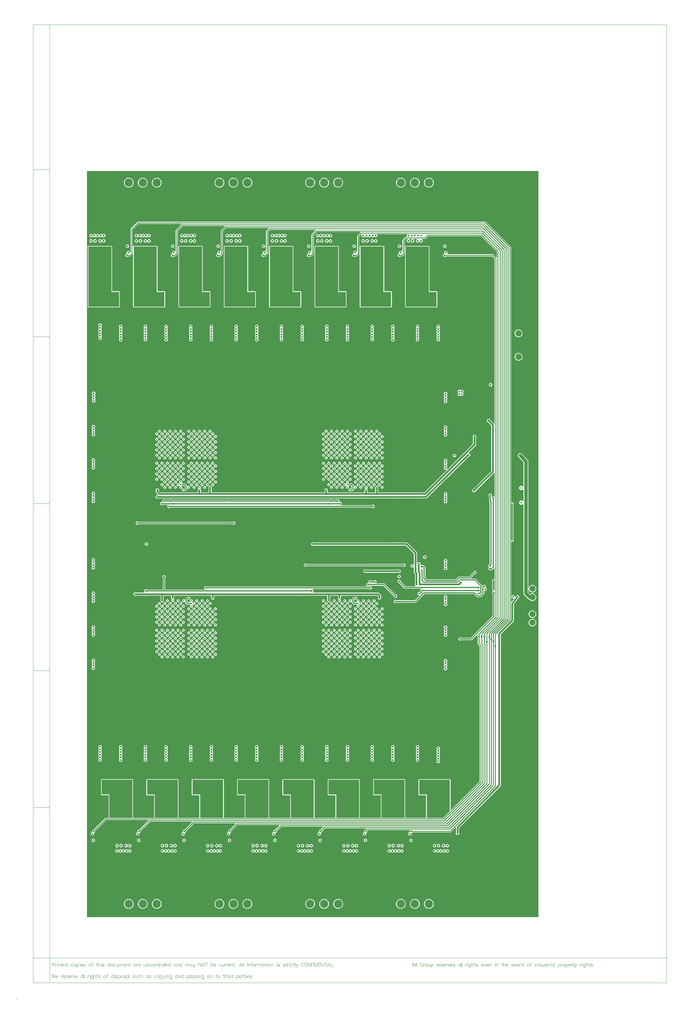
<source format=gbl>
%FSLAX25Y25*%
%MOIN*%
G70*
G01*
G75*
G04 Layer_Physical_Order=4*
G04 Layer_Color=16711680*
%ADD10R,0.02165X0.00787*%
G04:AMPARAMS|DCode=11|XSize=68.9mil|YSize=55.12mil|CornerRadius=7.99mil|HoleSize=0mil|Usage=FLASHONLY|Rotation=0.000|XOffset=0mil|YOffset=0mil|HoleType=Round|Shape=RoundedRectangle|*
%AMROUNDEDRECTD11*
21,1,0.06890,0.03913,0,0,0.0*
21,1,0.05291,0.05512,0,0,0.0*
1,1,0.01598,0.02646,-0.01957*
1,1,0.01598,-0.02646,-0.01957*
1,1,0.01598,-0.02646,0.01957*
1,1,0.01598,0.02646,0.01957*
%
%ADD11ROUNDEDRECTD11*%
G04:AMPARAMS|DCode=12|XSize=55.12mil|YSize=47.24mil|CornerRadius=7.8mil|HoleSize=0mil|Usage=FLASHONLY|Rotation=0.000|XOffset=0mil|YOffset=0mil|HoleType=Round|Shape=RoundedRectangle|*
%AMROUNDEDRECTD12*
21,1,0.05512,0.03165,0,0,0.0*
21,1,0.03953,0.04724,0,0,0.0*
1,1,0.01559,0.01976,-0.01583*
1,1,0.01559,-0.01976,-0.01583*
1,1,0.01559,-0.01976,0.01583*
1,1,0.01559,0.01976,0.01583*
%
%ADD12ROUNDEDRECTD12*%
G04:AMPARAMS|DCode=13|XSize=45.28mil|YSize=41.34mil|CornerRadius=7.85mil|HoleSize=0mil|Usage=FLASHONLY|Rotation=0.000|XOffset=0mil|YOffset=0mil|HoleType=Round|Shape=RoundedRectangle|*
%AMROUNDEDRECTD13*
21,1,0.04528,0.02563,0,0,0.0*
21,1,0.02957,0.04134,0,0,0.0*
1,1,0.01571,0.01478,-0.01282*
1,1,0.01571,-0.01478,-0.01282*
1,1,0.01571,-0.01478,0.01282*
1,1,0.01571,0.01478,0.01282*
%
%ADD13ROUNDEDRECTD13*%
G04:AMPARAMS|DCode=14|XSize=200.79mil|YSize=171.26mil|CornerRadius=7.71mil|HoleSize=0mil|Usage=FLASHONLY|Rotation=180.000|XOffset=0mil|YOffset=0mil|HoleType=Round|Shape=RoundedRectangle|*
%AMROUNDEDRECTD14*
21,1,0.20079,0.15585,0,0,180.0*
21,1,0.18537,0.17126,0,0,180.0*
1,1,0.01541,-0.09269,0.07792*
1,1,0.01541,0.09269,0.07792*
1,1,0.01541,0.09269,-0.07792*
1,1,0.01541,-0.09269,-0.07792*
%
%ADD14ROUNDEDRECTD14*%
%ADD15C,0.03937*%
%ADD16C,0.01772*%
G04:AMPARAMS|DCode=17|XSize=57.09mil|YSize=19.69mil|CornerRadius=7.87mil|HoleSize=0mil|Usage=FLASHONLY|Rotation=270.000|XOffset=0mil|YOffset=0mil|HoleType=Round|Shape=RoundedRectangle|*
%AMROUNDEDRECTD17*
21,1,0.05709,0.00394,0,0,270.0*
21,1,0.04134,0.01969,0,0,270.0*
1,1,0.01575,-0.00197,-0.02067*
1,1,0.01575,-0.00197,0.02067*
1,1,0.01575,0.00197,0.02067*
1,1,0.01575,0.00197,-0.02067*
%
%ADD17ROUNDEDRECTD17*%
%ADD18O,0.05906X0.01181*%
%ADD19O,0.01181X0.05906*%
G04:AMPARAMS|DCode=20|XSize=90.55mil|YSize=19.69mil|CornerRadius=7.87mil|HoleSize=0mil|Usage=FLASHONLY|Rotation=180.000|XOffset=0mil|YOffset=0mil|HoleType=Round|Shape=RoundedRectangle|*
%AMROUNDEDRECTD20*
21,1,0.09055,0.00394,0,0,180.0*
21,1,0.07480,0.01969,0,0,180.0*
1,1,0.01575,-0.03740,0.00197*
1,1,0.01575,0.03740,0.00197*
1,1,0.01575,0.03740,-0.00197*
1,1,0.01575,-0.03740,-0.00197*
%
%ADD20ROUNDEDRECTD20*%
G04:AMPARAMS|DCode=21|XSize=98.43mil|YSize=78.74mil|CornerRadius=7.87mil|HoleSize=0mil|Usage=FLASHONLY|Rotation=180.000|XOffset=0mil|YOffset=0mil|HoleType=Round|Shape=RoundedRectangle|*
%AMROUNDEDRECTD21*
21,1,0.09843,0.06299,0,0,180.0*
21,1,0.08268,0.07874,0,0,180.0*
1,1,0.01575,-0.04134,0.03150*
1,1,0.01575,0.04134,0.03150*
1,1,0.01575,0.04134,-0.03150*
1,1,0.01575,-0.04134,-0.03150*
%
%ADD21ROUNDEDRECTD21*%
G04:AMPARAMS|DCode=22|XSize=41.34mil|YSize=25.59mil|CornerRadius=7.93mil|HoleSize=0mil|Usage=FLASHONLY|Rotation=180.000|XOffset=0mil|YOffset=0mil|HoleType=Round|Shape=RoundedRectangle|*
%AMROUNDEDRECTD22*
21,1,0.04134,0.00972,0,0,180.0*
21,1,0.02547,0.02559,0,0,180.0*
1,1,0.01587,-0.01274,0.00486*
1,1,0.01587,0.01274,0.00486*
1,1,0.01587,0.01274,-0.00486*
1,1,0.01587,-0.01274,-0.00486*
%
%ADD22ROUNDEDRECTD22*%
G04:AMPARAMS|DCode=23|XSize=192.91mil|YSize=62.99mil|CornerRadius=7.87mil|HoleSize=0mil|Usage=FLASHONLY|Rotation=180.000|XOffset=0mil|YOffset=0mil|HoleType=Round|Shape=RoundedRectangle|*
%AMROUNDEDRECTD23*
21,1,0.19291,0.04724,0,0,180.0*
21,1,0.17716,0.06299,0,0,180.0*
1,1,0.01575,-0.08858,0.02362*
1,1,0.01575,0.08858,0.02362*
1,1,0.01575,0.08858,-0.02362*
1,1,0.01575,-0.08858,-0.02362*
%
%ADD23ROUNDEDRECTD23*%
G04:AMPARAMS|DCode=24|XSize=112.21mil|YSize=39.37mil|CornerRadius=7.87mil|HoleSize=0mil|Usage=FLASHONLY|Rotation=0.000|XOffset=0mil|YOffset=0mil|HoleType=Round|Shape=RoundedRectangle|*
%AMROUNDEDRECTD24*
21,1,0.11221,0.02362,0,0,0.0*
21,1,0.09646,0.03937,0,0,0.0*
1,1,0.01575,0.04823,-0.01181*
1,1,0.01575,-0.04823,-0.01181*
1,1,0.01575,-0.04823,0.01181*
1,1,0.01575,0.04823,0.01181*
%
%ADD24ROUNDEDRECTD24*%
G04:AMPARAMS|DCode=25|XSize=253.94mil|YSize=236.22mil|CornerRadius=8.27mil|HoleSize=0mil|Usage=FLASHONLY|Rotation=0.000|XOffset=0mil|YOffset=0mil|HoleType=Round|Shape=RoundedRectangle|*
%AMROUNDEDRECTD25*
21,1,0.25394,0.21968,0,0,0.0*
21,1,0.23740,0.23622,0,0,0.0*
1,1,0.01654,0.11870,-0.10984*
1,1,0.01654,-0.11870,-0.10984*
1,1,0.01654,-0.11870,0.10984*
1,1,0.01654,0.11870,0.10984*
%
%ADD25ROUNDEDRECTD25*%
G04:AMPARAMS|DCode=26|XSize=358.27mil|YSize=340.55mil|CornerRadius=8.51mil|HoleSize=0mil|Usage=FLASHONLY|Rotation=90.000|XOffset=0mil|YOffset=0mil|HoleType=Round|Shape=RoundedRectangle|*
%AMROUNDEDRECTD26*
21,1,0.35827,0.32352,0,0,90.0*
21,1,0.34124,0.34055,0,0,90.0*
1,1,0.01703,0.16176,0.17062*
1,1,0.01703,0.16176,-0.17062*
1,1,0.01703,-0.16176,-0.17062*
1,1,0.01703,-0.16176,0.17062*
%
%ADD26ROUNDEDRECTD26*%
G04:AMPARAMS|DCode=27|XSize=147.64mil|YSize=41.34mil|CornerRadius=7.85mil|HoleSize=0mil|Usage=FLASHONLY|Rotation=0.000|XOffset=0mil|YOffset=0mil|HoleType=Round|Shape=RoundedRectangle|*
%AMROUNDEDRECTD27*
21,1,0.14764,0.02563,0,0,0.0*
21,1,0.13193,0.04134,0,0,0.0*
1,1,0.01571,0.06597,-0.01282*
1,1,0.01571,-0.06597,-0.01282*
1,1,0.01571,-0.06597,0.01282*
1,1,0.01571,0.06597,0.01282*
%
%ADD27ROUNDEDRECTD27*%
%ADD28C,0.00787*%
%ADD29O,0.03347X0.00984*%
%ADD30O,0.05512X0.02362*%
%ADD31O,0.02362X0.05512*%
%ADD32O,0.06102X0.02362*%
%ADD33O,0.02362X0.06102*%
G04:AMPARAMS|DCode=34|XSize=25.59mil|YSize=19.69mil|CornerRadius=7.87mil|HoleSize=0mil|Usage=FLASHONLY|Rotation=0.000|XOffset=0mil|YOffset=0mil|HoleType=Round|Shape=RoundedRectangle|*
%AMROUNDEDRECTD34*
21,1,0.02559,0.00394,0,0,0.0*
21,1,0.00984,0.01969,0,0,0.0*
1,1,0.01575,0.00492,-0.00197*
1,1,0.01575,-0.00492,-0.00197*
1,1,0.01575,-0.00492,0.00197*
1,1,0.01575,0.00492,0.00197*
%
%ADD34ROUNDEDRECTD34*%
G04:AMPARAMS|DCode=35|XSize=106.3mil|YSize=45.28mil|CornerRadius=7.92mil|HoleSize=0mil|Usage=FLASHONLY|Rotation=0.000|XOffset=0mil|YOffset=0mil|HoleType=Round|Shape=RoundedRectangle|*
%AMROUNDEDRECTD35*
21,1,0.10630,0.02943,0,0,0.0*
21,1,0.09045,0.04528,0,0,0.0*
1,1,0.01585,0.04523,-0.01472*
1,1,0.01585,-0.04523,-0.01472*
1,1,0.01585,-0.04523,0.01472*
1,1,0.01585,0.04523,0.01472*
%
%ADD35ROUNDEDRECTD35*%
G04:AMPARAMS|DCode=36|XSize=106.3mil|YSize=45.28mil|CornerRadius=7.92mil|HoleSize=0mil|Usage=FLASHONLY|Rotation=270.000|XOffset=0mil|YOffset=0mil|HoleType=Round|Shape=RoundedRectangle|*
%AMROUNDEDRECTD36*
21,1,0.10630,0.02943,0,0,270.0*
21,1,0.09045,0.04528,0,0,270.0*
1,1,0.01585,-0.01472,-0.04523*
1,1,0.01585,-0.01472,0.04523*
1,1,0.01585,0.01472,0.04523*
1,1,0.01585,0.01472,-0.04523*
%
%ADD36ROUNDEDRECTD36*%
G04:AMPARAMS|DCode=37|XSize=57.09mil|YSize=45.28mil|CornerRadius=7.92mil|HoleSize=0mil|Usage=FLASHONLY|Rotation=0.000|XOffset=0mil|YOffset=0mil|HoleType=Round|Shape=RoundedRectangle|*
%AMROUNDEDRECTD37*
21,1,0.05709,0.02943,0,0,0.0*
21,1,0.04124,0.04528,0,0,0.0*
1,1,0.01585,0.02062,-0.01472*
1,1,0.01585,-0.02062,-0.01472*
1,1,0.01585,-0.02062,0.01472*
1,1,0.01585,0.02062,0.01472*
%
%ADD37ROUNDEDRECTD37*%
G04:AMPARAMS|DCode=38|XSize=57.09mil|YSize=45.28mil|CornerRadius=7.92mil|HoleSize=0mil|Usage=FLASHONLY|Rotation=90.000|XOffset=0mil|YOffset=0mil|HoleType=Round|Shape=RoundedRectangle|*
%AMROUNDEDRECTD38*
21,1,0.05709,0.02943,0,0,90.0*
21,1,0.04124,0.04528,0,0,90.0*
1,1,0.01585,0.01472,0.02062*
1,1,0.01585,0.01472,-0.02062*
1,1,0.01585,-0.01472,-0.02062*
1,1,0.01585,-0.01472,0.02062*
%
%ADD38ROUNDEDRECTD38*%
G04:AMPARAMS|DCode=39|XSize=68.9mil|YSize=41.34mil|CornerRadius=7.85mil|HoleSize=0mil|Usage=FLASHONLY|Rotation=270.000|XOffset=0mil|YOffset=0mil|HoleType=Round|Shape=RoundedRectangle|*
%AMROUNDEDRECTD39*
21,1,0.06890,0.02563,0,0,270.0*
21,1,0.05319,0.04134,0,0,270.0*
1,1,0.01571,-0.01282,-0.02660*
1,1,0.01571,-0.01282,0.02660*
1,1,0.01571,0.01282,0.02660*
1,1,0.01571,0.01282,-0.02660*
%
%ADD39ROUNDEDRECTD39*%
G04:AMPARAMS|DCode=40|XSize=68.9mil|YSize=41.34mil|CornerRadius=7.85mil|HoleSize=0mil|Usage=FLASHONLY|Rotation=180.000|XOffset=0mil|YOffset=0mil|HoleType=Round|Shape=RoundedRectangle|*
%AMROUNDEDRECTD40*
21,1,0.06890,0.02563,0,0,180.0*
21,1,0.05319,0.04134,0,0,180.0*
1,1,0.01571,-0.02660,0.01282*
1,1,0.01571,0.02660,0.01282*
1,1,0.01571,0.02660,-0.01282*
1,1,0.01571,-0.02660,-0.01282*
%
%ADD40ROUNDEDRECTD40*%
G04:AMPARAMS|DCode=41|XSize=47.24mil|YSize=47.24mil|CornerRadius=7.8mil|HoleSize=0mil|Usage=FLASHONLY|Rotation=0.000|XOffset=0mil|YOffset=0mil|HoleType=Round|Shape=RoundedRectangle|*
%AMROUNDEDRECTD41*
21,1,0.04724,0.03165,0,0,0.0*
21,1,0.03165,0.04724,0,0,0.0*
1,1,0.01559,0.01583,-0.01583*
1,1,0.01559,-0.01583,-0.01583*
1,1,0.01559,-0.01583,0.01583*
1,1,0.01559,0.01583,0.01583*
%
%ADD41ROUNDEDRECTD41*%
G04:AMPARAMS|DCode=42|XSize=39.37mil|YSize=35.43mil|CornerRadius=7.8mil|HoleSize=0mil|Usage=FLASHONLY|Rotation=0.000|XOffset=0mil|YOffset=0mil|HoleType=Round|Shape=RoundedRectangle|*
%AMROUNDEDRECTD42*
21,1,0.03937,0.01984,0,0,0.0*
21,1,0.02378,0.03543,0,0,0.0*
1,1,0.01559,0.01189,-0.00992*
1,1,0.01559,-0.01189,-0.00992*
1,1,0.01559,-0.01189,0.00992*
1,1,0.01559,0.01189,0.00992*
%
%ADD42ROUNDEDRECTD42*%
G04:AMPARAMS|DCode=43|XSize=39.37mil|YSize=35.43mil|CornerRadius=7.8mil|HoleSize=0mil|Usage=FLASHONLY|Rotation=270.000|XOffset=0mil|YOffset=0mil|HoleType=Round|Shape=RoundedRectangle|*
%AMROUNDEDRECTD43*
21,1,0.03937,0.01984,0,0,270.0*
21,1,0.02378,0.03543,0,0,270.0*
1,1,0.01559,-0.00992,-0.01189*
1,1,0.01559,-0.00992,0.01189*
1,1,0.01559,0.00992,0.01189*
1,1,0.01559,0.00992,-0.01189*
%
%ADD43ROUNDEDRECTD43*%
G04:AMPARAMS|DCode=44|XSize=39.37mil|YSize=37.4mil|CornerRadius=7.85mil|HoleSize=0mil|Usage=FLASHONLY|Rotation=270.000|XOffset=0mil|YOffset=0mil|HoleType=Round|Shape=RoundedRectangle|*
%AMROUNDEDRECTD44*
21,1,0.03937,0.02169,0,0,270.0*
21,1,0.02366,0.03740,0,0,270.0*
1,1,0.01571,-0.01085,-0.01183*
1,1,0.01571,-0.01085,0.01183*
1,1,0.01571,0.01085,0.01183*
1,1,0.01571,0.01085,-0.01183*
%
%ADD44ROUNDEDRECTD44*%
G04:AMPARAMS|DCode=45|XSize=39.37mil|YSize=37.4mil|CornerRadius=7.85mil|HoleSize=0mil|Usage=FLASHONLY|Rotation=0.000|XOffset=0mil|YOffset=0mil|HoleType=Round|Shape=RoundedRectangle|*
%AMROUNDEDRECTD45*
21,1,0.03937,0.02169,0,0,0.0*
21,1,0.02366,0.03740,0,0,0.0*
1,1,0.01571,0.01183,-0.01085*
1,1,0.01571,-0.01183,-0.01085*
1,1,0.01571,-0.01183,0.01085*
1,1,0.01571,0.01183,0.01085*
%
%ADD45ROUNDEDRECTD45*%
G04:AMPARAMS|DCode=46|XSize=24.41mil|YSize=24.41mil|CornerRadius=5.86mil|HoleSize=0mil|Usage=FLASHONLY|Rotation=0.000|XOffset=0mil|YOffset=0mil|HoleType=Round|Shape=RoundedRectangle|*
%AMROUNDEDRECTD46*
21,1,0.02441,0.01269,0,0,0.0*
21,1,0.01269,0.02441,0,0,0.0*
1,1,0.01172,0.00635,-0.00635*
1,1,0.01172,-0.00635,-0.00635*
1,1,0.01172,-0.00635,0.00635*
1,1,0.01172,0.00635,0.00635*
%
%ADD46ROUNDEDRECTD46*%
G04:AMPARAMS|DCode=47|XSize=24.41mil|YSize=24.41mil|CornerRadius=5.86mil|HoleSize=0mil|Usage=FLASHONLY|Rotation=270.000|XOffset=0mil|YOffset=0mil|HoleType=Round|Shape=RoundedRectangle|*
%AMROUNDEDRECTD47*
21,1,0.02441,0.01269,0,0,270.0*
21,1,0.01269,0.02441,0,0,270.0*
1,1,0.01172,-0.00635,-0.00635*
1,1,0.01172,-0.00635,0.00635*
1,1,0.01172,0.00635,0.00635*
1,1,0.01172,0.00635,-0.00635*
%
%ADD47ROUNDEDRECTD47*%
G04:AMPARAMS|DCode=48|XSize=17.32mil|YSize=16.54mil|CornerRadius=3.97mil|HoleSize=0mil|Usage=FLASHONLY|Rotation=0.000|XOffset=0mil|YOffset=0mil|HoleType=Round|Shape=RoundedRectangle|*
%AMROUNDEDRECTD48*
21,1,0.01732,0.00860,0,0,0.0*
21,1,0.00939,0.01654,0,0,0.0*
1,1,0.00794,0.00469,-0.00430*
1,1,0.00794,-0.00469,-0.00430*
1,1,0.00794,-0.00469,0.00430*
1,1,0.00794,0.00469,0.00430*
%
%ADD48ROUNDEDRECTD48*%
G04:AMPARAMS|DCode=49|XSize=43.31mil|YSize=21.65mil|CornerRadius=7.9mil|HoleSize=0mil|Usage=FLASHONLY|Rotation=270.000|XOffset=0mil|YOffset=0mil|HoleType=Round|Shape=RoundedRectangle|*
%AMROUNDEDRECTD49*
21,1,0.04331,0.00585,0,0,270.0*
21,1,0.02750,0.02165,0,0,270.0*
1,1,0.01581,-0.00292,-0.01375*
1,1,0.01581,-0.00292,0.01375*
1,1,0.01581,0.00292,0.01375*
1,1,0.01581,0.00292,-0.01375*
%
%ADD49ROUNDEDRECTD49*%
G04:AMPARAMS|DCode=50|XSize=43.31mil|YSize=21.65mil|CornerRadius=7.9mil|HoleSize=0mil|Usage=FLASHONLY|Rotation=180.000|XOffset=0mil|YOffset=0mil|HoleType=Round|Shape=RoundedRectangle|*
%AMROUNDEDRECTD50*
21,1,0.04331,0.00585,0,0,180.0*
21,1,0.02750,0.02165,0,0,180.0*
1,1,0.01581,-0.01375,0.00292*
1,1,0.01581,0.01375,0.00292*
1,1,0.01581,0.01375,-0.00292*
1,1,0.01581,-0.01375,-0.00292*
%
%ADD50ROUNDEDRECTD50*%
G04:AMPARAMS|DCode=51|XSize=129.92mil|YSize=98.43mil|CornerRadius=7.87mil|HoleSize=0mil|Usage=FLASHONLY|Rotation=0.000|XOffset=0mil|YOffset=0mil|HoleType=Round|Shape=RoundedRectangle|*
%AMROUNDEDRECTD51*
21,1,0.12992,0.08268,0,0,0.0*
21,1,0.11417,0.09843,0,0,0.0*
1,1,0.01575,0.05709,-0.04134*
1,1,0.01575,-0.05709,-0.04134*
1,1,0.01575,-0.05709,0.04134*
1,1,0.01575,0.05709,0.04134*
%
%ADD51ROUNDEDRECTD51*%
G04:AMPARAMS|DCode=52|XSize=98.43mil|YSize=66.93mil|CornerRadius=8.03mil|HoleSize=0mil|Usage=FLASHONLY|Rotation=90.000|XOffset=0mil|YOffset=0mil|HoleType=Round|Shape=RoundedRectangle|*
%AMROUNDEDRECTD52*
21,1,0.09843,0.05087,0,0,90.0*
21,1,0.08236,0.06693,0,0,90.0*
1,1,0.01606,0.02543,0.04118*
1,1,0.01606,0.02543,-0.04118*
1,1,0.01606,-0.02543,-0.04118*
1,1,0.01606,-0.02543,0.04118*
%
%ADD52ROUNDEDRECTD52*%
%ADD53C,0.01969*%
%ADD54C,0.00984*%
%ADD55C,0.01181*%
%ADD56C,0.00787*%
%ADD57C,0.03937*%
%ADD58C,0.00591*%
%ADD59C,0.00512*%
%ADD60C,0.01969*%
%ADD61C,0.07284*%
%ADD62C,0.09843*%
%ADD63C,0.07480*%
%ADD64C,0.27559*%
%ADD65C,0.02362*%
%ADD66C,0.00394*%
%ADD67C,0.00197*%
%ADD68C,0.19685*%
G36*
X534229Y1204D02*
X1204D01*
Y880686D01*
X534229D01*
Y1204D01*
D02*
G37*
%LPC*%
G36*
X333858Y350525D02*
X333205Y350395D01*
X332652Y350025D01*
X332282Y349472D01*
X332152Y348819D01*
X332282Y348166D01*
X332652Y347613D01*
X333205Y347243D01*
X333858Y347113D01*
X334511Y347243D01*
X335065Y347613D01*
X335434Y348166D01*
X335564Y348819D01*
X335434Y349472D01*
X335065Y350025D01*
X334511Y350395D01*
X333858Y350525D01*
D02*
G37*
G36*
X327559D02*
X326906Y350395D01*
X326353Y350025D01*
X325983Y349472D01*
X325853Y348819D01*
X325983Y348166D01*
X326353Y347613D01*
X326906Y347243D01*
X327559Y347113D01*
X328212Y347243D01*
X328765Y347613D01*
X329135Y348166D01*
X329265Y348819D01*
X329135Y349472D01*
X328765Y350025D01*
X328212Y350395D01*
X327559Y350525D01*
D02*
G37*
G36*
X346457D02*
X345804Y350395D01*
X345250Y350025D01*
X344881Y349472D01*
X344751Y348819D01*
X344881Y348166D01*
X345250Y347613D01*
X345804Y347243D01*
X346457Y347113D01*
X347110Y347243D01*
X347663Y347613D01*
X348033Y348166D01*
X348163Y348819D01*
X348033Y349472D01*
X347663Y350025D01*
X347110Y350395D01*
X346457Y350525D01*
D02*
G37*
G36*
X340158D02*
X339505Y350395D01*
X338951Y350025D01*
X338581Y349472D01*
X338452Y348819D01*
X338581Y348166D01*
X338951Y347613D01*
X339505Y347243D01*
X340158Y347113D01*
X340810Y347243D01*
X341364Y347613D01*
X341734Y348166D01*
X341863Y348819D01*
X341734Y349472D01*
X341364Y350025D01*
X340810Y350395D01*
X340158Y350525D01*
D02*
G37*
G36*
X305512D02*
X304859Y350395D01*
X304306Y350025D01*
X303936Y349472D01*
X303806Y348819D01*
X303936Y348166D01*
X304306Y347613D01*
X304859Y347243D01*
X305512Y347113D01*
X306165Y347243D01*
X306718Y347613D01*
X307088Y348166D01*
X307218Y348819D01*
X307088Y349472D01*
X306718Y350025D01*
X306165Y350395D01*
X305512Y350525D01*
D02*
G37*
G36*
X299213D02*
X298560Y350395D01*
X298006Y350025D01*
X297637Y349472D01*
X297507Y348819D01*
X297637Y348166D01*
X298006Y347613D01*
X298560Y347243D01*
X299213Y347113D01*
X299866Y347243D01*
X300419Y347613D01*
X300789Y348166D01*
X300919Y348819D01*
X300789Y349472D01*
X300419Y350025D01*
X299866Y350395D01*
X299213Y350525D01*
D02*
G37*
G36*
X321260D02*
X320607Y350395D01*
X320054Y350025D01*
X319684Y349472D01*
X319554Y348819D01*
X319684Y348166D01*
X320054Y347613D01*
X320607Y347243D01*
X321260Y347113D01*
X321913Y347243D01*
X322466Y347613D01*
X322836Y348166D01*
X322966Y348819D01*
X322836Y349472D01*
X322466Y350025D01*
X321913Y350395D01*
X321260Y350525D01*
D02*
G37*
G36*
X311811D02*
X311158Y350395D01*
X310605Y350025D01*
X310235Y349472D01*
X310105Y348819D01*
X310235Y348166D01*
X310605Y347613D01*
X311158Y347243D01*
X311811Y347113D01*
X312464Y347243D01*
X313017Y347613D01*
X313387Y348166D01*
X313517Y348819D01*
X313387Y349472D01*
X313017Y350025D01*
X312464Y350395D01*
X311811Y350525D01*
D02*
G37*
G36*
X121260Y353675D02*
X120607Y353545D01*
X120054Y353175D01*
X119684Y352621D01*
X119554Y351969D01*
X119684Y351316D01*
X120054Y350762D01*
X120607Y350392D01*
X121260Y350262D01*
X121913Y350392D01*
X122466Y350762D01*
X122836Y351316D01*
X122966Y351969D01*
X122836Y352621D01*
X122466Y353175D01*
X121913Y353545D01*
X121260Y353675D01*
D02*
G37*
G36*
X111811D02*
X111158Y353545D01*
X110605Y353175D01*
X110235Y352621D01*
X110105Y351969D01*
X110235Y351316D01*
X110605Y350762D01*
X111158Y350392D01*
X111811Y350262D01*
X112464Y350392D01*
X113017Y350762D01*
X113387Y351316D01*
X113517Y351969D01*
X113387Y352621D01*
X113017Y353175D01*
X112464Y353545D01*
X111811Y353675D01*
D02*
G37*
G36*
X133858D02*
X133205Y353545D01*
X132652Y353175D01*
X132282Y352621D01*
X132152Y351969D01*
X132282Y351316D01*
X132652Y350762D01*
X133205Y350392D01*
X133858Y350262D01*
X134511Y350392D01*
X135065Y350762D01*
X135434Y351316D01*
X135564Y351969D01*
X135434Y352621D01*
X135065Y353175D01*
X134511Y353545D01*
X133858Y353675D01*
D02*
G37*
G36*
X127559D02*
X126906Y353545D01*
X126353Y353175D01*
X125983Y352621D01*
X125853Y351969D01*
X125983Y351316D01*
X126353Y350762D01*
X126906Y350392D01*
X127559Y350262D01*
X128212Y350392D01*
X128765Y350762D01*
X129135Y351316D01*
X129265Y351969D01*
X129135Y352621D01*
X128765Y353175D01*
X128212Y353545D01*
X127559Y353675D01*
D02*
G37*
G36*
X92913D02*
X92260Y353545D01*
X91707Y353175D01*
X91337Y352621D01*
X91207Y351969D01*
X91337Y351316D01*
X91707Y350762D01*
X92260Y350392D01*
X92913Y350262D01*
X93566Y350392D01*
X94120Y350762D01*
X94490Y351316D01*
X94619Y351969D01*
X94490Y352621D01*
X94120Y353175D01*
X93566Y353545D01*
X92913Y353675D01*
D02*
G37*
G36*
X86614D02*
X85961Y353545D01*
X85408Y353175D01*
X85038Y352621D01*
X84908Y351969D01*
X85038Y351316D01*
X85408Y350762D01*
X85961Y350392D01*
X86614Y350262D01*
X87267Y350392D01*
X87821Y350762D01*
X88190Y351316D01*
X88320Y351969D01*
X88190Y352621D01*
X87821Y353175D01*
X87267Y353545D01*
X86614Y353675D01*
D02*
G37*
G36*
X105512D02*
X104859Y353545D01*
X104306Y353175D01*
X103936Y352621D01*
X103806Y351969D01*
X103936Y351316D01*
X104306Y350762D01*
X104859Y350392D01*
X105512Y350262D01*
X106165Y350392D01*
X106718Y350762D01*
X107088Y351316D01*
X107218Y351969D01*
X107088Y352621D01*
X106718Y353175D01*
X106165Y353545D01*
X105512Y353675D01*
D02*
G37*
G36*
X99213D02*
X98560Y353545D01*
X98006Y353175D01*
X97636Y352621D01*
X97507Y351969D01*
X97636Y351316D01*
X98006Y350762D01*
X98560Y350392D01*
X99213Y350262D01*
X99866Y350392D01*
X100419Y350762D01*
X100789Y351316D01*
X100919Y351969D01*
X100789Y352621D01*
X100419Y353175D01*
X99866Y353545D01*
X99213Y353675D01*
D02*
G37*
G36*
X292913Y350525D02*
X292261Y350395D01*
X291707Y350025D01*
X291337Y349472D01*
X291207Y348819D01*
X291337Y348166D01*
X291707Y347613D01*
X292261Y347243D01*
X292913Y347113D01*
X293566Y347243D01*
X294120Y347613D01*
X294490Y348166D01*
X294619Y348819D01*
X294490Y349472D01*
X294120Y350025D01*
X293566Y350395D01*
X292913Y350525D01*
D02*
G37*
G36*
X96063D02*
X95410Y350395D01*
X94857Y350025D01*
X94487Y349472D01*
X94357Y348819D01*
X94487Y348166D01*
X94857Y347613D01*
X95410Y347243D01*
X96063Y347113D01*
X96716Y347243D01*
X97269Y347613D01*
X97639Y348166D01*
X97769Y348819D01*
X97639Y349472D01*
X97269Y350025D01*
X96716Y350395D01*
X96063Y350525D01*
D02*
G37*
G36*
X89764D02*
X89111Y350395D01*
X88557Y350025D01*
X88188Y349472D01*
X88058Y348819D01*
X88188Y348166D01*
X88557Y347613D01*
X89111Y347243D01*
X89764Y347113D01*
X90417Y347243D01*
X90970Y347613D01*
X91340Y348166D01*
X91470Y348819D01*
X91340Y349472D01*
X90970Y350025D01*
X90417Y350395D01*
X89764Y350525D01*
D02*
G37*
G36*
X108661D02*
X108009Y350395D01*
X107455Y350025D01*
X107085Y349472D01*
X106955Y348819D01*
X107085Y348166D01*
X107455Y347613D01*
X108009Y347243D01*
X108661Y347113D01*
X109314Y347243D01*
X109868Y347613D01*
X110238Y348166D01*
X110367Y348819D01*
X110238Y349472D01*
X109868Y350025D01*
X109314Y350395D01*
X108661Y350525D01*
D02*
G37*
G36*
X102362D02*
X101709Y350395D01*
X101156Y350025D01*
X100786Y349472D01*
X100656Y348819D01*
X100786Y348166D01*
X101156Y347613D01*
X101709Y347243D01*
X102362Y347113D01*
X103015Y347243D01*
X103568Y347613D01*
X103938Y348166D01*
X104068Y348819D01*
X103938Y349472D01*
X103568Y350025D01*
X103015Y350395D01*
X102362Y350525D01*
D02*
G37*
G36*
X343307Y347375D02*
X342654Y347245D01*
X342101Y346876D01*
X341731Y346322D01*
X341601Y345669D01*
X341731Y345016D01*
X342101Y344463D01*
X342654Y344093D01*
X343307Y343963D01*
X343960Y344093D01*
X344513Y344463D01*
X344883Y345016D01*
X345013Y345669D01*
X344883Y346322D01*
X344513Y346876D01*
X343960Y347245D01*
X343307Y347375D01*
D02*
G37*
G36*
X337008D02*
X336355Y347245D01*
X335802Y346876D01*
X335432Y346322D01*
X335302Y345669D01*
X335432Y345016D01*
X335802Y344463D01*
X336355Y344093D01*
X337008Y343963D01*
X337661Y344093D01*
X338214Y344463D01*
X338584Y345016D01*
X338714Y345669D01*
X338584Y346322D01*
X338214Y346876D01*
X337661Y347245D01*
X337008Y347375D01*
D02*
G37*
G36*
X83465Y350525D02*
X82812Y350395D01*
X82258Y350025D01*
X81888Y349472D01*
X81759Y348819D01*
X81888Y348166D01*
X82258Y347613D01*
X82812Y347243D01*
X83465Y347113D01*
X84117Y347243D01*
X84671Y347613D01*
X85041Y348166D01*
X85171Y348819D01*
X85041Y349472D01*
X84671Y350025D01*
X84117Y350395D01*
X83465Y350525D01*
D02*
G37*
G36*
X349606Y347375D02*
X348953Y347245D01*
X348400Y346876D01*
X348030Y346322D01*
X347900Y345669D01*
X348030Y345016D01*
X348400Y344463D01*
X348953Y344093D01*
X349606Y343963D01*
X350259Y344093D01*
X350813Y344463D01*
X351182Y345016D01*
X351312Y345669D01*
X351182Y346322D01*
X350813Y346876D01*
X350259Y347245D01*
X349606Y347375D01*
D02*
G37*
G36*
X149606Y350525D02*
X148953Y350395D01*
X148400Y350025D01*
X148030Y349472D01*
X147900Y348819D01*
X148030Y348166D01*
X148400Y347613D01*
X148953Y347243D01*
X149606Y347113D01*
X150259Y347243D01*
X150813Y347613D01*
X151182Y348166D01*
X151312Y348819D01*
X151182Y349472D01*
X150813Y350025D01*
X150259Y350395D01*
X149606Y350525D01*
D02*
G37*
G36*
X143307D02*
X142654Y350395D01*
X142101Y350025D01*
X141731Y349472D01*
X141601Y348819D01*
X141731Y348166D01*
X142101Y347613D01*
X142654Y347243D01*
X143307Y347113D01*
X143960Y347243D01*
X144513Y347613D01*
X144883Y348166D01*
X145013Y348819D01*
X144883Y349472D01*
X144513Y350025D01*
X143960Y350395D01*
X143307Y350525D01*
D02*
G37*
G36*
X286614D02*
X285961Y350395D01*
X285408Y350025D01*
X285038Y349472D01*
X284908Y348819D01*
X285038Y348166D01*
X285408Y347613D01*
X285961Y347243D01*
X286614Y347113D01*
X287267Y347243D01*
X287821Y347613D01*
X288190Y348166D01*
X288320Y348819D01*
X288190Y349472D01*
X287821Y350025D01*
X287267Y350395D01*
X286614Y350525D01*
D02*
G37*
G36*
X280315D02*
X279662Y350395D01*
X279109Y350025D01*
X278739Y349472D01*
X278609Y348819D01*
X278739Y348166D01*
X279109Y347613D01*
X279662Y347243D01*
X280315Y347113D01*
X280968Y347243D01*
X281521Y347613D01*
X281891Y348166D01*
X282021Y348819D01*
X281891Y349472D01*
X281521Y350025D01*
X280968Y350395D01*
X280315Y350525D01*
D02*
G37*
G36*
X124409D02*
X123757Y350395D01*
X123203Y350025D01*
X122833Y349472D01*
X122703Y348819D01*
X122833Y348166D01*
X123203Y347613D01*
X123757Y347243D01*
X124409Y347113D01*
X125062Y347243D01*
X125616Y347613D01*
X125986Y348166D01*
X126116Y348819D01*
X125986Y349472D01*
X125616Y350025D01*
X125062Y350395D01*
X124409Y350525D01*
D02*
G37*
G36*
X114961D02*
X114308Y350395D01*
X113754Y350025D01*
X113384Y349472D01*
X113255Y348819D01*
X113384Y348166D01*
X113754Y347613D01*
X114308Y347243D01*
X114961Y347113D01*
X115613Y347243D01*
X116167Y347613D01*
X116537Y348166D01*
X116667Y348819D01*
X116537Y349472D01*
X116167Y350025D01*
X115613Y350395D01*
X114961Y350525D01*
D02*
G37*
G36*
X137008D02*
X136355Y350395D01*
X135801Y350025D01*
X135432Y349472D01*
X135302Y348819D01*
X135432Y348166D01*
X135801Y347613D01*
X136355Y347243D01*
X137008Y347113D01*
X137661Y347243D01*
X138214Y347613D01*
X138584Y348166D01*
X138714Y348819D01*
X138584Y349472D01*
X138214Y350025D01*
X137661Y350395D01*
X137008Y350525D01*
D02*
G37*
G36*
X130709D02*
X130056Y350395D01*
X129502Y350025D01*
X129132Y349472D01*
X129003Y348819D01*
X129132Y348166D01*
X129502Y347613D01*
X130056Y347243D01*
X130709Y347113D01*
X131361Y347243D01*
X131915Y347613D01*
X132285Y348166D01*
X132415Y348819D01*
X132285Y349472D01*
X131915Y350025D01*
X131361Y350395D01*
X130709Y350525D01*
D02*
G37*
G36*
X137008Y356824D02*
X136355Y356694D01*
X135801Y356324D01*
X135432Y355771D01*
X135302Y355118D01*
X135432Y354465D01*
X135801Y353912D01*
X136355Y353542D01*
X137008Y353412D01*
X137661Y353542D01*
X138214Y353912D01*
X138584Y354465D01*
X138714Y355118D01*
X138584Y355771D01*
X138214Y356324D01*
X137661Y356694D01*
X137008Y356824D01*
D02*
G37*
G36*
X130709D02*
X130056Y356694D01*
X129502Y356324D01*
X129132Y355771D01*
X129003Y355118D01*
X129132Y354465D01*
X129502Y353912D01*
X130056Y353542D01*
X130709Y353412D01*
X131361Y353542D01*
X131915Y353912D01*
X132285Y354465D01*
X132415Y355118D01*
X132285Y355771D01*
X131915Y356324D01*
X131361Y356694D01*
X130709Y356824D01*
D02*
G37*
G36*
X149606D02*
X148953Y356694D01*
X148400Y356324D01*
X148030Y355771D01*
X147900Y355118D01*
X148030Y354465D01*
X148400Y353912D01*
X148953Y353542D01*
X149606Y353412D01*
X150259Y353542D01*
X150813Y353912D01*
X151182Y354465D01*
X151312Y355118D01*
X151182Y355771D01*
X150813Y356324D01*
X150259Y356694D01*
X149606Y356824D01*
D02*
G37*
G36*
X143307D02*
X142654Y356694D01*
X142101Y356324D01*
X141731Y355771D01*
X141601Y355118D01*
X141731Y354465D01*
X142101Y353912D01*
X142654Y353542D01*
X143307Y353412D01*
X143960Y353542D01*
X144513Y353912D01*
X144883Y354465D01*
X145013Y355118D01*
X144883Y355771D01*
X144513Y356324D01*
X143960Y356694D01*
X143307Y356824D01*
D02*
G37*
G36*
X108661D02*
X108009Y356694D01*
X107455Y356324D01*
X107085Y355771D01*
X106955Y355118D01*
X107085Y354465D01*
X107455Y353912D01*
X108009Y353542D01*
X108661Y353412D01*
X109314Y353542D01*
X109868Y353912D01*
X110238Y354465D01*
X110367Y355118D01*
X110238Y355771D01*
X109868Y356324D01*
X109314Y356694D01*
X108661Y356824D01*
D02*
G37*
G36*
X102362D02*
X101709Y356694D01*
X101156Y356324D01*
X100786Y355771D01*
X100656Y355118D01*
X100786Y354465D01*
X101156Y353912D01*
X101709Y353542D01*
X102362Y353412D01*
X103015Y353542D01*
X103568Y353912D01*
X103938Y354465D01*
X104068Y355118D01*
X103938Y355771D01*
X103568Y356324D01*
X103015Y356694D01*
X102362Y356824D01*
D02*
G37*
G36*
X124409D02*
X123757Y356694D01*
X123203Y356324D01*
X122833Y355771D01*
X122703Y355118D01*
X122833Y354465D01*
X123203Y353912D01*
X123757Y353542D01*
X124409Y353412D01*
X125062Y353542D01*
X125616Y353912D01*
X125986Y354465D01*
X126116Y355118D01*
X125986Y355771D01*
X125616Y356324D01*
X125062Y356694D01*
X124409Y356824D01*
D02*
G37*
G36*
X114961D02*
X114308Y356694D01*
X113754Y356324D01*
X113384Y355771D01*
X113255Y355118D01*
X113384Y354465D01*
X113754Y353912D01*
X114308Y353542D01*
X114961Y353412D01*
X115613Y353542D01*
X116167Y353912D01*
X116537Y354465D01*
X116667Y355118D01*
X116537Y355771D01*
X116167Y356324D01*
X115613Y356694D01*
X114961Y356824D01*
D02*
G37*
G36*
X311811D02*
X311158Y356694D01*
X310605Y356324D01*
X310235Y355771D01*
X310105Y355118D01*
X310235Y354465D01*
X310605Y353912D01*
X311158Y353542D01*
X311811Y353412D01*
X312464Y353542D01*
X313017Y353912D01*
X313387Y354465D01*
X313517Y355118D01*
X313387Y355771D01*
X313017Y356324D01*
X312464Y356694D01*
X311811Y356824D01*
D02*
G37*
G36*
X305512D02*
X304859Y356694D01*
X304306Y356324D01*
X303936Y355771D01*
X303806Y355118D01*
X303936Y354465D01*
X304306Y353912D01*
X304859Y353542D01*
X305512Y353412D01*
X306165Y353542D01*
X306718Y353912D01*
X307088Y354465D01*
X307218Y355118D01*
X307088Y355771D01*
X306718Y356324D01*
X306165Y356694D01*
X305512Y356824D01*
D02*
G37*
G36*
X327559D02*
X326906Y356694D01*
X326353Y356324D01*
X325983Y355771D01*
X325853Y355118D01*
X325983Y354465D01*
X326353Y353912D01*
X326906Y353542D01*
X327559Y353412D01*
X328212Y353542D01*
X328765Y353912D01*
X329135Y354465D01*
X329265Y355118D01*
X329135Y355771D01*
X328765Y356324D01*
X328212Y356694D01*
X327559Y356824D01*
D02*
G37*
G36*
X321260D02*
X320607Y356694D01*
X320054Y356324D01*
X319684Y355771D01*
X319554Y355118D01*
X319684Y354465D01*
X320054Y353912D01*
X320607Y353542D01*
X321260Y353412D01*
X321913Y353542D01*
X322466Y353912D01*
X322836Y354465D01*
X322966Y355118D01*
X322836Y355771D01*
X322466Y356324D01*
X321913Y356694D01*
X321260Y356824D01*
D02*
G37*
G36*
X286614D02*
X285961Y356694D01*
X285408Y356324D01*
X285038Y355771D01*
X284908Y355118D01*
X285038Y354465D01*
X285408Y353912D01*
X285961Y353542D01*
X286614Y353412D01*
X287267Y353542D01*
X287821Y353912D01*
X288190Y354465D01*
X288320Y355118D01*
X288190Y355771D01*
X287821Y356324D01*
X287267Y356694D01*
X286614Y356824D01*
D02*
G37*
G36*
X280315D02*
X279662Y356694D01*
X279109Y356324D01*
X278739Y355771D01*
X278609Y355118D01*
X278739Y354465D01*
X279109Y353912D01*
X279662Y353542D01*
X280315Y353412D01*
X280968Y353542D01*
X281521Y353912D01*
X281891Y354465D01*
X282021Y355118D01*
X281891Y355771D01*
X281521Y356324D01*
X280968Y356694D01*
X280315Y356824D01*
D02*
G37*
G36*
X299213D02*
X298560Y356694D01*
X298006Y356324D01*
X297637Y355771D01*
X297507Y355118D01*
X297637Y354465D01*
X298006Y353912D01*
X298560Y353542D01*
X299213Y353412D01*
X299866Y353542D01*
X300419Y353912D01*
X300789Y354465D01*
X300919Y355118D01*
X300789Y355771D01*
X300419Y356324D01*
X299866Y356694D01*
X299213Y356824D01*
D02*
G37*
G36*
X292913D02*
X292261Y356694D01*
X291707Y356324D01*
X291337Y355771D01*
X291207Y355118D01*
X291337Y354465D01*
X291707Y353912D01*
X292261Y353542D01*
X292913Y353412D01*
X293566Y353542D01*
X294120Y353912D01*
X294490Y354465D01*
X294619Y355118D01*
X294490Y355771D01*
X294120Y356324D01*
X293566Y356694D01*
X292913Y356824D01*
D02*
G37*
G36*
X96063D02*
X95410Y356694D01*
X94857Y356324D01*
X94487Y355771D01*
X94357Y355118D01*
X94487Y354465D01*
X94857Y353912D01*
X95410Y353542D01*
X96063Y353412D01*
X96716Y353542D01*
X97269Y353912D01*
X97639Y354465D01*
X97769Y355118D01*
X97639Y355771D01*
X97269Y356324D01*
X96716Y356694D01*
X96063Y356824D01*
D02*
G37*
G36*
X296063Y353675D02*
X295410Y353545D01*
X294857Y353175D01*
X294487Y352621D01*
X294357Y351969D01*
X294487Y351316D01*
X294857Y350762D01*
X295410Y350392D01*
X296063Y350262D01*
X296716Y350392D01*
X297269Y350762D01*
X297639Y351316D01*
X297769Y351969D01*
X297639Y352621D01*
X297269Y353175D01*
X296716Y353545D01*
X296063Y353675D01*
D02*
G37*
G36*
X289764D02*
X289111Y353545D01*
X288558Y353175D01*
X288188Y352621D01*
X288058Y351969D01*
X288188Y351316D01*
X288558Y350762D01*
X289111Y350392D01*
X289764Y350262D01*
X290417Y350392D01*
X290970Y350762D01*
X291340Y351316D01*
X291470Y351969D01*
X291340Y352621D01*
X290970Y353175D01*
X290417Y353545D01*
X289764Y353675D01*
D02*
G37*
G36*
X308661D02*
X308009Y353545D01*
X307455Y353175D01*
X307085Y352621D01*
X306955Y351969D01*
X307085Y351316D01*
X307455Y350762D01*
X308009Y350392D01*
X308661Y350262D01*
X309314Y350392D01*
X309868Y350762D01*
X310238Y351316D01*
X310367Y351969D01*
X310238Y352621D01*
X309868Y353175D01*
X309314Y353545D01*
X308661Y353675D01*
D02*
G37*
G36*
X302362D02*
X301709Y353545D01*
X301156Y353175D01*
X300786Y352621D01*
X300656Y351969D01*
X300786Y351316D01*
X301156Y350762D01*
X301709Y350392D01*
X302362Y350262D01*
X303015Y350392D01*
X303569Y350762D01*
X303938Y351316D01*
X304068Y351969D01*
X303938Y352621D01*
X303569Y353175D01*
X303015Y353545D01*
X302362Y353675D01*
D02*
G37*
G36*
X146457D02*
X145804Y353545D01*
X145250Y353175D01*
X144880Y352621D01*
X144751Y351969D01*
X144880Y351316D01*
X145250Y350762D01*
X145804Y350392D01*
X146457Y350262D01*
X147109Y350392D01*
X147663Y350762D01*
X148033Y351316D01*
X148163Y351969D01*
X148033Y352621D01*
X147663Y353175D01*
X147109Y353545D01*
X146457Y353675D01*
D02*
G37*
G36*
X140157D02*
X139505Y353545D01*
X138951Y353175D01*
X138581Y352621D01*
X138452Y351969D01*
X138581Y351316D01*
X138951Y350762D01*
X139505Y350392D01*
X140157Y350262D01*
X140810Y350392D01*
X141364Y350762D01*
X141734Y351316D01*
X141864Y351969D01*
X141734Y352621D01*
X141364Y353175D01*
X140810Y353545D01*
X140157Y353675D01*
D02*
G37*
G36*
X283465D02*
X282812Y353545D01*
X282258Y353175D01*
X281888Y352621D01*
X281759Y351969D01*
X281888Y351316D01*
X282258Y350762D01*
X282812Y350392D01*
X283465Y350262D01*
X284117Y350392D01*
X284671Y350762D01*
X285041Y351316D01*
X285171Y351969D01*
X285041Y352621D01*
X284671Y353175D01*
X284117Y353545D01*
X283465Y353675D01*
D02*
G37*
G36*
X152756D02*
X152103Y353545D01*
X151550Y353175D01*
X151180Y352621D01*
X151050Y351969D01*
X151180Y351316D01*
X151550Y350762D01*
X152103Y350392D01*
X152756Y350262D01*
X153409Y350392D01*
X153962Y350762D01*
X154332Y351316D01*
X154462Y351969D01*
X154332Y352621D01*
X153962Y353175D01*
X153409Y353545D01*
X152756Y353675D01*
D02*
G37*
G36*
X349606D02*
X348953Y353545D01*
X348400Y353175D01*
X348030Y352621D01*
X347900Y351969D01*
X348030Y351316D01*
X348400Y350762D01*
X348953Y350392D01*
X349606Y350262D01*
X350259Y350392D01*
X350813Y350762D01*
X351182Y351316D01*
X351312Y351969D01*
X351182Y352621D01*
X350813Y353175D01*
X350259Y353545D01*
X349606Y353675D01*
D02*
G37*
G36*
X343307D02*
X342654Y353545D01*
X342101Y353175D01*
X341731Y352621D01*
X341601Y351969D01*
X341731Y351316D01*
X342101Y350762D01*
X342654Y350392D01*
X343307Y350262D01*
X343960Y350392D01*
X344513Y350762D01*
X344883Y351316D01*
X345013Y351969D01*
X344883Y352621D01*
X344513Y353175D01*
X343960Y353545D01*
X343307Y353675D01*
D02*
G37*
G36*
X89764Y356824D02*
X89111Y356694D01*
X88557Y356324D01*
X88188Y355771D01*
X88058Y355118D01*
X88188Y354465D01*
X88557Y353912D01*
X89111Y353542D01*
X89764Y353412D01*
X90417Y353542D01*
X90970Y353912D01*
X91340Y354465D01*
X91470Y355118D01*
X91340Y355771D01*
X90970Y356324D01*
X90417Y356694D01*
X89764Y356824D01*
D02*
G37*
G36*
X83465D02*
X82812Y356694D01*
X82258Y356324D01*
X81888Y355771D01*
X81759Y355118D01*
X81888Y354465D01*
X82258Y353912D01*
X82812Y353542D01*
X83465Y353412D01*
X84117Y353542D01*
X84671Y353912D01*
X85041Y354465D01*
X85171Y355118D01*
X85041Y355771D01*
X84671Y356324D01*
X84117Y356694D01*
X83465Y356824D01*
D02*
G37*
G36*
X324410Y353675D02*
X323757Y353545D01*
X323203Y353175D01*
X322833Y352621D01*
X322704Y351969D01*
X322833Y351316D01*
X323203Y350762D01*
X323757Y350392D01*
X324410Y350262D01*
X325062Y350392D01*
X325616Y350762D01*
X325986Y351316D01*
X326115Y351969D01*
X325986Y352621D01*
X325616Y353175D01*
X325062Y353545D01*
X324410Y353675D01*
D02*
G37*
G36*
X318110D02*
X317457Y353545D01*
X316904Y353175D01*
X316534Y352621D01*
X316404Y351969D01*
X316534Y351316D01*
X316904Y350762D01*
X317457Y350392D01*
X318110Y350262D01*
X318763Y350392D01*
X319317Y350762D01*
X319686Y351316D01*
X319816Y351969D01*
X319686Y352621D01*
X319317Y353175D01*
X318763Y353545D01*
X318110Y353675D01*
D02*
G37*
G36*
X337008D02*
X336355Y353545D01*
X335802Y353175D01*
X335432Y352621D01*
X335302Y351969D01*
X335432Y351316D01*
X335802Y350762D01*
X336355Y350392D01*
X337008Y350262D01*
X337661Y350392D01*
X338214Y350762D01*
X338584Y351316D01*
X338714Y351969D01*
X338584Y352621D01*
X338214Y353175D01*
X337661Y353545D01*
X337008Y353675D01*
D02*
G37*
G36*
X330709D02*
X330056Y353545D01*
X329502Y353175D01*
X329133Y352621D01*
X329003Y351969D01*
X329133Y351316D01*
X329502Y350762D01*
X330056Y350392D01*
X330709Y350262D01*
X331362Y350392D01*
X331915Y350762D01*
X332285Y351316D01*
X332415Y351969D01*
X332285Y352621D01*
X331915Y353175D01*
X331362Y353545D01*
X330709Y353675D01*
D02*
G37*
G36*
X343307Y337927D02*
X342654Y337797D01*
X342101Y337427D01*
X341731Y336873D01*
X341601Y336221D01*
X341731Y335568D01*
X342101Y335014D01*
X342654Y334644D01*
X343307Y334514D01*
X343960Y334644D01*
X344513Y335014D01*
X344883Y335568D01*
X345013Y336221D01*
X344883Y336873D01*
X344513Y337427D01*
X343960Y337797D01*
X343307Y337927D01*
D02*
G37*
G36*
X337008D02*
X336355Y337797D01*
X335802Y337427D01*
X335432Y336873D01*
X335302Y336221D01*
X335432Y335568D01*
X335802Y335014D01*
X336355Y334644D01*
X337008Y334514D01*
X337661Y334644D01*
X338214Y335014D01*
X338584Y335568D01*
X338714Y336221D01*
X338584Y336873D01*
X338214Y337427D01*
X337661Y337797D01*
X337008Y337927D01*
D02*
G37*
G36*
X83465Y341076D02*
X82812Y340946D01*
X82258Y340576D01*
X81888Y340023D01*
X81759Y339370D01*
X81888Y338717D01*
X82258Y338164D01*
X82812Y337794D01*
X83465Y337664D01*
X84117Y337794D01*
X84671Y338164D01*
X85041Y338717D01*
X85171Y339370D01*
X85041Y340023D01*
X84671Y340576D01*
X84117Y340946D01*
X83465Y341076D01*
D02*
G37*
G36*
X349606Y337927D02*
X348953Y337797D01*
X348400Y337427D01*
X348030Y336873D01*
X347900Y336221D01*
X348030Y335568D01*
X348400Y335014D01*
X348953Y334644D01*
X349606Y334514D01*
X350259Y334644D01*
X350813Y335014D01*
X351182Y335568D01*
X351312Y336221D01*
X351182Y336873D01*
X350813Y337427D01*
X350259Y337797D01*
X349606Y337927D01*
D02*
G37*
G36*
X318110D02*
X317457Y337797D01*
X316904Y337427D01*
X316534Y336873D01*
X316404Y336221D01*
X316534Y335568D01*
X316904Y335014D01*
X317457Y334644D01*
X318110Y334514D01*
X318763Y334644D01*
X319317Y335014D01*
X319686Y335568D01*
X319816Y336221D01*
X319686Y336873D01*
X319317Y337427D01*
X318763Y337797D01*
X318110Y337927D01*
D02*
G37*
G36*
X308661D02*
X308009Y337797D01*
X307455Y337427D01*
X307085Y336873D01*
X306955Y336221D01*
X307085Y335568D01*
X307455Y335014D01*
X308009Y334644D01*
X308661Y334514D01*
X309314Y334644D01*
X309868Y335014D01*
X310238Y335568D01*
X310367Y336221D01*
X310238Y336873D01*
X309868Y337427D01*
X309314Y337797D01*
X308661Y337927D01*
D02*
G37*
G36*
X330709D02*
X330056Y337797D01*
X329502Y337427D01*
X329133Y336873D01*
X329003Y336221D01*
X329133Y335568D01*
X329502Y335014D01*
X330056Y334644D01*
X330709Y334514D01*
X331362Y334644D01*
X331915Y335014D01*
X332285Y335568D01*
X332415Y336221D01*
X332285Y336873D01*
X331915Y337427D01*
X331362Y337797D01*
X330709Y337927D01*
D02*
G37*
G36*
X324410D02*
X323757Y337797D01*
X323203Y337427D01*
X322833Y336873D01*
X322704Y336221D01*
X322833Y335568D01*
X323203Y335014D01*
X323757Y334644D01*
X324410Y334514D01*
X325062Y334644D01*
X325616Y335014D01*
X325986Y335568D01*
X326115Y336221D01*
X325986Y336873D01*
X325616Y337427D01*
X325062Y337797D01*
X324410Y337927D01*
D02*
G37*
G36*
X124409Y341076D02*
X123757Y340946D01*
X123203Y340576D01*
X122833Y340023D01*
X122703Y339370D01*
X122833Y338717D01*
X123203Y338164D01*
X123757Y337794D01*
X124409Y337664D01*
X125062Y337794D01*
X125616Y338164D01*
X125986Y338717D01*
X126116Y339370D01*
X125986Y340023D01*
X125616Y340576D01*
X125062Y340946D01*
X124409Y341076D01*
D02*
G37*
G36*
X114961D02*
X114308Y340946D01*
X113754Y340576D01*
X113384Y340023D01*
X113255Y339370D01*
X113384Y338717D01*
X113754Y338164D01*
X114308Y337794D01*
X114961Y337664D01*
X115613Y337794D01*
X116167Y338164D01*
X116537Y338717D01*
X116667Y339370D01*
X116537Y340023D01*
X116167Y340576D01*
X115613Y340946D01*
X114961Y341076D01*
D02*
G37*
G36*
X137008D02*
X136355Y340946D01*
X135801Y340576D01*
X135432Y340023D01*
X135302Y339370D01*
X135432Y338717D01*
X135801Y338164D01*
X136355Y337794D01*
X137008Y337664D01*
X137661Y337794D01*
X138214Y338164D01*
X138584Y338717D01*
X138714Y339370D01*
X138584Y340023D01*
X138214Y340576D01*
X137661Y340946D01*
X137008Y341076D01*
D02*
G37*
G36*
X130709D02*
X130056Y340946D01*
X129502Y340576D01*
X129132Y340023D01*
X129003Y339370D01*
X129132Y338717D01*
X129502Y338164D01*
X130056Y337794D01*
X130709Y337664D01*
X131361Y337794D01*
X131915Y338164D01*
X132285Y338717D01*
X132415Y339370D01*
X132285Y340023D01*
X131915Y340576D01*
X131361Y340946D01*
X130709Y341076D01*
D02*
G37*
G36*
X96063D02*
X95410Y340946D01*
X94857Y340576D01*
X94487Y340023D01*
X94357Y339370D01*
X94487Y338717D01*
X94857Y338164D01*
X95410Y337794D01*
X96063Y337664D01*
X96716Y337794D01*
X97269Y338164D01*
X97639Y338717D01*
X97769Y339370D01*
X97639Y340023D01*
X97269Y340576D01*
X96716Y340946D01*
X96063Y341076D01*
D02*
G37*
G36*
X89764D02*
X89111Y340946D01*
X88557Y340576D01*
X88188Y340023D01*
X88058Y339370D01*
X88188Y338717D01*
X88557Y338164D01*
X89111Y337794D01*
X89764Y337664D01*
X90417Y337794D01*
X90970Y338164D01*
X91340Y338717D01*
X91470Y339370D01*
X91340Y340023D01*
X90970Y340576D01*
X90417Y340946D01*
X89764Y341076D01*
D02*
G37*
G36*
X108661D02*
X108009Y340946D01*
X107455Y340576D01*
X107085Y340023D01*
X106955Y339370D01*
X107085Y338717D01*
X107455Y338164D01*
X108009Y337794D01*
X108661Y337664D01*
X109314Y337794D01*
X109868Y338164D01*
X110238Y338717D01*
X110367Y339370D01*
X110238Y340023D01*
X109868Y340576D01*
X109314Y340946D01*
X108661Y341076D01*
D02*
G37*
G36*
X102362D02*
X101709Y340946D01*
X101156Y340576D01*
X100786Y340023D01*
X100656Y339370D01*
X100786Y338717D01*
X101156Y338164D01*
X101709Y337794D01*
X102362Y337664D01*
X103015Y337794D01*
X103568Y338164D01*
X103938Y338717D01*
X104068Y339370D01*
X103938Y340023D01*
X103568Y340576D01*
X103015Y340946D01*
X102362Y341076D01*
D02*
G37*
G36*
X302362Y337927D02*
X301709Y337797D01*
X301156Y337427D01*
X300786Y336873D01*
X300656Y336221D01*
X300786Y335568D01*
X301156Y335014D01*
X301709Y334644D01*
X302362Y334514D01*
X303015Y334644D01*
X303569Y335014D01*
X303938Y335568D01*
X304068Y336221D01*
X303938Y336873D01*
X303569Y337427D01*
X303015Y337797D01*
X302362Y337927D01*
D02*
G37*
G36*
X105512D02*
X104859Y337797D01*
X104306Y337427D01*
X103936Y336873D01*
X103806Y336221D01*
X103936Y335568D01*
X104306Y335014D01*
X104859Y334644D01*
X105512Y334514D01*
X106165Y334644D01*
X106718Y335014D01*
X107088Y335568D01*
X107218Y336221D01*
X107088Y336873D01*
X106718Y337427D01*
X106165Y337797D01*
X105512Y337927D01*
D02*
G37*
G36*
X99213D02*
X98560Y337797D01*
X98006Y337427D01*
X97636Y336873D01*
X97507Y336221D01*
X97636Y335568D01*
X98006Y335014D01*
X98560Y334644D01*
X99213Y334514D01*
X99866Y334644D01*
X100419Y335014D01*
X100789Y335568D01*
X100919Y336221D01*
X100789Y336873D01*
X100419Y337427D01*
X99866Y337797D01*
X99213Y337927D01*
D02*
G37*
G36*
X121260D02*
X120607Y337797D01*
X120054Y337427D01*
X119684Y336873D01*
X119554Y336221D01*
X119684Y335568D01*
X120054Y335014D01*
X120607Y334644D01*
X121260Y334514D01*
X121913Y334644D01*
X122466Y335014D01*
X122836Y335568D01*
X122966Y336221D01*
X122836Y336873D01*
X122466Y337427D01*
X121913Y337797D01*
X121260Y337927D01*
D02*
G37*
G36*
X111811D02*
X111158Y337797D01*
X110605Y337427D01*
X110235Y336873D01*
X110105Y336221D01*
X110235Y335568D01*
X110605Y335014D01*
X111158Y334644D01*
X111811Y334514D01*
X112464Y334644D01*
X113017Y335014D01*
X113387Y335568D01*
X113517Y336221D01*
X113387Y336873D01*
X113017Y337427D01*
X112464Y337797D01*
X111811Y337927D01*
D02*
G37*
G36*
X8681Y345314D02*
X7913Y345161D01*
X7262Y344726D01*
X6827Y344075D01*
X6674Y343307D01*
X6827Y342539D01*
X7262Y341888D01*
Y341577D01*
X6827Y340926D01*
X6674Y340158D01*
X6827Y339389D01*
X7262Y338738D01*
Y338427D01*
X6827Y337776D01*
X6674Y337008D01*
X6827Y336240D01*
X7262Y335589D01*
Y335278D01*
X6827Y334626D01*
X6674Y333858D01*
X6827Y333090D01*
X7262Y332439D01*
X7913Y332004D01*
X8681Y331851D01*
X9449Y332004D01*
X10100Y332439D01*
X10535Y333090D01*
X10688Y333858D01*
X10535Y334626D01*
X10100Y335278D01*
Y335589D01*
X10535Y336240D01*
X10688Y337008D01*
X10535Y337776D01*
X10100Y338427D01*
Y338738D01*
X10535Y339389D01*
X10688Y340158D01*
X10535Y340926D01*
X10100Y341577D01*
Y341888D01*
X10535Y342539D01*
X10688Y343307D01*
X10535Y344075D01*
X10100Y344726D01*
X9449Y345161D01*
X8681Y345314D01*
D02*
G37*
G36*
X424429Y344920D02*
X423661Y344768D01*
X423010Y344333D01*
X422575Y343681D01*
X422422Y342913D01*
X422575Y342145D01*
X423010Y341494D01*
Y341183D01*
X422575Y340532D01*
X422422Y339764D01*
X422575Y338996D01*
X423010Y338345D01*
Y338033D01*
X422575Y337382D01*
X422422Y336614D01*
X422575Y335846D01*
X423010Y335195D01*
Y334884D01*
X422575Y334233D01*
X422422Y333465D01*
X422575Y332697D01*
X423010Y332045D01*
X423661Y331610D01*
X424429Y331457D01*
X425197Y331610D01*
X425848Y332045D01*
X426283Y332697D01*
X426436Y333465D01*
X426283Y334233D01*
X425848Y334884D01*
Y335195D01*
X426283Y335846D01*
X426436Y336614D01*
X426283Y337382D01*
X425848Y338033D01*
Y338345D01*
X426283Y338996D01*
X426436Y339764D01*
X426283Y340532D01*
X425848Y341183D01*
Y341494D01*
X426283Y342145D01*
X426436Y342913D01*
X426283Y343681D01*
X425848Y344333D01*
X425197Y344768D01*
X424429Y344920D01*
D02*
G37*
G36*
X92913Y337927D02*
X92260Y337797D01*
X91707Y337427D01*
X91337Y336873D01*
X91207Y336221D01*
X91337Y335568D01*
X91707Y335014D01*
X92260Y334644D01*
X92913Y334514D01*
X93566Y334644D01*
X94120Y335014D01*
X94490Y335568D01*
X94619Y336221D01*
X94490Y336873D01*
X94120Y337427D01*
X93566Y337797D01*
X92913Y337927D01*
D02*
G37*
G36*
X86614D02*
X85961Y337797D01*
X85408Y337427D01*
X85038Y336873D01*
X84908Y336221D01*
X85038Y335568D01*
X85408Y335014D01*
X85961Y334644D01*
X86614Y334514D01*
X87267Y334644D01*
X87821Y335014D01*
X88190Y335568D01*
X88320Y336221D01*
X88190Y336873D01*
X87821Y337427D01*
X87267Y337797D01*
X86614Y337927D01*
D02*
G37*
G36*
X283465D02*
X282812Y337797D01*
X282258Y337427D01*
X281888Y336873D01*
X281759Y336221D01*
X281888Y335568D01*
X282258Y335014D01*
X282812Y334644D01*
X283465Y334514D01*
X284117Y334644D01*
X284671Y335014D01*
X285041Y335568D01*
X285171Y336221D01*
X285041Y336873D01*
X284671Y337427D01*
X284117Y337797D01*
X283465Y337927D01*
D02*
G37*
G36*
X152756D02*
X152103Y337797D01*
X151550Y337427D01*
X151180Y336873D01*
X151050Y336221D01*
X151180Y335568D01*
X151550Y335014D01*
X152103Y334644D01*
X152756Y334514D01*
X153409Y334644D01*
X153962Y335014D01*
X154332Y335568D01*
X154462Y336221D01*
X154332Y336873D01*
X153962Y337427D01*
X153409Y337797D01*
X152756Y337927D01*
D02*
G37*
G36*
X296063D02*
X295410Y337797D01*
X294857Y337427D01*
X294487Y336873D01*
X294357Y336221D01*
X294487Y335568D01*
X294857Y335014D01*
X295410Y334644D01*
X296063Y334514D01*
X296716Y334644D01*
X297269Y335014D01*
X297639Y335568D01*
X297769Y336221D01*
X297639Y336873D01*
X297269Y337427D01*
X296716Y337797D01*
X296063Y337927D01*
D02*
G37*
G36*
X289764D02*
X289111Y337797D01*
X288558Y337427D01*
X288188Y336873D01*
X288058Y336221D01*
X288188Y335568D01*
X288558Y335014D01*
X289111Y334644D01*
X289764Y334514D01*
X290417Y334644D01*
X290970Y335014D01*
X291340Y335568D01*
X291470Y336221D01*
X291340Y336873D01*
X290970Y337427D01*
X290417Y337797D01*
X289764Y337927D01*
D02*
G37*
G36*
X133858D02*
X133205Y337797D01*
X132652Y337427D01*
X132282Y336873D01*
X132152Y336221D01*
X132282Y335568D01*
X132652Y335014D01*
X133205Y334644D01*
X133858Y334514D01*
X134511Y334644D01*
X135065Y335014D01*
X135434Y335568D01*
X135564Y336221D01*
X135434Y336873D01*
X135065Y337427D01*
X134511Y337797D01*
X133858Y337927D01*
D02*
G37*
G36*
X127559D02*
X126906Y337797D01*
X126353Y337427D01*
X125983Y336873D01*
X125853Y336221D01*
X125983Y335568D01*
X126353Y335014D01*
X126906Y334644D01*
X127559Y334514D01*
X128212Y334644D01*
X128765Y335014D01*
X129135Y335568D01*
X129265Y336221D01*
X129135Y336873D01*
X128765Y337427D01*
X128212Y337797D01*
X127559Y337927D01*
D02*
G37*
G36*
X146457D02*
X145804Y337797D01*
X145250Y337427D01*
X144880Y336873D01*
X144751Y336221D01*
X144880Y335568D01*
X145250Y335014D01*
X145804Y334644D01*
X146457Y334514D01*
X147109Y334644D01*
X147663Y335014D01*
X148033Y335568D01*
X148163Y336221D01*
X148033Y336873D01*
X147663Y337427D01*
X147109Y337797D01*
X146457Y337927D01*
D02*
G37*
G36*
X140157D02*
X139505Y337797D01*
X138951Y337427D01*
X138581Y336873D01*
X138452Y336221D01*
X138581Y335568D01*
X138951Y335014D01*
X139505Y334644D01*
X140157Y334514D01*
X140810Y334644D01*
X141364Y335014D01*
X141734Y335568D01*
X141864Y336221D01*
X141734Y336873D01*
X141364Y337427D01*
X140810Y337797D01*
X140157Y337927D01*
D02*
G37*
G36*
Y347375D02*
X139505Y347245D01*
X138951Y346876D01*
X138581Y346322D01*
X138452Y345669D01*
X138581Y345016D01*
X138951Y344463D01*
X139505Y344093D01*
X140157Y343963D01*
X140810Y344093D01*
X141364Y344463D01*
X141734Y345016D01*
X141864Y345669D01*
X141734Y346322D01*
X141364Y346876D01*
X140810Y347245D01*
X140157Y347375D01*
D02*
G37*
G36*
X133858D02*
X133205Y347245D01*
X132652Y346876D01*
X132282Y346322D01*
X132152Y345669D01*
X132282Y345016D01*
X132652Y344463D01*
X133205Y344093D01*
X133858Y343963D01*
X134511Y344093D01*
X135065Y344463D01*
X135434Y345016D01*
X135564Y345669D01*
X135434Y346322D01*
X135065Y346876D01*
X134511Y347245D01*
X133858Y347375D01*
D02*
G37*
G36*
X152756D02*
X152103Y347245D01*
X151550Y346876D01*
X151180Y346322D01*
X151050Y345669D01*
X151180Y345016D01*
X151550Y344463D01*
X152103Y344093D01*
X152756Y343963D01*
X153409Y344093D01*
X153962Y344463D01*
X154332Y345016D01*
X154462Y345669D01*
X154332Y346322D01*
X153962Y346876D01*
X153409Y347245D01*
X152756Y347375D01*
D02*
G37*
G36*
X146457D02*
X145804Y347245D01*
X145250Y346876D01*
X144880Y346322D01*
X144751Y345669D01*
X144880Y345016D01*
X145250Y344463D01*
X145804Y344093D01*
X146457Y343963D01*
X147109Y344093D01*
X147663Y344463D01*
X148033Y345016D01*
X148163Y345669D01*
X148033Y346322D01*
X147663Y346876D01*
X147109Y347245D01*
X146457Y347375D01*
D02*
G37*
G36*
X111811D02*
X111158Y347245D01*
X110605Y346876D01*
X110235Y346322D01*
X110105Y345669D01*
X110235Y345016D01*
X110605Y344463D01*
X111158Y344093D01*
X111811Y343963D01*
X112464Y344093D01*
X113017Y344463D01*
X113387Y345016D01*
X113517Y345669D01*
X113387Y346322D01*
X113017Y346876D01*
X112464Y347245D01*
X111811Y347375D01*
D02*
G37*
G36*
X105512D02*
X104859Y347245D01*
X104306Y346876D01*
X103936Y346322D01*
X103806Y345669D01*
X103936Y345016D01*
X104306Y344463D01*
X104859Y344093D01*
X105512Y343963D01*
X106165Y344093D01*
X106718Y344463D01*
X107088Y345016D01*
X107218Y345669D01*
X107088Y346322D01*
X106718Y346876D01*
X106165Y347245D01*
X105512Y347375D01*
D02*
G37*
G36*
X127559D02*
X126906Y347245D01*
X126353Y346876D01*
X125983Y346322D01*
X125853Y345669D01*
X125983Y345016D01*
X126353Y344463D01*
X126906Y344093D01*
X127559Y343963D01*
X128212Y344093D01*
X128765Y344463D01*
X129135Y345016D01*
X129265Y345669D01*
X129135Y346322D01*
X128765Y346876D01*
X128212Y347245D01*
X127559Y347375D01*
D02*
G37*
G36*
X121260D02*
X120607Y347245D01*
X120054Y346876D01*
X119684Y346322D01*
X119554Y345669D01*
X119684Y345016D01*
X120054Y344463D01*
X120607Y344093D01*
X121260Y343963D01*
X121913Y344093D01*
X122466Y344463D01*
X122836Y345016D01*
X122966Y345669D01*
X122836Y346322D01*
X122466Y346876D01*
X121913Y347245D01*
X121260Y347375D01*
D02*
G37*
G36*
X318110D02*
X317457Y347245D01*
X316904Y346876D01*
X316534Y346322D01*
X316404Y345669D01*
X316534Y345016D01*
X316904Y344463D01*
X317457Y344093D01*
X318110Y343963D01*
X318763Y344093D01*
X319317Y344463D01*
X319686Y345016D01*
X319816Y345669D01*
X319686Y346322D01*
X319317Y346876D01*
X318763Y347245D01*
X318110Y347375D01*
D02*
G37*
G36*
X308661D02*
X308009Y347245D01*
X307455Y346876D01*
X307085Y346322D01*
X306955Y345669D01*
X307085Y345016D01*
X307455Y344463D01*
X308009Y344093D01*
X308661Y343963D01*
X309314Y344093D01*
X309868Y344463D01*
X310238Y345016D01*
X310367Y345669D01*
X310238Y346322D01*
X309868Y346876D01*
X309314Y347245D01*
X308661Y347375D01*
D02*
G37*
G36*
X330709D02*
X330056Y347245D01*
X329502Y346876D01*
X329133Y346322D01*
X329003Y345669D01*
X329133Y345016D01*
X329502Y344463D01*
X330056Y344093D01*
X330709Y343963D01*
X331362Y344093D01*
X331915Y344463D01*
X332285Y345016D01*
X332415Y345669D01*
X332285Y346322D01*
X331915Y346876D01*
X331362Y347245D01*
X330709Y347375D01*
D02*
G37*
G36*
X324410D02*
X323757Y347245D01*
X323203Y346876D01*
X322833Y346322D01*
X322704Y345669D01*
X322833Y345016D01*
X323203Y344463D01*
X323757Y344093D01*
X324410Y343963D01*
X325062Y344093D01*
X325616Y344463D01*
X325986Y345016D01*
X326115Y345669D01*
X325986Y346322D01*
X325616Y346876D01*
X325062Y347245D01*
X324410Y347375D01*
D02*
G37*
G36*
X289764D02*
X289111Y347245D01*
X288558Y346876D01*
X288188Y346322D01*
X288058Y345669D01*
X288188Y345016D01*
X288558Y344463D01*
X289111Y344093D01*
X289764Y343963D01*
X290417Y344093D01*
X290970Y344463D01*
X291340Y345016D01*
X291470Y345669D01*
X291340Y346322D01*
X290970Y346876D01*
X290417Y347245D01*
X289764Y347375D01*
D02*
G37*
G36*
X283465D02*
X282812Y347245D01*
X282258Y346876D01*
X281888Y346322D01*
X281759Y345669D01*
X281888Y345016D01*
X282258Y344463D01*
X282812Y344093D01*
X283465Y343963D01*
X284117Y344093D01*
X284671Y344463D01*
X285041Y345016D01*
X285171Y345669D01*
X285041Y346322D01*
X284671Y346876D01*
X284117Y347245D01*
X283465Y347375D01*
D02*
G37*
G36*
X302362D02*
X301709Y347245D01*
X301156Y346876D01*
X300786Y346322D01*
X300656Y345669D01*
X300786Y345016D01*
X301156Y344463D01*
X301709Y344093D01*
X302362Y343963D01*
X303015Y344093D01*
X303569Y344463D01*
X303938Y345016D01*
X304068Y345669D01*
X303938Y346322D01*
X303569Y346876D01*
X303015Y347245D01*
X302362Y347375D01*
D02*
G37*
G36*
X296063D02*
X295410Y347245D01*
X294857Y346876D01*
X294487Y346322D01*
X294357Y345669D01*
X294487Y345016D01*
X294857Y344463D01*
X295410Y344093D01*
X296063Y343963D01*
X296716Y344093D01*
X297269Y344463D01*
X297639Y345016D01*
X297769Y345669D01*
X297639Y346322D01*
X297269Y346876D01*
X296716Y347245D01*
X296063Y347375D01*
D02*
G37*
G36*
X99213D02*
X98560Y347245D01*
X98006Y346876D01*
X97636Y346322D01*
X97507Y345669D01*
X97636Y345016D01*
X98006Y344463D01*
X98560Y344093D01*
X99213Y343963D01*
X99866Y344093D01*
X100419Y344463D01*
X100789Y345016D01*
X100919Y345669D01*
X100789Y346322D01*
X100419Y346876D01*
X99866Y347245D01*
X99213Y347375D01*
D02*
G37*
G36*
X299213Y341076D02*
X298560Y340946D01*
X298006Y340576D01*
X297637Y340023D01*
X297507Y339370D01*
X297637Y338717D01*
X298006Y338164D01*
X298560Y337794D01*
X299213Y337664D01*
X299866Y337794D01*
X300419Y338164D01*
X300789Y338717D01*
X300919Y339370D01*
X300789Y340023D01*
X300419Y340576D01*
X299866Y340946D01*
X299213Y341076D01*
D02*
G37*
G36*
X292913D02*
X292261Y340946D01*
X291707Y340576D01*
X291337Y340023D01*
X291207Y339370D01*
X291337Y338717D01*
X291707Y338164D01*
X292261Y337794D01*
X292913Y337664D01*
X293566Y337794D01*
X294120Y338164D01*
X294490Y338717D01*
X294619Y339370D01*
X294490Y340023D01*
X294120Y340576D01*
X293566Y340946D01*
X292913Y341076D01*
D02*
G37*
G36*
X311811D02*
X311158Y340946D01*
X310605Y340576D01*
X310235Y340023D01*
X310105Y339370D01*
X310235Y338717D01*
X310605Y338164D01*
X311158Y337794D01*
X311811Y337664D01*
X312464Y337794D01*
X313017Y338164D01*
X313387Y338717D01*
X313517Y339370D01*
X313387Y340023D01*
X313017Y340576D01*
X312464Y340946D01*
X311811Y341076D01*
D02*
G37*
G36*
X305512D02*
X304859Y340946D01*
X304306Y340576D01*
X303936Y340023D01*
X303806Y339370D01*
X303936Y338717D01*
X304306Y338164D01*
X304859Y337794D01*
X305512Y337664D01*
X306165Y337794D01*
X306718Y338164D01*
X307088Y338717D01*
X307218Y339370D01*
X307088Y340023D01*
X306718Y340576D01*
X306165Y340946D01*
X305512Y341076D01*
D02*
G37*
G36*
X149606D02*
X148953Y340946D01*
X148400Y340576D01*
X148030Y340023D01*
X147900Y339370D01*
X148030Y338717D01*
X148400Y338164D01*
X148953Y337794D01*
X149606Y337664D01*
X150259Y337794D01*
X150813Y338164D01*
X151182Y338717D01*
X151312Y339370D01*
X151182Y340023D01*
X150813Y340576D01*
X150259Y340946D01*
X149606Y341076D01*
D02*
G37*
G36*
X143307D02*
X142654Y340946D01*
X142101Y340576D01*
X141731Y340023D01*
X141601Y339370D01*
X141731Y338717D01*
X142101Y338164D01*
X142654Y337794D01*
X143307Y337664D01*
X143960Y337794D01*
X144513Y338164D01*
X144883Y338717D01*
X145013Y339370D01*
X144883Y340023D01*
X144513Y340576D01*
X143960Y340946D01*
X143307Y341076D01*
D02*
G37*
G36*
X286614D02*
X285961Y340946D01*
X285408Y340576D01*
X285038Y340023D01*
X284908Y339370D01*
X285038Y338717D01*
X285408Y338164D01*
X285961Y337794D01*
X286614Y337664D01*
X287267Y337794D01*
X287821Y338164D01*
X288190Y338717D01*
X288320Y339370D01*
X288190Y340023D01*
X287821Y340576D01*
X287267Y340946D01*
X286614Y341076D01*
D02*
G37*
G36*
X280315D02*
X279662Y340946D01*
X279109Y340576D01*
X278739Y340023D01*
X278609Y339370D01*
X278739Y338717D01*
X279109Y338164D01*
X279662Y337794D01*
X280315Y337664D01*
X280968Y337794D01*
X281521Y338164D01*
X281891Y338717D01*
X282021Y339370D01*
X281891Y340023D01*
X281521Y340576D01*
X280968Y340946D01*
X280315Y341076D01*
D02*
G37*
G36*
X526968Y352774D02*
X525812Y352622D01*
X524735Y352176D01*
X523810Y351466D01*
X523100Y350541D01*
X522653Y349463D01*
X522501Y348307D01*
X522653Y347151D01*
X523100Y346073D01*
X523810Y345148D01*
X524735Y344438D01*
X525812Y343992D01*
X526968Y343840D01*
X528125Y343992D01*
X529202Y344438D01*
X530127Y345148D01*
X530837Y346073D01*
X531284Y347151D01*
X531436Y348307D01*
X531284Y349463D01*
X530837Y350541D01*
X530127Y351466D01*
X529202Y352176D01*
X528125Y352622D01*
X526968Y352774D01*
D02*
G37*
G36*
X346457Y341076D02*
X345804Y340946D01*
X345250Y340576D01*
X344881Y340023D01*
X344751Y339370D01*
X344881Y338717D01*
X345250Y338164D01*
X345804Y337794D01*
X346457Y337664D01*
X347110Y337794D01*
X347663Y338164D01*
X348033Y338717D01*
X348163Y339370D01*
X348033Y340023D01*
X347663Y340576D01*
X347110Y340946D01*
X346457Y341076D01*
D02*
G37*
G36*
X92913Y347375D02*
X92260Y347245D01*
X91707Y346876D01*
X91337Y346322D01*
X91207Y345669D01*
X91337Y345016D01*
X91707Y344463D01*
X92260Y344093D01*
X92913Y343963D01*
X93566Y344093D01*
X94120Y344463D01*
X94490Y345016D01*
X94619Y345669D01*
X94490Y346322D01*
X94120Y346876D01*
X93566Y347245D01*
X92913Y347375D01*
D02*
G37*
G36*
X86614D02*
X85961Y347245D01*
X85408Y346876D01*
X85038Y346322D01*
X84908Y345669D01*
X85038Y345016D01*
X85408Y344463D01*
X85961Y344093D01*
X86614Y343963D01*
X87267Y344093D01*
X87821Y344463D01*
X88190Y345016D01*
X88320Y345669D01*
X88190Y346322D01*
X87821Y346876D01*
X87267Y347245D01*
X86614Y347375D01*
D02*
G37*
G36*
X327559Y341076D02*
X326906Y340946D01*
X326353Y340576D01*
X325983Y340023D01*
X325853Y339370D01*
X325983Y338717D01*
X326353Y338164D01*
X326906Y337794D01*
X327559Y337664D01*
X328212Y337794D01*
X328765Y338164D01*
X329135Y338717D01*
X329265Y339370D01*
X329135Y340023D01*
X328765Y340576D01*
X328212Y340946D01*
X327559Y341076D01*
D02*
G37*
G36*
X321260D02*
X320607Y340946D01*
X320054Y340576D01*
X319684Y340023D01*
X319554Y339370D01*
X319684Y338717D01*
X320054Y338164D01*
X320607Y337794D01*
X321260Y337664D01*
X321913Y337794D01*
X322466Y338164D01*
X322836Y338717D01*
X322966Y339370D01*
X322836Y340023D01*
X322466Y340576D01*
X321913Y340946D01*
X321260Y341076D01*
D02*
G37*
G36*
X340158D02*
X339505Y340946D01*
X338951Y340576D01*
X338581Y340023D01*
X338452Y339370D01*
X338581Y338717D01*
X338951Y338164D01*
X339505Y337794D01*
X340158Y337664D01*
X340810Y337794D01*
X341364Y338164D01*
X341734Y338717D01*
X341863Y339370D01*
X341734Y340023D01*
X341364Y340576D01*
X340810Y340946D01*
X340158Y341076D01*
D02*
G37*
G36*
X333858D02*
X333205Y340946D01*
X332652Y340576D01*
X332282Y340023D01*
X332152Y339370D01*
X332282Y338717D01*
X332652Y338164D01*
X333205Y337794D01*
X333858Y337664D01*
X334511Y337794D01*
X335065Y338164D01*
X335434Y338717D01*
X335564Y339370D01*
X335434Y340023D01*
X335065Y340576D01*
X334511Y340946D01*
X333858Y341076D01*
D02*
G37*
G36*
Y356824D02*
X333205Y356694D01*
X332652Y356324D01*
X332282Y355771D01*
X332152Y355118D01*
X332282Y354465D01*
X332652Y353912D01*
X333205Y353542D01*
X333858Y353412D01*
X334511Y353542D01*
X335065Y353912D01*
X335434Y354465D01*
X335564Y355118D01*
X335434Y355771D01*
X335065Y356324D01*
X334511Y356694D01*
X333858Y356824D01*
D02*
G37*
G36*
X86614Y372572D02*
X85961Y372442D01*
X85408Y372073D01*
X85038Y371519D01*
X84908Y370866D01*
X85038Y370213D01*
X85408Y369660D01*
X85961Y369290D01*
X86614Y369160D01*
X87267Y369290D01*
X87821Y369660D01*
X88190Y370213D01*
X88320Y370866D01*
X88190Y371519D01*
X87821Y372073D01*
X87267Y372442D01*
X86614Y372572D01*
D02*
G37*
G36*
X424429Y381141D02*
X423661Y380988D01*
X423010Y380553D01*
X422575Y379902D01*
X422422Y379134D01*
X422575Y378366D01*
X423010Y377715D01*
Y377403D01*
X422575Y376752D01*
X422422Y375984D01*
X422575Y375216D01*
X423010Y374565D01*
Y374254D01*
X422575Y373603D01*
X422422Y372835D01*
X422575Y372067D01*
X423010Y371415D01*
Y371117D01*
X422990Y371104D01*
X422555Y370453D01*
X422402Y369685D01*
X422555Y368917D01*
X422990Y368266D01*
X423641Y367831D01*
X424409Y367678D01*
X425177Y367831D01*
X425829Y368266D01*
X426264Y368917D01*
X426416Y369685D01*
X426264Y370453D01*
X425829Y371104D01*
Y371402D01*
X425848Y371415D01*
X426283Y372067D01*
X426436Y372835D01*
X426283Y373603D01*
X425848Y374254D01*
Y374565D01*
X426283Y375216D01*
X426436Y375984D01*
X426283Y376752D01*
X425848Y377403D01*
Y377715D01*
X426283Y378366D01*
X426436Y379134D01*
X426283Y379902D01*
X425848Y380553D01*
X425197Y380988D01*
X424429Y381141D01*
D02*
G37*
G36*
X99213Y372572D02*
X98560Y372442D01*
X98006Y372073D01*
X97636Y371519D01*
X97507Y370866D01*
X97636Y370213D01*
X98006Y369660D01*
X98560Y369290D01*
X99213Y369160D01*
X99866Y369290D01*
X100419Y369660D01*
X100789Y370213D01*
X100919Y370866D01*
X100789Y371519D01*
X100419Y372073D01*
X99866Y372442D01*
X99213Y372572D01*
D02*
G37*
G36*
X92913D02*
X92260Y372442D01*
X91707Y372073D01*
X91337Y371519D01*
X91207Y370866D01*
X91337Y370213D01*
X91707Y369660D01*
X92260Y369290D01*
X92913Y369160D01*
X93566Y369290D01*
X94120Y369660D01*
X94490Y370213D01*
X94619Y370866D01*
X94490Y371519D01*
X94120Y372073D01*
X93566Y372442D01*
X92913Y372572D01*
D02*
G37*
G36*
X327559Y369423D02*
X326906Y369293D01*
X326353Y368923D01*
X325983Y368369D01*
X325853Y367717D01*
X325983Y367064D01*
X326353Y366510D01*
X326906Y366140D01*
X327559Y366010D01*
X328212Y366140D01*
X328765Y366510D01*
X329135Y367064D01*
X329265Y367717D01*
X329135Y368369D01*
X328765Y368923D01*
X328212Y369293D01*
X327559Y369423D01*
D02*
G37*
G36*
X311811D02*
X311158Y369293D01*
X310605Y368923D01*
X310235Y368369D01*
X310105Y367717D01*
X310235Y367064D01*
X310605Y366510D01*
X311158Y366140D01*
X311811Y366010D01*
X312464Y366140D01*
X313017Y366510D01*
X313387Y367064D01*
X313517Y367717D01*
X313387Y368369D01*
X313017Y368923D01*
X312464Y369293D01*
X311811Y369423D01*
D02*
G37*
G36*
X340158D02*
X339505Y369293D01*
X338951Y368923D01*
X338581Y368369D01*
X338452Y367717D01*
X338581Y367064D01*
X338951Y366510D01*
X339505Y366140D01*
X340158Y366010D01*
X340810Y366140D01*
X341364Y366510D01*
X341734Y367064D01*
X341863Y367717D01*
X341734Y368369D01*
X341364Y368923D01*
X340810Y369293D01*
X340158Y369423D01*
D02*
G37*
G36*
X333858D02*
X333205Y369293D01*
X332652Y368923D01*
X332282Y368369D01*
X332152Y367717D01*
X332282Y367064D01*
X332652Y366510D01*
X333205Y366140D01*
X333858Y366010D01*
X334511Y366140D01*
X335065Y366510D01*
X335434Y367064D01*
X335564Y367717D01*
X335434Y368369D01*
X335065Y368923D01*
X334511Y369293D01*
X333858Y369423D01*
D02*
G37*
G36*
X283465Y372572D02*
X282812Y372442D01*
X282258Y372073D01*
X281888Y371519D01*
X281759Y370866D01*
X281888Y370213D01*
X282258Y369660D01*
X282812Y369290D01*
X283465Y369160D01*
X284117Y369290D01*
X284671Y369660D01*
X285041Y370213D01*
X285171Y370866D01*
X285041Y371519D01*
X284671Y372073D01*
X284117Y372442D01*
X283465Y372572D01*
D02*
G37*
G36*
X146457D02*
X145804Y372442D01*
X145250Y372073D01*
X144880Y371519D01*
X144751Y370866D01*
X144880Y370213D01*
X145250Y369660D01*
X145804Y369290D01*
X146457Y369160D01*
X147109Y369290D01*
X147663Y369660D01*
X148033Y370213D01*
X148163Y370866D01*
X148033Y371519D01*
X147663Y372073D01*
X147109Y372442D01*
X146457Y372572D01*
D02*
G37*
G36*
X296063D02*
X295410Y372442D01*
X294857Y372073D01*
X294487Y371519D01*
X294357Y370866D01*
X294487Y370213D01*
X294857Y369660D01*
X295410Y369290D01*
X296063Y369160D01*
X296716Y369290D01*
X297269Y369660D01*
X297639Y370213D01*
X297769Y370866D01*
X297639Y371519D01*
X297269Y372073D01*
X296716Y372442D01*
X296063Y372572D01*
D02*
G37*
G36*
X289764D02*
X289111Y372442D01*
X288558Y372073D01*
X288188Y371519D01*
X288058Y370866D01*
X288188Y370213D01*
X288558Y369660D01*
X289111Y369290D01*
X289764Y369160D01*
X290417Y369290D01*
X290970Y369660D01*
X291340Y370213D01*
X291470Y370866D01*
X291340Y371519D01*
X290970Y372073D01*
X290417Y372442D01*
X289764Y372572D01*
D02*
G37*
G36*
X111811D02*
X111158Y372442D01*
X110605Y372073D01*
X110235Y371519D01*
X110105Y370866D01*
X110235Y370213D01*
X110605Y369660D01*
X111158Y369290D01*
X111811Y369160D01*
X112464Y369290D01*
X113017Y369660D01*
X113387Y370213D01*
X113517Y370866D01*
X113387Y371519D01*
X113017Y372073D01*
X112464Y372442D01*
X111811Y372572D01*
D02*
G37*
G36*
X105512D02*
X104859Y372442D01*
X104306Y372073D01*
X103936Y371519D01*
X103806Y370866D01*
X103936Y370213D01*
X104306Y369660D01*
X104859Y369290D01*
X105512Y369160D01*
X106165Y369290D01*
X106718Y369660D01*
X107088Y370213D01*
X107218Y370866D01*
X107088Y371519D01*
X106718Y372073D01*
X106165Y372442D01*
X105512Y372572D01*
D02*
G37*
G36*
X140157D02*
X139505Y372442D01*
X138951Y372073D01*
X138581Y371519D01*
X138452Y370866D01*
X138581Y370213D01*
X138951Y369660D01*
X139505Y369290D01*
X140157Y369160D01*
X140810Y369290D01*
X141364Y369660D01*
X141734Y370213D01*
X141864Y370866D01*
X141734Y371519D01*
X141364Y372073D01*
X140810Y372442D01*
X140157Y372572D01*
D02*
G37*
G36*
X133858D02*
X133205Y372442D01*
X132652Y372073D01*
X132282Y371519D01*
X132152Y370866D01*
X132282Y370213D01*
X132652Y369660D01*
X133205Y369290D01*
X133858Y369160D01*
X134511Y369290D01*
X135065Y369660D01*
X135434Y370213D01*
X135564Y370866D01*
X135434Y371519D01*
X135065Y372073D01*
X134511Y372442D01*
X133858Y372572D01*
D02*
G37*
G36*
X305512Y369423D02*
X304859Y369293D01*
X304306Y368923D01*
X303936Y368369D01*
X303806Y367717D01*
X303936Y367064D01*
X304306Y366510D01*
X304859Y366140D01*
X305512Y366010D01*
X306165Y366140D01*
X306718Y366510D01*
X307088Y367064D01*
X307218Y367717D01*
X307088Y368369D01*
X306718Y368923D01*
X306165Y369293D01*
X305512Y369423D01*
D02*
G37*
G36*
X96063D02*
X95410Y369293D01*
X94857Y368923D01*
X94487Y368369D01*
X94357Y367717D01*
X94487Y367064D01*
X94857Y366510D01*
X95410Y366140D01*
X96063Y366010D01*
X96716Y366140D01*
X97269Y366510D01*
X97639Y367064D01*
X97769Y367717D01*
X97639Y368369D01*
X97269Y368923D01*
X96716Y369293D01*
X96063Y369423D01*
D02*
G37*
G36*
X89764D02*
X89111Y369293D01*
X88557Y368923D01*
X88188Y368369D01*
X88058Y367717D01*
X88188Y367064D01*
X88557Y366510D01*
X89111Y366140D01*
X89764Y366010D01*
X90417Y366140D01*
X90970Y366510D01*
X91340Y367064D01*
X91470Y367717D01*
X91340Y368369D01*
X90970Y368923D01*
X90417Y369293D01*
X89764Y369423D01*
D02*
G37*
G36*
X108661D02*
X108009Y369293D01*
X107455Y368923D01*
X107085Y368369D01*
X106955Y367717D01*
X107085Y367064D01*
X107455Y366510D01*
X108009Y366140D01*
X108661Y366010D01*
X109314Y366140D01*
X109868Y366510D01*
X110238Y367064D01*
X110367Y367717D01*
X110238Y368369D01*
X109868Y368923D01*
X109314Y369293D01*
X108661Y369423D01*
D02*
G37*
G36*
X102362D02*
X101709Y369293D01*
X101156Y368923D01*
X100786Y368369D01*
X100656Y367717D01*
X100786Y367064D01*
X101156Y366510D01*
X101709Y366140D01*
X102362Y366010D01*
X103015Y366140D01*
X103568Y366510D01*
X103938Y367064D01*
X104068Y367717D01*
X103938Y368369D01*
X103568Y368923D01*
X103015Y369293D01*
X102362Y369423D01*
D02*
G37*
G36*
X343307Y366273D02*
X342654Y366143D01*
X342101Y365773D01*
X341731Y365220D01*
X341601Y364567D01*
X341731Y363914D01*
X342101Y363361D01*
X342654Y362991D01*
X343307Y362861D01*
X343960Y362991D01*
X344513Y363361D01*
X344883Y363914D01*
X345013Y364567D01*
X344883Y365220D01*
X344513Y365773D01*
X343960Y366143D01*
X343307Y366273D01*
D02*
G37*
G36*
X337008D02*
X336355Y366143D01*
X335802Y365773D01*
X335432Y365220D01*
X335302Y364567D01*
X335432Y363914D01*
X335802Y363361D01*
X336355Y362991D01*
X337008Y362861D01*
X337661Y362991D01*
X338214Y363361D01*
X338584Y363914D01*
X338714Y364567D01*
X338584Y365220D01*
X338214Y365773D01*
X337661Y366143D01*
X337008Y366273D01*
D02*
G37*
G36*
X83465Y369423D02*
X82812Y369293D01*
X82258Y368923D01*
X81888Y368369D01*
X81759Y367717D01*
X81888Y367064D01*
X82258Y366510D01*
X82812Y366140D01*
X83465Y366010D01*
X84117Y366140D01*
X84671Y366510D01*
X85041Y367064D01*
X85171Y367717D01*
X85041Y368369D01*
X84671Y368923D01*
X84117Y369293D01*
X83465Y369423D01*
D02*
G37*
G36*
X349606Y366273D02*
X348953Y366143D01*
X348400Y365773D01*
X348030Y365220D01*
X347900Y364567D01*
X348030Y363914D01*
X348400Y363361D01*
X348953Y362991D01*
X349606Y362861D01*
X350259Y362991D01*
X350813Y363361D01*
X351182Y363914D01*
X351312Y364567D01*
X351182Y365220D01*
X350813Y365773D01*
X350259Y366143D01*
X349606Y366273D01*
D02*
G37*
G36*
X286614Y369423D02*
X285961Y369293D01*
X285408Y368923D01*
X285038Y368369D01*
X284908Y367717D01*
X285038Y367064D01*
X285408Y366510D01*
X285961Y366140D01*
X286614Y366010D01*
X287267Y366140D01*
X287821Y366510D01*
X288190Y367064D01*
X288320Y367717D01*
X288190Y368369D01*
X287821Y368923D01*
X287267Y369293D01*
X286614Y369423D01*
D02*
G37*
G36*
X280315D02*
X279662Y369293D01*
X279109Y368923D01*
X278739Y368369D01*
X278609Y367717D01*
X278739Y367064D01*
X279109Y366510D01*
X279662Y366140D01*
X280315Y366010D01*
X280968Y366140D01*
X281521Y366510D01*
X281891Y367064D01*
X282021Y367717D01*
X281891Y368369D01*
X281521Y368923D01*
X280968Y369293D01*
X280315Y369423D01*
D02*
G37*
G36*
X299213D02*
X298560Y369293D01*
X298006Y368923D01*
X297637Y368369D01*
X297507Y367717D01*
X297637Y367064D01*
X298006Y366510D01*
X298560Y366140D01*
X299213Y366010D01*
X299866Y366140D01*
X300419Y366510D01*
X300789Y367064D01*
X300919Y367717D01*
X300789Y368369D01*
X300419Y368923D01*
X299866Y369293D01*
X299213Y369423D01*
D02*
G37*
G36*
X292913D02*
X292261Y369293D01*
X291707Y368923D01*
X291337Y368369D01*
X291207Y367717D01*
X291337Y367064D01*
X291707Y366510D01*
X292261Y366140D01*
X292913Y366010D01*
X293566Y366140D01*
X294120Y366510D01*
X294490Y367064D01*
X294619Y367717D01*
X294490Y368369D01*
X294120Y368923D01*
X293566Y369293D01*
X292913Y369423D01*
D02*
G37*
G36*
X130709D02*
X130056Y369293D01*
X129502Y368923D01*
X129132Y368369D01*
X129003Y367717D01*
X129132Y367064D01*
X129502Y366510D01*
X130056Y366140D01*
X130709Y366010D01*
X131361Y366140D01*
X131915Y366510D01*
X132285Y367064D01*
X132415Y367717D01*
X132285Y368369D01*
X131915Y368923D01*
X131361Y369293D01*
X130709Y369423D01*
D02*
G37*
G36*
X114961D02*
X114308Y369293D01*
X113754Y368923D01*
X113384Y368369D01*
X113255Y367717D01*
X113384Y367064D01*
X113754Y366510D01*
X114308Y366140D01*
X114961Y366010D01*
X115613Y366140D01*
X116167Y366510D01*
X116537Y367064D01*
X116667Y367717D01*
X116537Y368369D01*
X116167Y368923D01*
X115613Y369293D01*
X114961Y369423D01*
D02*
G37*
G36*
X143307D02*
X142654Y369293D01*
X142101Y368923D01*
X141731Y368369D01*
X141601Y367717D01*
X141731Y367064D01*
X142101Y366510D01*
X142654Y366140D01*
X143307Y366010D01*
X143960Y366140D01*
X144513Y366510D01*
X144883Y367064D01*
X145013Y367717D01*
X144883Y368369D01*
X144513Y368923D01*
X143960Y369293D01*
X143307Y369423D01*
D02*
G37*
G36*
X137008D02*
X136355Y369293D01*
X135801Y368923D01*
X135432Y368369D01*
X135302Y367717D01*
X135432Y367064D01*
X135801Y366510D01*
X136355Y366140D01*
X137008Y366010D01*
X137661Y366140D01*
X138214Y366510D01*
X138584Y367064D01*
X138714Y367717D01*
X138584Y368369D01*
X138214Y368923D01*
X137661Y369293D01*
X137008Y369423D01*
D02*
G37*
G36*
X424429Y423661D02*
X423661Y423508D01*
X423010Y423073D01*
X422575Y422422D01*
X422422Y421654D01*
X422575Y420886D01*
X423010Y420234D01*
Y419923D01*
X422575Y419272D01*
X422422Y418504D01*
X422575Y417736D01*
X423010Y417085D01*
Y416774D01*
X422575Y416122D01*
X422422Y415354D01*
X422575Y414586D01*
X423010Y413935D01*
Y413624D01*
X422575Y412973D01*
X422422Y412205D01*
X422575Y411437D01*
X423010Y410785D01*
X423661Y410350D01*
X424429Y410198D01*
X425197Y410350D01*
X425848Y410785D01*
X426283Y411437D01*
X426436Y412205D01*
X426283Y412973D01*
X425848Y413624D01*
Y413935D01*
X426283Y414586D01*
X426436Y415354D01*
X426283Y416122D01*
X425848Y416774D01*
Y417085D01*
X426283Y417736D01*
X426436Y418504D01*
X426283Y419272D01*
X425848Y419923D01*
Y420234D01*
X426283Y420886D01*
X426436Y421654D01*
X426283Y422422D01*
X425848Y423073D01*
X425197Y423508D01*
X424429Y423661D01*
D02*
G37*
G36*
X369685Y404763D02*
X368917Y404610D01*
X368266Y404175D01*
X367831Y403524D01*
X367678Y402756D01*
X367831Y401988D01*
X368266Y401337D01*
X368917Y400902D01*
X369685Y400749D01*
X370453Y400902D01*
X371104Y401337D01*
X371539Y401988D01*
X371692Y402756D01*
X371539Y403524D01*
X371104Y404175D01*
X370453Y404610D01*
X369685Y404763D01*
D02*
G37*
G36*
X8681Y424448D02*
X7913Y424295D01*
X7262Y423860D01*
X6827Y423209D01*
X6674Y422441D01*
X6827Y421673D01*
X7262Y421022D01*
Y420711D01*
X6827Y420059D01*
X6674Y419291D01*
X6827Y418523D01*
X7262Y417872D01*
Y417561D01*
X6827Y416910D01*
X6674Y416142D01*
X6827Y415374D01*
X7262Y414722D01*
Y414411D01*
X6827Y413760D01*
X6674Y412992D01*
X6827Y412224D01*
X7262Y411573D01*
X7913Y411138D01*
X8681Y410985D01*
X9449Y411138D01*
X10100Y411573D01*
X10535Y412224D01*
X10688Y412992D01*
X10535Y413760D01*
X10100Y414411D01*
Y414722D01*
X10535Y415374D01*
X10688Y416142D01*
X10535Y416910D01*
X10100Y417561D01*
Y417872D01*
X10535Y418523D01*
X10688Y419291D01*
X10535Y420059D01*
X10100Y420711D01*
Y421022D01*
X10535Y421673D01*
X10688Y422441D01*
X10535Y423209D01*
X10100Y423860D01*
X9449Y424295D01*
X8681Y424448D01*
D02*
G37*
G36*
X369685Y411062D02*
X368917Y410909D01*
X368845Y410861D01*
X330367D01*
X330296Y410909D01*
X329528Y411062D01*
X328760Y410909D01*
X328108Y410474D01*
X327673Y409823D01*
X327520Y409055D01*
X327673Y408287D01*
X328108Y407636D01*
X328760Y407201D01*
X329528Y407048D01*
X330296Y407201D01*
X330367Y407249D01*
X368845D01*
X368917Y407201D01*
X369685Y407048D01*
X370453Y407201D01*
X371104Y407636D01*
X371539Y408287D01*
X371692Y409055D01*
X371539Y409823D01*
X371104Y410474D01*
X370453Y410909D01*
X369685Y411062D01*
D02*
G37*
G36*
X318110Y378871D02*
X317457Y378742D01*
X317201Y378570D01*
X316535D01*
X315998Y378463D01*
X315542Y378159D01*
X313967Y376584D01*
X313663Y376128D01*
X313556Y375590D01*
Y375278D01*
X313077Y375132D01*
X313017Y375222D01*
X312464Y375592D01*
X311811Y375722D01*
X311158Y375592D01*
X310605Y375222D01*
X310235Y374669D01*
X310105Y374016D01*
X310235Y373363D01*
X310605Y372809D01*
X311158Y372440D01*
X311811Y372310D01*
X312464Y372440D01*
X313017Y372809D01*
X313077Y372899D01*
X313556Y372754D01*
Y372441D01*
X313663Y371903D01*
X313967Y371447D01*
X315542Y369873D01*
X315542Y369873D01*
X315542D01*
X315542Y369873D01*
X315542D01*
X315542Y369873D01*
Y369873D01*
Y369873D01*
D01*
D01*
X315542D01*
Y369873D01*
X315998Y369568D01*
X316535Y369461D01*
X319998D01*
X320143Y368983D01*
X320054Y368923D01*
X319684Y368369D01*
X319554Y367717D01*
X319684Y367064D01*
X320054Y366510D01*
X320607Y366140D01*
X321260Y366010D01*
X321913Y366140D01*
X322466Y366510D01*
X322836Y367064D01*
X322966Y367717D01*
X322836Y368369D01*
X322466Y368923D01*
X322289Y369041D01*
Y369541D01*
X322466Y369660D01*
X322585Y369837D01*
X323085D01*
X323203Y369660D01*
X323757Y369290D01*
X324410Y369160D01*
X325062Y369290D01*
X325616Y369660D01*
X325986Y370213D01*
X326115Y370866D01*
X325986Y371519D01*
X325616Y372073D01*
X325062Y372442D01*
X324410Y372572D01*
X323757Y372442D01*
X323203Y372073D01*
X323085Y371895D01*
X322585D01*
X322466Y372073D01*
X322289Y372191D01*
Y372691D01*
X322466Y372809D01*
X322836Y373363D01*
X322966Y374016D01*
X322836Y374669D01*
X322466Y375222D01*
X321913Y375592D01*
X321260Y375722D01*
X320607Y375592D01*
X320054Y375222D01*
X319684Y374669D01*
X319554Y374016D01*
X319684Y373363D01*
X320054Y372809D01*
X320143Y372750D01*
X319998Y372271D01*
X317117D01*
X316366Y373023D01*
Y375009D01*
X317117Y375760D01*
X317201D01*
X317457Y375589D01*
X318110Y375459D01*
X318763Y375589D01*
X319317Y375959D01*
X319686Y376513D01*
X319816Y377165D01*
X319686Y377818D01*
X319317Y378372D01*
X318763Y378742D01*
X318110Y378871D01*
D02*
G37*
G36*
X121260D02*
X120607Y378742D01*
X120351Y378570D01*
X119685D01*
X119147Y378463D01*
X118692Y378159D01*
X117117Y376584D01*
X116812Y376128D01*
X116705Y375590D01*
Y375278D01*
X116227Y375132D01*
X116167Y375222D01*
X115613Y375592D01*
X114961Y375722D01*
X114308Y375592D01*
X113754Y375222D01*
X113384Y374669D01*
X113255Y374016D01*
X113384Y373363D01*
X113754Y372809D01*
X114308Y372440D01*
X114961Y372310D01*
X115613Y372440D01*
X116167Y372809D01*
X116227Y372899D01*
X116256Y372890D01*
X116705Y372441D01*
X116705Y372441D01*
D01*
X116812Y371903D01*
X117117Y371447D01*
X118692Y369873D01*
Y369873D01*
D01*
Y369873D01*
X118692Y369873D01*
D01*
D01*
X118692D01*
X118692Y369873D01*
Y369873D01*
X118692Y369873D01*
Y369873D01*
X119147Y369568D01*
X119685Y369461D01*
X123148D01*
X123293Y368983D01*
X123203Y368923D01*
X122833Y368369D01*
X122703Y367717D01*
X122833Y367064D01*
X123203Y366510D01*
X123757Y366140D01*
X124409Y366010D01*
X125062Y366140D01*
X125616Y366510D01*
X125986Y367064D01*
X126116Y367717D01*
X125986Y368369D01*
X125616Y368923D01*
X125438Y369041D01*
Y369541D01*
X125616Y369660D01*
X125734Y369837D01*
X126234D01*
X126353Y369660D01*
X126906Y369290D01*
X127559Y369160D01*
X128212Y369290D01*
X128765Y369660D01*
X129135Y370213D01*
X129265Y370866D01*
X129135Y371519D01*
X128765Y372073D01*
X128212Y372442D01*
X127559Y372572D01*
X126906Y372442D01*
X126353Y372073D01*
X126234Y371895D01*
X125734D01*
X125616Y372073D01*
X125438Y372191D01*
Y372691D01*
X125616Y372809D01*
X125986Y373363D01*
X126116Y374016D01*
X125986Y374669D01*
X125616Y375222D01*
X125062Y375592D01*
X124409Y375722D01*
X123757Y375592D01*
X123203Y375222D01*
X122833Y374669D01*
X122703Y374016D01*
X122833Y373363D01*
X123203Y372809D01*
X123293Y372750D01*
X123148Y372271D01*
X120267D01*
X119515Y373023D01*
Y375009D01*
X120267Y375760D01*
X120351D01*
X120607Y375589D01*
X121260Y375459D01*
X121913Y375589D01*
X122466Y375959D01*
X122836Y376513D01*
X122966Y377165D01*
X122836Y377818D01*
X122466Y378372D01*
X121913Y378742D01*
X121260Y378871D01*
D02*
G37*
G36*
X340945Y398464D02*
X340177Y398311D01*
X339526Y397876D01*
X339516Y397862D01*
X336862D01*
X336852Y397876D01*
X336201Y398311D01*
X335433Y398464D01*
X334665Y398311D01*
X334014Y397876D01*
X333579Y397225D01*
X333426Y396457D01*
X333579Y395689D01*
X333643Y395593D01*
X333365Y395177D01*
X332677Y395314D01*
X331909Y395161D01*
X331258Y394726D01*
X330823Y394075D01*
X330670Y393307D01*
X330823Y392539D01*
X331258Y391888D01*
X331909Y391453D01*
X332677Y391300D01*
X333445Y391453D01*
X334096Y391888D01*
X334106Y391902D01*
X350993D01*
X363351Y379544D01*
X363347Y379528D01*
X363500Y378760D01*
X363935Y378108D01*
X364586Y377673D01*
X365354Y377520D01*
X366122Y377673D01*
X366774Y378108D01*
X367209Y378760D01*
X367361Y379528D01*
X367209Y380296D01*
X366774Y380947D01*
X366122Y381382D01*
X365354Y381535D01*
X365337Y381531D01*
X352568Y394301D01*
X352112Y394605D01*
X351575Y394712D01*
X342677D01*
X342441Y395153D01*
X342799Y395689D01*
X342952Y396457D01*
X342799Y397225D01*
X342364Y397876D01*
X341713Y398311D01*
X340945Y398464D01*
D02*
G37*
G36*
X92126Y404369D02*
X91358Y404216D01*
X90707Y403781D01*
X90272Y403130D01*
X90119Y402362D01*
X90272Y401594D01*
X90707Y400943D01*
X90721Y400934D01*
Y387233D01*
X72021D01*
X72012Y387248D01*
X71360Y387683D01*
X70592Y387836D01*
X69824Y387683D01*
X69173Y387248D01*
X68738Y386596D01*
X68585Y385828D01*
X68738Y385060D01*
X69173Y384409D01*
X69524Y384175D01*
X69379Y383696D01*
X58714D01*
X58642Y383744D01*
X57874Y383897D01*
X57106Y383744D01*
X56455Y383309D01*
X56020Y382658D01*
X55867Y381890D01*
X56020Y381122D01*
X56455Y380471D01*
X57106Y380035D01*
X57874Y379883D01*
X58642Y380035D01*
X58714Y380083D01*
X87957D01*
Y374016D01*
X88095Y373324D01*
X88486Y372739D01*
X89073Y372347D01*
X89764Y372209D01*
X90455Y372347D01*
X91041Y372739D01*
X91433Y373324D01*
X91570Y374016D01*
Y380083D01*
X100556D01*
Y377165D01*
X100693Y376474D01*
X101085Y375888D01*
X101245Y375781D01*
Y375281D01*
X101156Y375222D01*
X100786Y374669D01*
X100656Y374016D01*
X100786Y373363D01*
X101156Y372809D01*
X101709Y372440D01*
X102362Y372310D01*
X103015Y372440D01*
X103568Y372809D01*
X103938Y373363D01*
X104068Y374016D01*
X103938Y374669D01*
X103568Y375222D01*
X103480Y375281D01*
Y375781D01*
X103639Y375888D01*
X104031Y376474D01*
X104169Y377165D01*
Y380083D01*
X147800D01*
Y377165D01*
X147937Y376474D01*
X148329Y375888D01*
X148915Y375497D01*
X149606Y375359D01*
X150298Y375497D01*
X150884Y375888D01*
X151275Y376474D01*
X151413Y377165D01*
Y380083D01*
X253885D01*
X253956Y380035D01*
X254724Y379883D01*
X255492Y380035D01*
X255564Y380083D01*
X284808D01*
Y374016D01*
X284945Y373324D01*
X285337Y372739D01*
X285923Y372347D01*
X286614Y372209D01*
X287305Y372347D01*
X287892Y372739D01*
X288283Y373324D01*
X288421Y374016D01*
Y380083D01*
X297406D01*
Y377165D01*
X297544Y376474D01*
X297935Y375888D01*
X298095Y375781D01*
Y375281D01*
X298006Y375222D01*
X297637Y374669D01*
X297507Y374016D01*
X297637Y373363D01*
X298006Y372809D01*
X298560Y372440D01*
X299213Y372310D01*
X299866Y372440D01*
X300419Y372809D01*
X300789Y373363D01*
X300919Y374016D01*
X300789Y374669D01*
X300419Y375222D01*
X300330Y375281D01*
Y375781D01*
X300490Y375888D01*
X300882Y376474D01*
X301019Y377165D01*
Y380083D01*
X344114D01*
X344650Y379547D01*
Y377165D01*
X344788Y376474D01*
X345179Y375888D01*
X345765Y375497D01*
X346457Y375359D01*
X347148Y375497D01*
X347734Y375888D01*
X348126Y376474D01*
X348263Y377165D01*
Y380295D01*
X348126Y380986D01*
X347734Y381573D01*
X346140Y383167D01*
X345553Y383559D01*
X344862Y383696D01*
X267729D01*
X267584Y384175D01*
X267935Y384409D01*
X268370Y385060D01*
X268523Y385828D01*
X268370Y386596D01*
X267935Y387248D01*
X267577Y387487D01*
X267722Y387965D01*
X334004D01*
X334014Y387951D01*
X334665Y387516D01*
X335433Y387363D01*
X336201Y387516D01*
X336852Y387951D01*
X337287Y388602D01*
X337440Y389370D01*
X337287Y390138D01*
X336852Y390789D01*
X336201Y391224D01*
X335433Y391377D01*
X334665Y391224D01*
X334014Y390789D01*
X334004Y390775D01*
X142767D01*
X142758Y390789D01*
X142107Y391224D01*
X141339Y391377D01*
X140570Y391224D01*
X139919Y390789D01*
X139484Y390138D01*
X139331Y389370D01*
X139484Y388602D01*
X139919Y387951D01*
X140277Y387712D01*
X140132Y387233D01*
X93531D01*
Y400934D01*
X93545Y400943D01*
X93980Y401594D01*
X94133Y402362D01*
X93980Y403130D01*
X93545Y403781D01*
X92894Y404216D01*
X92126Y404369D01*
D02*
G37*
G36*
X424429Y502401D02*
X423661Y502248D01*
X423010Y501813D01*
X422575Y501162D01*
X422422Y500394D01*
X422575Y499626D01*
X423010Y498975D01*
Y498663D01*
X422575Y498012D01*
X422422Y497244D01*
X422575Y496476D01*
X423010Y495825D01*
Y495514D01*
X422575Y494863D01*
X422422Y494095D01*
X422575Y493326D01*
X423010Y492675D01*
Y492364D01*
X422575Y491713D01*
X422422Y490945D01*
X422575Y490177D01*
X423010Y489526D01*
X423661Y489091D01*
X424429Y488938D01*
X425197Y489091D01*
X425848Y489526D01*
X426283Y490177D01*
X426436Y490945D01*
X426283Y491713D01*
X425848Y492364D01*
Y492675D01*
X426283Y493326D01*
X426436Y494095D01*
X426283Y494863D01*
X425848Y495514D01*
Y495825D01*
X426283Y496476D01*
X426436Y497244D01*
X426283Y498012D01*
X425848Y498663D01*
Y498975D01*
X426283Y499626D01*
X426436Y500394D01*
X426283Y501162D01*
X425848Y501813D01*
X425197Y502248D01*
X424429Y502401D01*
D02*
G37*
G36*
X174409Y467755D02*
X173641Y467602D01*
X172990Y467167D01*
X172981Y467153D01*
X62059D01*
X62049Y467167D01*
X61398Y467602D01*
X60630Y467755D01*
X59862Y467602D01*
X59211Y467167D01*
X58776Y466516D01*
X58623Y465748D01*
X58776Y464980D01*
X59211Y464329D01*
X59862Y463894D01*
X60630Y463741D01*
X61398Y463894D01*
X62049Y464329D01*
X62059Y464343D01*
X172981D01*
X172990Y464329D01*
X173641Y463894D01*
X174409Y463741D01*
X175178Y463894D01*
X175829Y464329D01*
X176264Y464980D01*
X176417Y465748D01*
X176264Y466516D01*
X175829Y467167D01*
X175178Y467602D01*
X174409Y467755D01*
D02*
G37*
G36*
X297244Y493739D02*
X296476Y493587D01*
X295825Y493152D01*
X295815Y493137D01*
X290425D01*
X290415Y493152D01*
X289764Y493587D01*
X288996Y493739D01*
X288228Y493587D01*
X287577Y493152D01*
X287567Y493137D01*
X101842D01*
X101833Y493152D01*
X101181Y493587D01*
X100413Y493739D01*
X99645Y493587D01*
X98994Y493152D01*
X98985Y493137D01*
X93574D01*
X93565Y493152D01*
X92914Y493587D01*
X92146Y493739D01*
X91378Y493587D01*
X90727Y493152D01*
X90291Y492500D01*
X90139Y491732D01*
X90291Y490964D01*
X90355Y490869D01*
X90077Y490453D01*
X89390Y490590D01*
X88622Y490437D01*
X87971Y490002D01*
X87536Y489351D01*
X87383Y488583D01*
X87536Y487815D01*
X87971Y487163D01*
X88622Y486728D01*
X89390Y486576D01*
X90158Y486728D01*
X90809Y487163D01*
X90819Y487178D01*
X96319D01*
X96555Y486737D01*
X96197Y486201D01*
X96044Y485433D01*
X96197Y484665D01*
X96632Y484014D01*
X97283Y483579D01*
X98051Y483426D01*
X98819Y483579D01*
X99470Y484014D01*
X99480Y484028D01*
X337548D01*
X337557Y484014D01*
X338208Y483579D01*
X338976Y483426D01*
X339744Y483579D01*
X340396Y484014D01*
X340831Y484665D01*
X340983Y485433D01*
X340831Y486201D01*
X340396Y486852D01*
X339744Y487287D01*
X338976Y487440D01*
X338208Y487287D01*
X337557Y486852D01*
X337548Y486838D01*
X301752D01*
X301516Y487279D01*
X301874Y487815D01*
X302027Y488583D01*
X301874Y489351D01*
X301439Y490002D01*
X300788Y490437D01*
X300020Y490590D01*
X299309Y490448D01*
X299031Y490864D01*
X299098Y490964D01*
X299251Y491732D01*
X299098Y492500D01*
X298663Y493152D01*
X298012Y493587D01*
X297244Y493739D01*
D02*
G37*
G36*
X8681Y502795D02*
X7913Y502642D01*
X7262Y502207D01*
X6827Y501555D01*
X6674Y500787D01*
X6827Y500019D01*
X7262Y499368D01*
Y499057D01*
X6827Y498406D01*
X6674Y497638D01*
X6827Y496870D01*
X7262Y496219D01*
Y495907D01*
X6827Y495256D01*
X6674Y494488D01*
X6827Y493720D01*
X7262Y493069D01*
Y492758D01*
X6827Y492107D01*
X6674Y491339D01*
X6827Y490570D01*
X7262Y489919D01*
X7913Y489484D01*
X8681Y489331D01*
X9449Y489484D01*
X10100Y489919D01*
X10535Y490570D01*
X10688Y491339D01*
X10535Y492107D01*
X10100Y492758D01*
Y493069D01*
X10535Y493720D01*
X10688Y494488D01*
X10535Y495256D01*
X10100Y495907D01*
Y496219D01*
X10535Y496870D01*
X10688Y497638D01*
X10535Y498406D01*
X10100Y499057D01*
Y499368D01*
X10535Y500019D01*
X10688Y500787D01*
X10535Y501555D01*
X10100Y502207D01*
X9449Y502642D01*
X8681Y502795D01*
D02*
G37*
G36*
X400000Y427598D02*
X399232Y427445D01*
X398581Y427010D01*
X398146Y426359D01*
X397993Y425591D01*
X398146Y424823D01*
X398581Y424171D01*
X399232Y423736D01*
X400000Y423584D01*
X400768Y423736D01*
X401419Y424171D01*
X401854Y424823D01*
X402007Y425591D01*
X401854Y426359D01*
X401419Y427010D01*
X400768Y427445D01*
X400000Y427598D01*
D02*
G37*
G36*
X375197Y418149D02*
X374429Y417996D01*
X373778Y417561D01*
X373768Y417547D01*
X260484D01*
X260474Y417561D01*
X259823Y417996D01*
X259055Y418149D01*
X258287Y417996D01*
X257636Y417561D01*
X257201Y416910D01*
X257048Y416142D01*
X257201Y415374D01*
X257636Y414722D01*
X258287Y414287D01*
X259055Y414135D01*
X259823Y414287D01*
X260474Y414722D01*
X260484Y414737D01*
X373768D01*
X373778Y414722D01*
X374429Y414287D01*
X375197Y414135D01*
X375965Y414287D01*
X376616Y414722D01*
X377051Y415374D01*
X377204Y416142D01*
X377051Y416910D01*
X376616Y417561D01*
X375965Y417996D01*
X375197Y418149D01*
D02*
G37*
G36*
X362205Y442952D02*
X361437Y442799D01*
X361365Y442751D01*
X268556D01*
X268485Y442799D01*
X267717Y442952D01*
X266949Y442799D01*
X266297Y442364D01*
X265862Y441713D01*
X265709Y440945D01*
X265862Y440177D01*
X266297Y439526D01*
X266949Y439091D01*
X267717Y438938D01*
X268485Y439091D01*
X268556Y439139D01*
X361365D01*
X361437Y439091D01*
X362205Y438938D01*
X362973Y439091D01*
X363045Y439139D01*
X377598D01*
X387170Y429567D01*
Y418556D01*
X387122Y418485D01*
X386969Y417717D01*
X387122Y416949D01*
D01*
X387170Y416570D01*
X386692Y416425D01*
X386459Y416774D01*
X385807Y417209D01*
X385039Y417361D01*
X384271Y417209D01*
X383620Y416774D01*
X383185Y416122D01*
X383032Y415354D01*
X383185Y414586D01*
X383620Y413935D01*
X384271Y413500D01*
X385039Y413347D01*
X385807Y413500D01*
X386459Y413935D01*
X386692Y414284D01*
X387170Y414139D01*
Y407480D01*
X387170Y407480D01*
X387170D01*
X387308Y406789D01*
X387699Y406203D01*
X388286Y405616D01*
X388303Y405531D01*
X388351Y405459D01*
Y394147D01*
X388303Y394075D01*
X388150Y393307D01*
X388303Y392539D01*
X388738Y391888D01*
X389099Y391647D01*
X388953Y391169D01*
X377354D01*
X371689Y396834D01*
X371692Y396850D01*
X371539Y397619D01*
X371104Y398270D01*
X370453Y398705D01*
X369685Y398857D01*
X368917Y398705D01*
X368266Y398270D01*
X367831Y397619D01*
X367678Y396850D01*
X367831Y396082D01*
X368266Y395431D01*
X368917Y394996D01*
X369685Y394843D01*
X369702Y394847D01*
X375778Y388770D01*
X376234Y388466D01*
X376772Y388359D01*
X395028D01*
X395038Y388345D01*
X395191Y388242D01*
Y387742D01*
X395038Y387640D01*
X394602Y386988D01*
X394450Y386221D01*
X394602Y385452D01*
X395038Y384801D01*
X395689Y384366D01*
X396457Y384213D01*
X397015Y384325D01*
X397251Y383884D01*
X395742Y382374D01*
X395301Y382610D01*
X395314Y382677D01*
X395161Y383445D01*
X394726Y384096D01*
X394075Y384531D01*
X393307Y384684D01*
X392539Y384531D01*
X391888Y384096D01*
X391453Y383445D01*
X391300Y382677D01*
X391453Y381909D01*
X391888Y381258D01*
X392539Y380823D01*
X393307Y380670D01*
X393374Y380683D01*
X393610Y380242D01*
X388001Y374633D01*
X366783D01*
X366774Y374648D01*
X366122Y375083D01*
X365354Y375235D01*
X364586Y375083D01*
X363935Y374648D01*
X363500Y373996D01*
X363347Y373228D01*
X363500Y372460D01*
X363935Y371809D01*
X364586Y371374D01*
X365354Y371221D01*
X366122Y371374D01*
X366774Y371809D01*
X366783Y371823D01*
X388583D01*
X389120Y371930D01*
X389576Y372235D01*
X389576Y372235D01*
X389576Y372235D01*
X399401Y382060D01*
X457686D01*
X460818Y378928D01*
X461273Y378623D01*
X461811Y378516D01*
X465768D01*
X466305Y378623D01*
X466761Y378928D01*
X469517Y381684D01*
X469822Y382139D01*
X469929Y382677D01*
Y385800D01*
X470369Y386036D01*
X470511Y385941D01*
X471279Y385788D01*
X472048Y385941D01*
X472699Y386376D01*
X473134Y387027D01*
X473287Y387795D01*
X473134Y388563D01*
X472699Y389214D01*
X472048Y389650D01*
X471876Y390063D01*
X471953Y390177D01*
X472106Y390945D01*
X471953Y391713D01*
X471518Y392364D01*
X470866Y392799D01*
X470098Y392952D01*
X469330Y392799D01*
X468679Y392364D01*
X468244Y391713D01*
X468143Y391205D01*
X467702Y390969D01*
X467547Y391033D01*
Y391732D01*
X467440Y392270D01*
X467135Y392726D01*
X460049Y399812D01*
X459593Y400117D01*
X459055Y400224D01*
X454439D01*
X454248Y400686D01*
X459038Y405477D01*
X459055Y405473D01*
X459823Y405626D01*
X460474Y406061D01*
X460909Y406712D01*
X461062Y407480D01*
X460909Y408248D01*
X460474Y408899D01*
X459823Y409335D01*
X459055Y409487D01*
X458287Y409335D01*
X457636Y408899D01*
X457201Y408248D01*
X457048Y407480D01*
X457051Y407464D01*
X452174Y402586D01*
X440158D01*
X439620Y402479D01*
X439164Y402175D01*
X436426Y399436D01*
X401763D01*
X400618Y400582D01*
Y413386D01*
X400511Y413924D01*
X400206Y414379D01*
X399025Y415560D01*
X398569Y415865D01*
X398031Y415972D01*
X397492D01*
X397482Y415986D01*
X396831Y416421D01*
X396063Y416574D01*
X395295Y416421D01*
X395161Y416331D01*
X394720Y416567D01*
X394768Y416949D01*
D01*
X394920Y417717D01*
X394768Y418485D01*
X394333Y419136D01*
X393681Y419571D01*
X392913Y419724D01*
X392145Y419571D01*
X391494Y419136D01*
X391369Y418948D01*
X391224Y418851D01*
X390783Y419087D01*
Y430315D01*
X390645Y431006D01*
X390254Y431592D01*
X379624Y442222D01*
X379038Y442614D01*
X378346Y442751D01*
X363045D01*
X362973Y442799D01*
X362205Y442952D01*
D02*
G37*
G36*
X71260D02*
X70492Y442799D01*
X69841Y442364D01*
X69406Y441713D01*
X69253Y440945D01*
X69406Y440177D01*
X69841Y439526D01*
X70492Y439091D01*
X71260Y438938D01*
X72028Y439091D01*
X72679Y439526D01*
X73114Y440177D01*
X73267Y440945D01*
X73114Y441713D01*
X72679Y442364D01*
X72028Y442799D01*
X71260Y442952D01*
D02*
G37*
G36*
X340158Y375722D02*
X339505Y375592D01*
X338951Y375222D01*
X338581Y374669D01*
X338452Y374016D01*
X338581Y373363D01*
X338951Y372809D01*
X339505Y372440D01*
X340158Y372310D01*
X340810Y372440D01*
X341364Y372809D01*
X341734Y373363D01*
X341863Y374016D01*
X341734Y374669D01*
X341364Y375222D01*
X340810Y375592D01*
X340158Y375722D01*
D02*
G37*
G36*
X8681Y385078D02*
X7913Y384925D01*
X7262Y384490D01*
X6827Y383839D01*
X6674Y383071D01*
X6827Y382303D01*
X7262Y381652D01*
Y381341D01*
X6827Y380689D01*
X6674Y379921D01*
X6827Y379153D01*
X7262Y378502D01*
Y378191D01*
X6827Y377540D01*
X6674Y376772D01*
X6827Y376004D01*
X7262Y375352D01*
Y375041D01*
X6827Y374390D01*
X6674Y373622D01*
X6827Y372854D01*
X7262Y372203D01*
X7913Y371768D01*
X8681Y371615D01*
X9449Y371768D01*
X10100Y372203D01*
X10535Y372854D01*
X10688Y373622D01*
X10535Y374390D01*
X10100Y375041D01*
Y375352D01*
X10535Y376004D01*
X10688Y376772D01*
X10535Y377540D01*
X10100Y378191D01*
Y378502D01*
X10535Y379153D01*
X10688Y379921D01*
X10535Y380689D01*
X10100Y381341D01*
Y381652D01*
X10535Y382303D01*
X10688Y383071D01*
X10535Y383839D01*
X10100Y384490D01*
X9449Y384925D01*
X8681Y385078D01*
D02*
G37*
G36*
X343307Y372572D02*
X342654Y372442D01*
X342101Y372073D01*
X341731Y371519D01*
X341601Y370866D01*
X341731Y370213D01*
X342101Y369660D01*
X342654Y369290D01*
X343307Y369160D01*
X343960Y369290D01*
X344513Y369660D01*
X344883Y370213D01*
X345013Y370866D01*
X344883Y371519D01*
X344513Y372073D01*
X343960Y372442D01*
X343307Y372572D01*
D02*
G37*
G36*
X108661Y375722D02*
X108009Y375592D01*
X107455Y375222D01*
X107085Y374669D01*
X106955Y374016D01*
X107085Y373363D01*
X107455Y372809D01*
X108009Y372440D01*
X108661Y372310D01*
X109314Y372440D01*
X109868Y372809D01*
X110238Y373363D01*
X110367Y374016D01*
X110238Y374669D01*
X109868Y375222D01*
X109314Y375592D01*
X108661Y375722D01*
D02*
G37*
G36*
X96063D02*
X95410Y375592D01*
X94857Y375222D01*
X94487Y374669D01*
X94357Y374016D01*
X94487Y373363D01*
X94857Y372809D01*
X95410Y372440D01*
X96063Y372310D01*
X96716Y372440D01*
X97269Y372809D01*
X97639Y373363D01*
X97769Y374016D01*
X97639Y374669D01*
X97269Y375222D01*
X96716Y375592D01*
X96063Y375722D01*
D02*
G37*
G36*
X308661Y372572D02*
X308009Y372442D01*
X307455Y372073D01*
X307085Y371519D01*
X306955Y370866D01*
X307085Y370213D01*
X307455Y369660D01*
X308009Y369290D01*
X308661Y369160D01*
X309314Y369290D01*
X309868Y369660D01*
X310238Y370213D01*
X310367Y370866D01*
X310238Y371519D01*
X309868Y372073D01*
X309314Y372442D01*
X308661Y372572D01*
D02*
G37*
G36*
X302362D02*
X301709Y372442D01*
X301156Y372073D01*
X300786Y371519D01*
X300656Y370866D01*
X300786Y370213D01*
X301156Y369660D01*
X301709Y369290D01*
X302362Y369160D01*
X303015Y369290D01*
X303569Y369660D01*
X303938Y370213D01*
X304068Y370866D01*
X303938Y371519D01*
X303569Y372073D01*
X303015Y372442D01*
X302362Y372572D01*
D02*
G37*
G36*
X337008D02*
X336355Y372442D01*
X335802Y372073D01*
X335432Y371519D01*
X335302Y370866D01*
X335432Y370213D01*
X335802Y369660D01*
X336355Y369290D01*
X337008Y369160D01*
X337661Y369290D01*
X338214Y369660D01*
X338584Y370213D01*
X338714Y370866D01*
X338584Y371519D01*
X338214Y372073D01*
X337661Y372442D01*
X337008Y372572D01*
D02*
G37*
G36*
X330709D02*
X330056Y372442D01*
X329502Y372073D01*
X329133Y371519D01*
X329003Y370866D01*
X329133Y370213D01*
X329502Y369660D01*
X330056Y369290D01*
X330709Y369160D01*
X331362Y369290D01*
X331915Y369660D01*
X332285Y370213D01*
X332415Y370866D01*
X332285Y371519D01*
X331915Y372073D01*
X331362Y372442D01*
X330709Y372572D01*
D02*
G37*
G36*
X305512Y375722D02*
X304859Y375592D01*
X304306Y375222D01*
X303936Y374669D01*
X303806Y374016D01*
X303936Y373363D01*
X304306Y372809D01*
X304859Y372440D01*
X305512Y372310D01*
X306165Y372440D01*
X306718Y372809D01*
X307088Y373363D01*
X307218Y374016D01*
X307088Y374669D01*
X306718Y375222D01*
X306165Y375592D01*
X305512Y375722D01*
D02*
G37*
G36*
X292913D02*
X292261Y375592D01*
X291707Y375222D01*
X291337Y374669D01*
X291207Y374016D01*
X291337Y373363D01*
X291707Y372809D01*
X292261Y372440D01*
X292913Y372310D01*
X293566Y372440D01*
X294120Y372809D01*
X294490Y373363D01*
X294619Y374016D01*
X294490Y374669D01*
X294120Y375222D01*
X293566Y375592D01*
X292913Y375722D01*
D02*
G37*
G36*
X333858D02*
X333205Y375592D01*
X332652Y375222D01*
X332282Y374669D01*
X332152Y374016D01*
X332282Y373363D01*
X332652Y372809D01*
X333205Y372440D01*
X333858Y372310D01*
X334511Y372440D01*
X335065Y372809D01*
X335434Y373363D01*
X335564Y374016D01*
X335434Y374669D01*
X335065Y375222D01*
X334511Y375592D01*
X333858Y375722D01*
D02*
G37*
G36*
X327559D02*
X326906Y375592D01*
X326353Y375222D01*
X325983Y374669D01*
X325853Y374016D01*
X325983Y373363D01*
X326353Y372809D01*
X326906Y372440D01*
X327559Y372310D01*
X328212Y372440D01*
X328765Y372809D01*
X329135Y373363D01*
X329265Y374016D01*
X329135Y374669D01*
X328765Y375222D01*
X328212Y375592D01*
X327559Y375722D01*
D02*
G37*
G36*
X137008D02*
X136355Y375592D01*
X135801Y375222D01*
X135432Y374669D01*
X135302Y374016D01*
X135432Y373363D01*
X135801Y372809D01*
X136355Y372440D01*
X137008Y372310D01*
X137661Y372440D01*
X138214Y372809D01*
X138584Y373363D01*
X138714Y374016D01*
X138584Y374669D01*
X138214Y375222D01*
X137661Y375592D01*
X137008Y375722D01*
D02*
G37*
G36*
X130709D02*
X130056Y375592D01*
X129502Y375222D01*
X129132Y374669D01*
X129003Y374016D01*
X129132Y373363D01*
X129502Y372809D01*
X130056Y372440D01*
X130709Y372310D01*
X131361Y372440D01*
X131915Y372809D01*
X132285Y373363D01*
X132415Y374016D01*
X132285Y374669D01*
X131915Y375222D01*
X131361Y375592D01*
X130709Y375722D01*
D02*
G37*
G36*
X280315D02*
X279662Y375592D01*
X279109Y375222D01*
X278739Y374669D01*
X278609Y374016D01*
X278739Y373363D01*
X279109Y372809D01*
X279662Y372440D01*
X280315Y372310D01*
X280968Y372440D01*
X281521Y372809D01*
X281891Y373363D01*
X282021Y374016D01*
X281891Y374669D01*
X281521Y375222D01*
X280968Y375592D01*
X280315Y375722D01*
D02*
G37*
G36*
X143307D02*
X142654Y375592D01*
X142101Y375222D01*
X141731Y374669D01*
X141601Y374016D01*
X141731Y373363D01*
X142101Y372809D01*
X142654Y372440D01*
X143307Y372310D01*
X143960Y372440D01*
X144513Y372809D01*
X144883Y373363D01*
X145013Y374016D01*
X144883Y374669D01*
X144513Y375222D01*
X143960Y375592D01*
X143307Y375722D01*
D02*
G37*
G36*
X337008Y359974D02*
X336355Y359844D01*
X335802Y359474D01*
X335432Y358921D01*
X335302Y358268D01*
X335432Y357615D01*
X335802Y357061D01*
X336355Y356692D01*
X337008Y356562D01*
X337661Y356692D01*
X338214Y357061D01*
X338584Y357615D01*
X338714Y358268D01*
X338584Y358921D01*
X338214Y359474D01*
X337661Y359844D01*
X337008Y359974D01*
D02*
G37*
G36*
X330709D02*
X330056Y359844D01*
X329502Y359474D01*
X329133Y358921D01*
X329003Y358268D01*
X329133Y357615D01*
X329502Y357061D01*
X330056Y356692D01*
X330709Y356562D01*
X331362Y356692D01*
X331915Y357061D01*
X332285Y357615D01*
X332415Y358268D01*
X332285Y358921D01*
X331915Y359474D01*
X331362Y359844D01*
X330709Y359974D01*
D02*
G37*
G36*
X349606D02*
X348953Y359844D01*
X348400Y359474D01*
X348030Y358921D01*
X347900Y358268D01*
X348030Y357615D01*
X348400Y357061D01*
X348953Y356692D01*
X349606Y356562D01*
X350259Y356692D01*
X350813Y357061D01*
X351182Y357615D01*
X351312Y358268D01*
X351182Y358921D01*
X350813Y359474D01*
X350259Y359844D01*
X349606Y359974D01*
D02*
G37*
G36*
X343307D02*
X342654Y359844D01*
X342101Y359474D01*
X341731Y358921D01*
X341601Y358268D01*
X341731Y357615D01*
X342101Y357061D01*
X342654Y356692D01*
X343307Y356562D01*
X343960Y356692D01*
X344513Y357061D01*
X344883Y357615D01*
X345013Y358268D01*
X344883Y358921D01*
X344513Y359474D01*
X343960Y359844D01*
X343307Y359974D01*
D02*
G37*
G36*
X308661D02*
X308009Y359844D01*
X307455Y359474D01*
X307085Y358921D01*
X306955Y358268D01*
X307085Y357615D01*
X307455Y357061D01*
X308009Y356692D01*
X308661Y356562D01*
X309314Y356692D01*
X309868Y357061D01*
X310238Y357615D01*
X310367Y358268D01*
X310238Y358921D01*
X309868Y359474D01*
X309314Y359844D01*
X308661Y359974D01*
D02*
G37*
G36*
X302362D02*
X301709Y359844D01*
X301156Y359474D01*
X300786Y358921D01*
X300656Y358268D01*
X300786Y357615D01*
X301156Y357061D01*
X301709Y356692D01*
X302362Y356562D01*
X303015Y356692D01*
X303569Y357061D01*
X303938Y357615D01*
X304068Y358268D01*
X303938Y358921D01*
X303569Y359474D01*
X303015Y359844D01*
X302362Y359974D01*
D02*
G37*
G36*
X324410D02*
X323757Y359844D01*
X323203Y359474D01*
X322833Y358921D01*
X322704Y358268D01*
X322833Y357615D01*
X323203Y357061D01*
X323757Y356692D01*
X324410Y356562D01*
X325062Y356692D01*
X325616Y357061D01*
X325986Y357615D01*
X326115Y358268D01*
X325986Y358921D01*
X325616Y359474D01*
X325062Y359844D01*
X324410Y359974D01*
D02*
G37*
G36*
X318110D02*
X317457Y359844D01*
X316904Y359474D01*
X316534Y358921D01*
X316404Y358268D01*
X316534Y357615D01*
X316904Y357061D01*
X317457Y356692D01*
X318110Y356562D01*
X318763Y356692D01*
X319317Y357061D01*
X319686Y357615D01*
X319816Y358268D01*
X319686Y358921D01*
X319317Y359474D01*
X318763Y359844D01*
X318110Y359974D01*
D02*
G37*
G36*
X114961Y363123D02*
X114308Y362994D01*
X113754Y362624D01*
X113384Y362070D01*
X113255Y361417D01*
X113384Y360765D01*
X113754Y360211D01*
X114308Y359841D01*
X114961Y359711D01*
X115613Y359841D01*
X116167Y360211D01*
X116537Y360765D01*
X116667Y361417D01*
X116537Y362070D01*
X116167Y362624D01*
X115613Y362994D01*
X114961Y363123D01*
D02*
G37*
G36*
X108661D02*
X108009Y362994D01*
X107455Y362624D01*
X107085Y362070D01*
X106955Y361417D01*
X107085Y360765D01*
X107455Y360211D01*
X108009Y359841D01*
X108661Y359711D01*
X109314Y359841D01*
X109868Y360211D01*
X110238Y360765D01*
X110367Y361417D01*
X110238Y362070D01*
X109868Y362624D01*
X109314Y362994D01*
X108661Y363123D01*
D02*
G37*
G36*
X130709D02*
X130056Y362994D01*
X129502Y362624D01*
X129132Y362070D01*
X129003Y361417D01*
X129132Y360765D01*
X129502Y360211D01*
X130056Y359841D01*
X130709Y359711D01*
X131361Y359841D01*
X131915Y360211D01*
X132285Y360765D01*
X132415Y361417D01*
X132285Y362070D01*
X131915Y362624D01*
X131361Y362994D01*
X130709Y363123D01*
D02*
G37*
G36*
X124409D02*
X123757Y362994D01*
X123203Y362624D01*
X122833Y362070D01*
X122703Y361417D01*
X122833Y360765D01*
X123203Y360211D01*
X123757Y359841D01*
X124409Y359711D01*
X125062Y359841D01*
X125616Y360211D01*
X125986Y360765D01*
X126116Y361417D01*
X125986Y362070D01*
X125616Y362624D01*
X125062Y362994D01*
X124409Y363123D01*
D02*
G37*
G36*
X89764D02*
X89111Y362994D01*
X88557Y362624D01*
X88188Y362070D01*
X88058Y361417D01*
X88188Y360765D01*
X88557Y360211D01*
X89111Y359841D01*
X89764Y359711D01*
X90417Y359841D01*
X90970Y360211D01*
X91340Y360765D01*
X91470Y361417D01*
X91340Y362070D01*
X90970Y362624D01*
X90417Y362994D01*
X89764Y363123D01*
D02*
G37*
G36*
X83465D02*
X82812Y362994D01*
X82258Y362624D01*
X81888Y362070D01*
X81759Y361417D01*
X81888Y360765D01*
X82258Y360211D01*
X82812Y359841D01*
X83465Y359711D01*
X84117Y359841D01*
X84671Y360211D01*
X85041Y360765D01*
X85171Y361417D01*
X85041Y362070D01*
X84671Y362624D01*
X84117Y362994D01*
X83465Y363123D01*
D02*
G37*
G36*
X102362D02*
X101709Y362994D01*
X101156Y362624D01*
X100786Y362070D01*
X100656Y361417D01*
X100786Y360765D01*
X101156Y360211D01*
X101709Y359841D01*
X102362Y359711D01*
X103015Y359841D01*
X103568Y360211D01*
X103938Y360765D01*
X104068Y361417D01*
X103938Y362070D01*
X103568Y362624D01*
X103015Y362994D01*
X102362Y363123D01*
D02*
G37*
G36*
X96063D02*
X95410Y362994D01*
X94857Y362624D01*
X94487Y362070D01*
X94357Y361417D01*
X94487Y360765D01*
X94857Y360211D01*
X95410Y359841D01*
X96063Y359711D01*
X96716Y359841D01*
X97269Y360211D01*
X97639Y360765D01*
X97769Y361417D01*
X97639Y362070D01*
X97269Y362624D01*
X96716Y362994D01*
X96063Y363123D01*
D02*
G37*
G36*
X296063Y359974D02*
X295410Y359844D01*
X294857Y359474D01*
X294487Y358921D01*
X294357Y358268D01*
X294487Y357615D01*
X294857Y357061D01*
X295410Y356692D01*
X296063Y356562D01*
X296716Y356692D01*
X297269Y357061D01*
X297639Y357615D01*
X297769Y358268D01*
X297639Y358921D01*
X297269Y359474D01*
X296716Y359844D01*
X296063Y359974D01*
D02*
G37*
G36*
X99213D02*
X98560Y359844D01*
X98006Y359474D01*
X97636Y358921D01*
X97507Y358268D01*
X97636Y357615D01*
X98006Y357061D01*
X98560Y356692D01*
X99213Y356562D01*
X99866Y356692D01*
X100419Y357061D01*
X100789Y357615D01*
X100919Y358268D01*
X100789Y358921D01*
X100419Y359474D01*
X99866Y359844D01*
X99213Y359974D01*
D02*
G37*
G36*
X92913D02*
X92260Y359844D01*
X91707Y359474D01*
X91337Y358921D01*
X91207Y358268D01*
X91337Y357615D01*
X91707Y357061D01*
X92260Y356692D01*
X92913Y356562D01*
X93566Y356692D01*
X94120Y357061D01*
X94490Y357615D01*
X94619Y358268D01*
X94490Y358921D01*
X94120Y359474D01*
X93566Y359844D01*
X92913Y359974D01*
D02*
G37*
G36*
X111811D02*
X111158Y359844D01*
X110605Y359474D01*
X110235Y358921D01*
X110105Y358268D01*
X110235Y357615D01*
X110605Y357061D01*
X111158Y356692D01*
X111811Y356562D01*
X112464Y356692D01*
X113017Y357061D01*
X113387Y357615D01*
X113517Y358268D01*
X113387Y358921D01*
X113017Y359474D01*
X112464Y359844D01*
X111811Y359974D01*
D02*
G37*
G36*
X105512D02*
X104859Y359844D01*
X104306Y359474D01*
X103936Y358921D01*
X103806Y358268D01*
X103936Y357615D01*
X104306Y357061D01*
X104859Y356692D01*
X105512Y356562D01*
X106165Y356692D01*
X106718Y357061D01*
X107088Y357615D01*
X107218Y358268D01*
X107088Y358921D01*
X106718Y359474D01*
X106165Y359844D01*
X105512Y359974D01*
D02*
G37*
G36*
X346457Y356824D02*
X345804Y356694D01*
X345250Y356324D01*
X344881Y355771D01*
X344751Y355118D01*
X344881Y354465D01*
X345250Y353912D01*
X345804Y353542D01*
X346457Y353412D01*
X347110Y353542D01*
X347663Y353912D01*
X348033Y354465D01*
X348163Y355118D01*
X348033Y355771D01*
X347663Y356324D01*
X347110Y356694D01*
X346457Y356824D01*
D02*
G37*
G36*
X340158D02*
X339505Y356694D01*
X338951Y356324D01*
X338581Y355771D01*
X338452Y355118D01*
X338581Y354465D01*
X338951Y353912D01*
X339505Y353542D01*
X340158Y353412D01*
X340810Y353542D01*
X341364Y353912D01*
X341734Y354465D01*
X341863Y355118D01*
X341734Y355771D01*
X341364Y356324D01*
X340810Y356694D01*
X340158Y356824D01*
D02*
G37*
G36*
X86614Y359974D02*
X85961Y359844D01*
X85408Y359474D01*
X85038Y358921D01*
X84908Y358268D01*
X85038Y357615D01*
X85408Y357061D01*
X85961Y356692D01*
X86614Y356562D01*
X87267Y356692D01*
X87821Y357061D01*
X88190Y357615D01*
X88320Y358268D01*
X88190Y358921D01*
X87821Y359474D01*
X87267Y359844D01*
X86614Y359974D01*
D02*
G37*
G36*
X526968Y362774D02*
X525812Y362622D01*
X524735Y362176D01*
X523810Y361466D01*
X523100Y360541D01*
X522653Y359463D01*
X522501Y358307D01*
X522653Y357151D01*
X523100Y356073D01*
X523810Y355148D01*
X524735Y354438D01*
X525812Y353992D01*
X526968Y353840D01*
X528125Y353992D01*
X529202Y354438D01*
X530127Y355148D01*
X530837Y356073D01*
X531284Y357151D01*
X531436Y358307D01*
X531284Y359463D01*
X530837Y360541D01*
X530127Y361466D01*
X529202Y362176D01*
X528125Y362622D01*
X526968Y362774D01*
D02*
G37*
G36*
X152756Y359974D02*
X152103Y359844D01*
X151550Y359474D01*
X151180Y358921D01*
X151050Y358268D01*
X151180Y357615D01*
X151550Y357061D01*
X152103Y356692D01*
X152756Y356562D01*
X153409Y356692D01*
X153962Y357061D01*
X154332Y357615D01*
X154462Y358268D01*
X154332Y358921D01*
X153962Y359474D01*
X153409Y359844D01*
X152756Y359974D01*
D02*
G37*
G36*
X146457D02*
X145804Y359844D01*
X145250Y359474D01*
X144880Y358921D01*
X144751Y358268D01*
X144880Y357615D01*
X145250Y357061D01*
X145804Y356692D01*
X146457Y356562D01*
X147109Y356692D01*
X147663Y357061D01*
X148033Y357615D01*
X148163Y358268D01*
X148033Y358921D01*
X147663Y359474D01*
X147109Y359844D01*
X146457Y359974D01*
D02*
G37*
G36*
X289764D02*
X289111Y359844D01*
X288558Y359474D01*
X288188Y358921D01*
X288058Y358268D01*
X288188Y357615D01*
X288558Y357061D01*
X289111Y356692D01*
X289764Y356562D01*
X290417Y356692D01*
X290970Y357061D01*
X291340Y357615D01*
X291470Y358268D01*
X291340Y358921D01*
X290970Y359474D01*
X290417Y359844D01*
X289764Y359974D01*
D02*
G37*
G36*
X283465D02*
X282812Y359844D01*
X282258Y359474D01*
X281888Y358921D01*
X281759Y358268D01*
X281888Y357615D01*
X282258Y357061D01*
X282812Y356692D01*
X283465Y356562D01*
X284117Y356692D01*
X284671Y357061D01*
X285041Y357615D01*
X285171Y358268D01*
X285041Y358921D01*
X284671Y359474D01*
X284117Y359844D01*
X283465Y359974D01*
D02*
G37*
G36*
X127559D02*
X126906Y359844D01*
X126353Y359474D01*
X125983Y358921D01*
X125853Y358268D01*
X125983Y357615D01*
X126353Y357061D01*
X126906Y356692D01*
X127559Y356562D01*
X128212Y356692D01*
X128765Y357061D01*
X129135Y357615D01*
X129265Y358268D01*
X129135Y358921D01*
X128765Y359474D01*
X128212Y359844D01*
X127559Y359974D01*
D02*
G37*
G36*
X121260D02*
X120607Y359844D01*
X120054Y359474D01*
X119684Y358921D01*
X119554Y358268D01*
X119684Y357615D01*
X120054Y357061D01*
X120607Y356692D01*
X121260Y356562D01*
X121913Y356692D01*
X122466Y357061D01*
X122836Y357615D01*
X122966Y358268D01*
X122836Y358921D01*
X122466Y359474D01*
X121913Y359844D01*
X121260Y359974D01*
D02*
G37*
G36*
X140157D02*
X139505Y359844D01*
X138951Y359474D01*
X138581Y358921D01*
X138452Y358268D01*
X138581Y357615D01*
X138951Y357061D01*
X139505Y356692D01*
X140157Y356562D01*
X140810Y356692D01*
X141364Y357061D01*
X141734Y357615D01*
X141864Y358268D01*
X141734Y358921D01*
X141364Y359474D01*
X140810Y359844D01*
X140157Y359974D01*
D02*
G37*
G36*
X133858D02*
X133205Y359844D01*
X132652Y359474D01*
X132282Y358921D01*
X132152Y358268D01*
X132282Y357615D01*
X132652Y357061D01*
X133205Y356692D01*
X133858Y356562D01*
X134511Y356692D01*
X135065Y357061D01*
X135434Y357615D01*
X135564Y358268D01*
X135434Y358921D01*
X135065Y359474D01*
X134511Y359844D01*
X133858Y359974D01*
D02*
G37*
G36*
X140157Y366273D02*
X139505Y366143D01*
X138951Y365773D01*
X138581Y365220D01*
X138452Y364567D01*
X138581Y363914D01*
X138951Y363361D01*
X139505Y362991D01*
X140157Y362861D01*
X140810Y362991D01*
X141364Y363361D01*
X141734Y363914D01*
X141864Y364567D01*
X141734Y365220D01*
X141364Y365773D01*
X140810Y366143D01*
X140157Y366273D01*
D02*
G37*
G36*
X133858D02*
X133205Y366143D01*
X132652Y365773D01*
X132282Y365220D01*
X132152Y364567D01*
X132282Y363914D01*
X132652Y363361D01*
X133205Y362991D01*
X133858Y362861D01*
X134511Y362991D01*
X135065Y363361D01*
X135434Y363914D01*
X135564Y364567D01*
X135434Y365220D01*
X135065Y365773D01*
X134511Y366143D01*
X133858Y366273D01*
D02*
G37*
G36*
X152756D02*
X152103Y366143D01*
X151550Y365773D01*
X151180Y365220D01*
X151050Y364567D01*
X151180Y363914D01*
X151550Y363361D01*
X152103Y362991D01*
X152756Y362861D01*
X153409Y362991D01*
X153962Y363361D01*
X154332Y363914D01*
X154462Y364567D01*
X154332Y365220D01*
X153962Y365773D01*
X153409Y366143D01*
X152756Y366273D01*
D02*
G37*
G36*
X146457D02*
X145804Y366143D01*
X145250Y365773D01*
X144880Y365220D01*
X144751Y364567D01*
X144880Y363914D01*
X145250Y363361D01*
X145804Y362991D01*
X146457Y362861D01*
X147109Y362991D01*
X147663Y363361D01*
X148033Y363914D01*
X148163Y364567D01*
X148033Y365220D01*
X147663Y365773D01*
X147109Y366143D01*
X146457Y366273D01*
D02*
G37*
G36*
X111811D02*
X111158Y366143D01*
X110605Y365773D01*
X110235Y365220D01*
X110105Y364567D01*
X110235Y363914D01*
X110605Y363361D01*
X111158Y362991D01*
X111811Y362861D01*
X112464Y362991D01*
X113017Y363361D01*
X113387Y363914D01*
X113517Y364567D01*
X113387Y365220D01*
X113017Y365773D01*
X112464Y366143D01*
X111811Y366273D01*
D02*
G37*
G36*
X105512D02*
X104859Y366143D01*
X104306Y365773D01*
X103936Y365220D01*
X103806Y364567D01*
X103936Y363914D01*
X104306Y363361D01*
X104859Y362991D01*
X105512Y362861D01*
X106165Y362991D01*
X106718Y363361D01*
X107088Y363914D01*
X107218Y364567D01*
X107088Y365220D01*
X106718Y365773D01*
X106165Y366143D01*
X105512Y366273D01*
D02*
G37*
G36*
X127559D02*
X126906Y366143D01*
X126353Y365773D01*
X125983Y365220D01*
X125853Y364567D01*
X125983Y363914D01*
X126353Y363361D01*
X126906Y362991D01*
X127559Y362861D01*
X128212Y362991D01*
X128765Y363361D01*
X129135Y363914D01*
X129265Y364567D01*
X129135Y365220D01*
X128765Y365773D01*
X128212Y366143D01*
X127559Y366273D01*
D02*
G37*
G36*
X121260D02*
X120607Y366143D01*
X120054Y365773D01*
X119684Y365220D01*
X119554Y364567D01*
X119684Y363914D01*
X120054Y363361D01*
X120607Y362991D01*
X121260Y362861D01*
X121913Y362991D01*
X122466Y363361D01*
X122836Y363914D01*
X122966Y364567D01*
X122836Y365220D01*
X122466Y365773D01*
X121913Y366143D01*
X121260Y366273D01*
D02*
G37*
G36*
X318110D02*
X317457Y366143D01*
X316904Y365773D01*
X316534Y365220D01*
X316404Y364567D01*
X316534Y363914D01*
X316904Y363361D01*
X317457Y362991D01*
X318110Y362861D01*
X318763Y362991D01*
X319317Y363361D01*
X319686Y363914D01*
X319816Y364567D01*
X319686Y365220D01*
X319317Y365773D01*
X318763Y366143D01*
X318110Y366273D01*
D02*
G37*
G36*
X308661D02*
X308009Y366143D01*
X307455Y365773D01*
X307085Y365220D01*
X306955Y364567D01*
X307085Y363914D01*
X307455Y363361D01*
X308009Y362991D01*
X308661Y362861D01*
X309314Y362991D01*
X309868Y363361D01*
X310238Y363914D01*
X310367Y364567D01*
X310238Y365220D01*
X309868Y365773D01*
X309314Y366143D01*
X308661Y366273D01*
D02*
G37*
G36*
X330709D02*
X330056Y366143D01*
X329502Y365773D01*
X329133Y365220D01*
X329003Y364567D01*
X329133Y363914D01*
X329502Y363361D01*
X330056Y362991D01*
X330709Y362861D01*
X331362Y362991D01*
X331915Y363361D01*
X332285Y363914D01*
X332415Y364567D01*
X332285Y365220D01*
X331915Y365773D01*
X331362Y366143D01*
X330709Y366273D01*
D02*
G37*
G36*
X324410D02*
X323757Y366143D01*
X323203Y365773D01*
X322833Y365220D01*
X322704Y364567D01*
X322833Y363914D01*
X323203Y363361D01*
X323757Y362991D01*
X324410Y362861D01*
X325062Y362991D01*
X325616Y363361D01*
X325986Y363914D01*
X326115Y364567D01*
X325986Y365220D01*
X325616Y365773D01*
X325062Y366143D01*
X324410Y366273D01*
D02*
G37*
G36*
X289764D02*
X289111Y366143D01*
X288558Y365773D01*
X288188Y365220D01*
X288058Y364567D01*
X288188Y363914D01*
X288558Y363361D01*
X289111Y362991D01*
X289764Y362861D01*
X290417Y362991D01*
X290970Y363361D01*
X291340Y363914D01*
X291470Y364567D01*
X291340Y365220D01*
X290970Y365773D01*
X290417Y366143D01*
X289764Y366273D01*
D02*
G37*
G36*
X283465D02*
X282812Y366143D01*
X282258Y365773D01*
X281888Y365220D01*
X281759Y364567D01*
X281888Y363914D01*
X282258Y363361D01*
X282812Y362991D01*
X283465Y362861D01*
X284117Y362991D01*
X284671Y363361D01*
X285041Y363914D01*
X285171Y364567D01*
X285041Y365220D01*
X284671Y365773D01*
X284117Y366143D01*
X283465Y366273D01*
D02*
G37*
G36*
X302362D02*
X301709Y366143D01*
X301156Y365773D01*
X300786Y365220D01*
X300656Y364567D01*
X300786Y363914D01*
X301156Y363361D01*
X301709Y362991D01*
X302362Y362861D01*
X303015Y362991D01*
X303569Y363361D01*
X303938Y363914D01*
X304068Y364567D01*
X303938Y365220D01*
X303569Y365773D01*
X303015Y366143D01*
X302362Y366273D01*
D02*
G37*
G36*
X296063D02*
X295410Y366143D01*
X294857Y365773D01*
X294487Y365220D01*
X294357Y364567D01*
X294487Y363914D01*
X294857Y363361D01*
X295410Y362991D01*
X296063Y362861D01*
X296716Y362991D01*
X297269Y363361D01*
X297639Y363914D01*
X297769Y364567D01*
X297639Y365220D01*
X297269Y365773D01*
X296716Y366143D01*
X296063Y366273D01*
D02*
G37*
G36*
X99213D02*
X98560Y366143D01*
X98006Y365773D01*
X97636Y365220D01*
X97507Y364567D01*
X97636Y363914D01*
X98006Y363361D01*
X98560Y362991D01*
X99213Y362861D01*
X99866Y362991D01*
X100419Y363361D01*
X100789Y363914D01*
X100919Y364567D01*
X100789Y365220D01*
X100419Y365773D01*
X99866Y366143D01*
X99213Y366273D01*
D02*
G37*
G36*
X292913Y363123D02*
X292261Y362994D01*
X291707Y362624D01*
X291337Y362070D01*
X291207Y361417D01*
X291337Y360765D01*
X291707Y360211D01*
X292261Y359841D01*
X292913Y359711D01*
X293566Y359841D01*
X294120Y360211D01*
X294490Y360765D01*
X294619Y361417D01*
X294490Y362070D01*
X294120Y362624D01*
X293566Y362994D01*
X292913Y363123D01*
D02*
G37*
G36*
X286614D02*
X285961Y362994D01*
X285408Y362624D01*
X285038Y362070D01*
X284908Y361417D01*
X285038Y360765D01*
X285408Y360211D01*
X285961Y359841D01*
X286614Y359711D01*
X287267Y359841D01*
X287821Y360211D01*
X288190Y360765D01*
X288320Y361417D01*
X288190Y362070D01*
X287821Y362624D01*
X287267Y362994D01*
X286614Y363123D01*
D02*
G37*
G36*
X305512D02*
X304859Y362994D01*
X304306Y362624D01*
X303936Y362070D01*
X303806Y361417D01*
X303936Y360765D01*
X304306Y360211D01*
X304859Y359841D01*
X305512Y359711D01*
X306165Y359841D01*
X306718Y360211D01*
X307088Y360765D01*
X307218Y361417D01*
X307088Y362070D01*
X306718Y362624D01*
X306165Y362994D01*
X305512Y363123D01*
D02*
G37*
G36*
X299213D02*
X298560Y362994D01*
X298006Y362624D01*
X297637Y362070D01*
X297507Y361417D01*
X297637Y360765D01*
X298006Y360211D01*
X298560Y359841D01*
X299213Y359711D01*
X299866Y359841D01*
X300419Y360211D01*
X300789Y360765D01*
X300919Y361417D01*
X300789Y362070D01*
X300419Y362624D01*
X299866Y362994D01*
X299213Y363123D01*
D02*
G37*
G36*
X143307D02*
X142654Y362994D01*
X142101Y362624D01*
X141731Y362070D01*
X141601Y361417D01*
X141731Y360765D01*
X142101Y360211D01*
X142654Y359841D01*
X143307Y359711D01*
X143960Y359841D01*
X144513Y360211D01*
X144883Y360765D01*
X145013Y361417D01*
X144883Y362070D01*
X144513Y362624D01*
X143960Y362994D01*
X143307Y363123D01*
D02*
G37*
G36*
X137008D02*
X136355Y362994D01*
X135801Y362624D01*
X135432Y362070D01*
X135302Y361417D01*
X135432Y360765D01*
X135801Y360211D01*
X136355Y359841D01*
X137008Y359711D01*
X137661Y359841D01*
X138214Y360211D01*
X138584Y360765D01*
X138714Y361417D01*
X138584Y362070D01*
X138214Y362624D01*
X137661Y362994D01*
X137008Y363123D01*
D02*
G37*
G36*
X280315D02*
X279662Y362994D01*
X279109Y362624D01*
X278739Y362070D01*
X278609Y361417D01*
X278739Y360765D01*
X279109Y360211D01*
X279662Y359841D01*
X280315Y359711D01*
X280968Y359841D01*
X281521Y360211D01*
X281891Y360765D01*
X282021Y361417D01*
X281891Y362070D01*
X281521Y362624D01*
X280968Y362994D01*
X280315Y363123D01*
D02*
G37*
G36*
X149606D02*
X148953Y362994D01*
X148400Y362624D01*
X148030Y362070D01*
X147900Y361417D01*
X148030Y360765D01*
X148400Y360211D01*
X148953Y359841D01*
X149606Y359711D01*
X150259Y359841D01*
X150813Y360211D01*
X151182Y360765D01*
X151312Y361417D01*
X151182Y362070D01*
X150813Y362624D01*
X150259Y362994D01*
X149606Y363123D01*
D02*
G37*
G36*
X346457D02*
X345804Y362994D01*
X345250Y362624D01*
X344881Y362070D01*
X344751Y361417D01*
X344881Y360765D01*
X345250Y360211D01*
X345804Y359841D01*
X346457Y359711D01*
X347110Y359841D01*
X347663Y360211D01*
X348033Y360765D01*
X348163Y361417D01*
X348033Y362070D01*
X347663Y362624D01*
X347110Y362994D01*
X346457Y363123D01*
D02*
G37*
G36*
X340158D02*
X339505Y362994D01*
X338951Y362624D01*
X338581Y362070D01*
X338452Y361417D01*
X338581Y360765D01*
X338951Y360211D01*
X339505Y359841D01*
X340158Y359711D01*
X340810Y359841D01*
X341364Y360211D01*
X341734Y360765D01*
X341863Y361417D01*
X341734Y362070D01*
X341364Y362624D01*
X340810Y362994D01*
X340158Y363123D01*
D02*
G37*
G36*
X92913Y366273D02*
X92260Y366143D01*
X91707Y365773D01*
X91337Y365220D01*
X91207Y364567D01*
X91337Y363914D01*
X91707Y363361D01*
X92260Y362991D01*
X92913Y362861D01*
X93566Y362991D01*
X94120Y363361D01*
X94490Y363914D01*
X94619Y364567D01*
X94490Y365220D01*
X94120Y365773D01*
X93566Y366143D01*
X92913Y366273D01*
D02*
G37*
G36*
X86614D02*
X85961Y366143D01*
X85408Y365773D01*
X85038Y365220D01*
X84908Y364567D01*
X85038Y363914D01*
X85408Y363361D01*
X85961Y362991D01*
X86614Y362861D01*
X87267Y362991D01*
X87821Y363361D01*
X88190Y363914D01*
X88320Y364567D01*
X88190Y365220D01*
X87821Y365773D01*
X87267Y366143D01*
X86614Y366273D01*
D02*
G37*
G36*
X321260Y363123D02*
X320607Y362994D01*
X320054Y362624D01*
X319684Y362070D01*
X319554Y361417D01*
X319684Y360765D01*
X320054Y360211D01*
X320607Y359841D01*
X321260Y359711D01*
X321913Y359841D01*
X322466Y360211D01*
X322836Y360765D01*
X322966Y361417D01*
X322836Y362070D01*
X322466Y362624D01*
X321913Y362994D01*
X321260Y363123D01*
D02*
G37*
G36*
X311811D02*
X311158Y362994D01*
X310605Y362624D01*
X310235Y362070D01*
X310105Y361417D01*
X310235Y360765D01*
X310605Y360211D01*
X311158Y359841D01*
X311811Y359711D01*
X312464Y359841D01*
X313017Y360211D01*
X313387Y360765D01*
X313517Y361417D01*
X313387Y362070D01*
X313017Y362624D01*
X312464Y362994D01*
X311811Y363123D01*
D02*
G37*
G36*
X333858D02*
X333205Y362994D01*
X332652Y362624D01*
X332282Y362070D01*
X332152Y361417D01*
X332282Y360765D01*
X332652Y360211D01*
X333205Y359841D01*
X333858Y359711D01*
X334511Y359841D01*
X335065Y360211D01*
X335434Y360765D01*
X335564Y361417D01*
X335434Y362070D01*
X335065Y362624D01*
X334511Y362994D01*
X333858Y363123D01*
D02*
G37*
G36*
X327559D02*
X326906Y362994D01*
X326353Y362624D01*
X325983Y362070D01*
X325853Y361417D01*
X325983Y360765D01*
X326353Y360211D01*
X326906Y359841D01*
X327559Y359711D01*
X328212Y359841D01*
X328765Y360211D01*
X329135Y360765D01*
X329265Y361417D01*
X329135Y362070D01*
X328765Y362624D01*
X328212Y362994D01*
X327559Y363123D01*
D02*
G37*
G36*
X346457Y334777D02*
X345804Y334647D01*
X345250Y334277D01*
X344881Y333724D01*
X344751Y333071D01*
X344881Y332418D01*
X345250Y331865D01*
X345804Y331495D01*
X346457Y331365D01*
X347110Y331495D01*
X347663Y331865D01*
X348033Y332418D01*
X348163Y333071D01*
X348033Y333724D01*
X347663Y334277D01*
X347110Y334647D01*
X346457Y334777D01*
D02*
G37*
G36*
X340158Y309580D02*
X339505Y309450D01*
X338951Y309080D01*
X338581Y308527D01*
X338452Y307874D01*
X338581Y307221D01*
X338951Y306668D01*
X339505Y306298D01*
X340158Y306168D01*
X340810Y306298D01*
X341364Y306668D01*
X341734Y307221D01*
X341863Y307874D01*
X341734Y308527D01*
X341364Y309080D01*
X340810Y309450D01*
X340158Y309580D01*
D02*
G37*
G36*
X333858D02*
X333205Y309450D01*
X332652Y309080D01*
X332282Y308527D01*
X332152Y307874D01*
X332282Y307221D01*
X332652Y306668D01*
X333205Y306298D01*
X333858Y306168D01*
X334511Y306298D01*
X335065Y306668D01*
X335434Y307221D01*
X335564Y307874D01*
X335434Y308527D01*
X335065Y309080D01*
X334511Y309450D01*
X333858Y309580D01*
D02*
G37*
G36*
X86614Y312730D02*
X85961Y312600D01*
X85408Y312230D01*
X85038Y311677D01*
X84908Y311024D01*
X85038Y310371D01*
X85408Y309817D01*
X85961Y309448D01*
X86614Y309318D01*
X87267Y309448D01*
X87821Y309817D01*
X88190Y310371D01*
X88320Y311024D01*
X88190Y311677D01*
X87821Y312230D01*
X87267Y312600D01*
X86614Y312730D01*
D02*
G37*
G36*
X346457Y309580D02*
X345804Y309450D01*
X345250Y309080D01*
X344881Y308527D01*
X344751Y307874D01*
X344881Y307221D01*
X345250Y306668D01*
X345804Y306298D01*
X346457Y306168D01*
X347110Y306298D01*
X347663Y306668D01*
X348033Y307221D01*
X348163Y307874D01*
X348033Y308527D01*
X347663Y309080D01*
X347110Y309450D01*
X346457Y309580D01*
D02*
G37*
G36*
X311811D02*
X311158Y309450D01*
X310605Y309080D01*
X310235Y308527D01*
X310105Y307874D01*
X310235Y307221D01*
X310605Y306668D01*
X311158Y306298D01*
X311811Y306168D01*
X312464Y306298D01*
X313017Y306668D01*
X313387Y307221D01*
X313517Y307874D01*
X313387Y308527D01*
X313017Y309080D01*
X312464Y309450D01*
X311811Y309580D01*
D02*
G37*
G36*
X305512D02*
X304859Y309450D01*
X304306Y309080D01*
X303936Y308527D01*
X303806Y307874D01*
X303936Y307221D01*
X304306Y306668D01*
X304859Y306298D01*
X305512Y306168D01*
X306165Y306298D01*
X306718Y306668D01*
X307088Y307221D01*
X307218Y307874D01*
X307088Y308527D01*
X306718Y309080D01*
X306165Y309450D01*
X305512Y309580D01*
D02*
G37*
G36*
X327559D02*
X326906Y309450D01*
X326353Y309080D01*
X325983Y308527D01*
X325853Y307874D01*
X325983Y307221D01*
X326353Y306668D01*
X326906Y306298D01*
X327559Y306168D01*
X328212Y306298D01*
X328765Y306668D01*
X329135Y307221D01*
X329265Y307874D01*
X329135Y308527D01*
X328765Y309080D01*
X328212Y309450D01*
X327559Y309580D01*
D02*
G37*
G36*
X321260D02*
X320607Y309450D01*
X320054Y309080D01*
X319684Y308527D01*
X319554Y307874D01*
X319684Y307221D01*
X320054Y306668D01*
X320607Y306298D01*
X321260Y306168D01*
X321913Y306298D01*
X322466Y306668D01*
X322836Y307221D01*
X322966Y307874D01*
X322836Y308527D01*
X322466Y309080D01*
X321913Y309450D01*
X321260Y309580D01*
D02*
G37*
G36*
X127559Y312730D02*
X126906Y312600D01*
X126353Y312230D01*
X125983Y311677D01*
X125853Y311024D01*
X125983Y310371D01*
X126353Y309817D01*
X126906Y309448D01*
X127559Y309318D01*
X128212Y309448D01*
X128765Y309817D01*
X129135Y310371D01*
X129265Y311024D01*
X129135Y311677D01*
X128765Y312230D01*
X128212Y312600D01*
X127559Y312730D01*
D02*
G37*
G36*
X121260D02*
X120607Y312600D01*
X120054Y312230D01*
X119684Y311677D01*
X119554Y311024D01*
X119684Y310371D01*
X120054Y309817D01*
X120607Y309448D01*
X121260Y309318D01*
X121913Y309448D01*
X122466Y309817D01*
X122836Y310371D01*
X122966Y311024D01*
X122836Y311677D01*
X122466Y312230D01*
X121913Y312600D01*
X121260Y312730D01*
D02*
G37*
G36*
X140157D02*
X139505Y312600D01*
X138951Y312230D01*
X138581Y311677D01*
X138452Y311024D01*
X138581Y310371D01*
X138951Y309817D01*
X139505Y309448D01*
X140157Y309318D01*
X140810Y309448D01*
X141364Y309817D01*
X141734Y310371D01*
X141864Y311024D01*
X141734Y311677D01*
X141364Y312230D01*
X140810Y312600D01*
X140157Y312730D01*
D02*
G37*
G36*
X133858D02*
X133205Y312600D01*
X132652Y312230D01*
X132282Y311677D01*
X132152Y311024D01*
X132282Y310371D01*
X132652Y309817D01*
X133205Y309448D01*
X133858Y309318D01*
X134511Y309448D01*
X135065Y309817D01*
X135434Y310371D01*
X135564Y311024D01*
X135434Y311677D01*
X135065Y312230D01*
X134511Y312600D01*
X133858Y312730D01*
D02*
G37*
G36*
X99213D02*
X98560Y312600D01*
X98006Y312230D01*
X97636Y311677D01*
X97507Y311024D01*
X97636Y310371D01*
X98006Y309817D01*
X98560Y309448D01*
X99213Y309318D01*
X99866Y309448D01*
X100419Y309817D01*
X100789Y310371D01*
X100919Y311024D01*
X100789Y311677D01*
X100419Y312230D01*
X99866Y312600D01*
X99213Y312730D01*
D02*
G37*
G36*
X92913D02*
X92260Y312600D01*
X91707Y312230D01*
X91337Y311677D01*
X91207Y311024D01*
X91337Y310371D01*
X91707Y309817D01*
X92260Y309448D01*
X92913Y309318D01*
X93566Y309448D01*
X94120Y309817D01*
X94490Y310371D01*
X94619Y311024D01*
X94490Y311677D01*
X94120Y312230D01*
X93566Y312600D01*
X92913Y312730D01*
D02*
G37*
G36*
X111811D02*
X111158Y312600D01*
X110605Y312230D01*
X110235Y311677D01*
X110105Y311024D01*
X110235Y310371D01*
X110605Y309817D01*
X111158Y309448D01*
X111811Y309318D01*
X112464Y309448D01*
X113017Y309817D01*
X113387Y310371D01*
X113517Y311024D01*
X113387Y311677D01*
X113017Y312230D01*
X112464Y312600D01*
X111811Y312730D01*
D02*
G37*
G36*
X105512D02*
X104859Y312600D01*
X104306Y312230D01*
X103936Y311677D01*
X103806Y311024D01*
X103936Y310371D01*
X104306Y309817D01*
X104859Y309448D01*
X105512Y309318D01*
X106165Y309448D01*
X106718Y309817D01*
X107088Y310371D01*
X107218Y311024D01*
X107088Y311677D01*
X106718Y312230D01*
X106165Y312600D01*
X105512Y312730D01*
D02*
G37*
G36*
X299213Y309580D02*
X298560Y309450D01*
X298006Y309080D01*
X297637Y308527D01*
X297507Y307874D01*
X297637Y307221D01*
X298006Y306668D01*
X298560Y306298D01*
X299213Y306168D01*
X299866Y306298D01*
X300419Y306668D01*
X300789Y307221D01*
X300919Y307874D01*
X300789Y308527D01*
X300419Y309080D01*
X299866Y309450D01*
X299213Y309580D01*
D02*
G37*
G36*
X96063D02*
X95410Y309450D01*
X94857Y309080D01*
X94487Y308527D01*
X94357Y307874D01*
X94487Y307221D01*
X94857Y306668D01*
X95410Y306298D01*
X96063Y306168D01*
X96716Y306298D01*
X97269Y306668D01*
X97639Y307221D01*
X97769Y307874D01*
X97639Y308527D01*
X97269Y309080D01*
X96716Y309450D01*
X96063Y309580D01*
D02*
G37*
G36*
X89764D02*
X89111Y309450D01*
X88557Y309080D01*
X88188Y308527D01*
X88058Y307874D01*
X88188Y307221D01*
X88557Y306668D01*
X89111Y306298D01*
X89764Y306168D01*
X90417Y306298D01*
X90970Y306668D01*
X91340Y307221D01*
X91470Y307874D01*
X91340Y308527D01*
X90970Y309080D01*
X90417Y309450D01*
X89764Y309580D01*
D02*
G37*
G36*
X108661D02*
X108009Y309450D01*
X107455Y309080D01*
X107085Y308527D01*
X106955Y307874D01*
X107085Y307221D01*
X107455Y306668D01*
X108009Y306298D01*
X108661Y306168D01*
X109314Y306298D01*
X109868Y306668D01*
X110238Y307221D01*
X110367Y307874D01*
X110238Y308527D01*
X109868Y309080D01*
X109314Y309450D01*
X108661Y309580D01*
D02*
G37*
G36*
X102362D02*
X101709Y309450D01*
X101156Y309080D01*
X100786Y308527D01*
X100656Y307874D01*
X100786Y307221D01*
X101156Y306668D01*
X101709Y306298D01*
X102362Y306168D01*
X103015Y306298D01*
X103568Y306668D01*
X103938Y307221D01*
X104068Y307874D01*
X103938Y308527D01*
X103568Y309080D01*
X103015Y309450D01*
X102362Y309580D01*
D02*
G37*
G36*
X391339Y204074D02*
X390570Y203921D01*
X389919Y203486D01*
X389484Y202835D01*
X389332Y202067D01*
X389484Y201299D01*
X389919Y200648D01*
Y200238D01*
X389484Y199587D01*
X389332Y198819D01*
X389484Y198051D01*
X389919Y197400D01*
Y197089D01*
X389484Y196437D01*
X389332Y195669D01*
X389484Y194901D01*
X389919Y194250D01*
Y193939D01*
X389484Y193288D01*
X389332Y192520D01*
X389484Y191752D01*
X389919Y191101D01*
Y190789D01*
X389484Y190138D01*
X389332Y189370D01*
X389484Y188602D01*
X389919Y187951D01*
Y187640D01*
X389484Y186988D01*
X389332Y186221D01*
X389484Y185452D01*
X389919Y184801D01*
X390570Y184366D01*
X391339Y184213D01*
X392107Y184366D01*
X392758Y184801D01*
X393193Y185452D01*
X393346Y186221D01*
X393193Y186988D01*
X392758Y187640D01*
Y187951D01*
X393193Y188602D01*
X393346Y189370D01*
X393193Y190138D01*
X392758Y190789D01*
Y191101D01*
X393193Y191752D01*
X393346Y192520D01*
X393193Y193288D01*
X392758Y193939D01*
Y194250D01*
X393193Y194901D01*
X393346Y195669D01*
X393193Y196437D01*
X392758Y197089D01*
Y197400D01*
X393193Y198051D01*
X393346Y198819D01*
X393193Y199587D01*
X392758Y200238D01*
Y200648D01*
X393193Y201299D01*
X393346Y202067D01*
X393193Y202835D01*
X392758Y203486D01*
X392107Y203921D01*
X391339Y204074D01*
D02*
G37*
G36*
X362205Y203976D02*
X361437Y203823D01*
X360786Y203388D01*
X360350Y202737D01*
X360198Y201969D01*
X360350Y201200D01*
X360786Y200549D01*
Y200238D01*
X360350Y199587D01*
X360198Y198819D01*
X360350Y198051D01*
X360786Y197400D01*
Y197089D01*
X360350Y196437D01*
X360198Y195669D01*
X360350Y194901D01*
X360786Y194250D01*
Y193939D01*
X360350Y193288D01*
X360198Y192520D01*
X360350Y191752D01*
X360786Y191101D01*
Y190789D01*
X360350Y190138D01*
X360198Y189370D01*
X360350Y188602D01*
X360786Y187951D01*
Y187640D01*
X360350Y186988D01*
X360198Y186221D01*
X360350Y185452D01*
X360786Y184801D01*
X361437Y184366D01*
X362205Y184213D01*
X362973Y184366D01*
X363624Y184801D01*
X364059Y185452D01*
X364212Y186221D01*
X364059Y186988D01*
X363624Y187640D01*
Y187951D01*
X364059Y188602D01*
X364212Y189370D01*
X364059Y190138D01*
X363624Y190789D01*
Y191101D01*
X364059Y191752D01*
X364212Y192520D01*
X364059Y193288D01*
X363624Y193939D01*
Y194250D01*
X364059Y194901D01*
X364212Y195669D01*
X364059Y196437D01*
X363624Y197089D01*
Y197400D01*
X364059Y198051D01*
X364212Y198819D01*
X364059Y199587D01*
X363624Y200238D01*
Y200549D01*
X364059Y201200D01*
X364212Y201969D01*
X364059Y202737D01*
X363624Y203388D01*
X362973Y203823D01*
X362205Y203976D01*
D02*
G37*
G36*
X8681Y305944D02*
X7913Y305791D01*
X7262Y305356D01*
X6827Y304705D01*
X6674Y303937D01*
X6827Y303169D01*
X7262Y302518D01*
Y302207D01*
X6827Y301555D01*
X6674Y300787D01*
X6827Y300019D01*
X7262Y299368D01*
Y299057D01*
X6827Y298406D01*
X6674Y297638D01*
X6827Y296870D01*
X7262Y296219D01*
Y295907D01*
X6827Y295256D01*
X6674Y294488D01*
X6827Y293720D01*
X7262Y293069D01*
X7913Y292634D01*
X8681Y292481D01*
X9449Y292634D01*
X10100Y293069D01*
X10535Y293720D01*
X10688Y294488D01*
X10535Y295256D01*
X10100Y295907D01*
Y296219D01*
X10535Y296870D01*
X10688Y297638D01*
X10535Y298406D01*
X10100Y299057D01*
Y299368D01*
X10535Y300019D01*
X10688Y300787D01*
X10535Y301555D01*
X10100Y302207D01*
Y302518D01*
X10535Y303169D01*
X10688Y303937D01*
X10535Y304705D01*
X10100Y305356D01*
X9449Y305791D01*
X8681Y305944D01*
D02*
G37*
G36*
X424429Y305550D02*
X423661Y305398D01*
X423010Y304962D01*
X422575Y304311D01*
X422422Y303543D01*
X422575Y302775D01*
X423010Y302124D01*
Y301813D01*
X422575Y301162D01*
X422422Y300394D01*
X422575Y299626D01*
X423010Y298974D01*
Y298663D01*
X422575Y298012D01*
X422422Y297244D01*
X422575Y296476D01*
X423010Y295825D01*
Y295514D01*
X422575Y294863D01*
X422422Y294094D01*
X422575Y293326D01*
X423010Y292675D01*
X423661Y292240D01*
X424429Y292087D01*
X425197Y292240D01*
X425848Y292675D01*
X426283Y293326D01*
X426436Y294094D01*
X426283Y294863D01*
X425848Y295514D01*
Y295825D01*
X426283Y296476D01*
X426436Y297244D01*
X426283Y298012D01*
X425848Y298663D01*
Y298974D01*
X426283Y299626D01*
X426436Y300394D01*
X426283Y301162D01*
X425848Y301813D01*
Y302124D01*
X426283Y302775D01*
X426436Y303543D01*
X426283Y304311D01*
X425848Y304962D01*
X425197Y305398D01*
X424429Y305550D01*
D02*
G37*
G36*
X149606Y309580D02*
X148953Y309450D01*
X148400Y309080D01*
X148030Y308527D01*
X147900Y307874D01*
X148030Y307221D01*
X148400Y306668D01*
X148953Y306298D01*
X149606Y306168D01*
X150259Y306298D01*
X150813Y306668D01*
X151182Y307221D01*
X151312Y307874D01*
X151182Y308527D01*
X150813Y309080D01*
X150259Y309450D01*
X149606Y309580D01*
D02*
G37*
G36*
X143307D02*
X142654Y309450D01*
X142101Y309080D01*
X141731Y308527D01*
X141601Y307874D01*
X141731Y307221D01*
X142101Y306668D01*
X142654Y306298D01*
X143307Y306168D01*
X143960Y306298D01*
X144513Y306668D01*
X144883Y307221D01*
X145013Y307874D01*
X144883Y308527D01*
X144513Y309080D01*
X143960Y309450D01*
X143307Y309580D01*
D02*
G37*
G36*
X292913D02*
X292261Y309450D01*
X291707Y309080D01*
X291337Y308527D01*
X291207Y307874D01*
X291337Y307221D01*
X291707Y306668D01*
X292261Y306298D01*
X292913Y306168D01*
X293566Y306298D01*
X294120Y306668D01*
X294490Y307221D01*
X294619Y307874D01*
X294490Y308527D01*
X294120Y309080D01*
X293566Y309450D01*
X292913Y309580D01*
D02*
G37*
G36*
X286614D02*
X285961Y309450D01*
X285408Y309080D01*
X285038Y308527D01*
X284908Y307874D01*
X285038Y307221D01*
X285408Y306668D01*
X285961Y306298D01*
X286614Y306168D01*
X287267Y306298D01*
X287821Y306668D01*
X288190Y307221D01*
X288320Y307874D01*
X288190Y308527D01*
X287821Y309080D01*
X287267Y309450D01*
X286614Y309580D01*
D02*
G37*
G36*
X124409D02*
X123757Y309450D01*
X123203Y309080D01*
X122833Y308527D01*
X122703Y307874D01*
X122833Y307221D01*
X123203Y306668D01*
X123757Y306298D01*
X124409Y306168D01*
X125062Y306298D01*
X125616Y306668D01*
X125986Y307221D01*
X126116Y307874D01*
X125986Y308527D01*
X125616Y309080D01*
X125062Y309450D01*
X124409Y309580D01*
D02*
G37*
G36*
X114961D02*
X114308Y309450D01*
X113754Y309080D01*
X113384Y308527D01*
X113255Y307874D01*
X113384Y307221D01*
X113754Y306668D01*
X114308Y306298D01*
X114961Y306168D01*
X115613Y306298D01*
X116167Y306668D01*
X116537Y307221D01*
X116667Y307874D01*
X116537Y308527D01*
X116167Y309080D01*
X115613Y309450D01*
X114961Y309580D01*
D02*
G37*
G36*
X137008D02*
X136355Y309450D01*
X135801Y309080D01*
X135432Y308527D01*
X135302Y307874D01*
X135432Y307221D01*
X135801Y306668D01*
X136355Y306298D01*
X137008Y306168D01*
X137661Y306298D01*
X138214Y306668D01*
X138584Y307221D01*
X138714Y307874D01*
X138584Y308527D01*
X138214Y309080D01*
X137661Y309450D01*
X137008Y309580D01*
D02*
G37*
G36*
X130709D02*
X130056Y309450D01*
X129502Y309080D01*
X129132Y308527D01*
X129003Y307874D01*
X129132Y307221D01*
X129502Y306668D01*
X130056Y306298D01*
X130709Y306168D01*
X131361Y306298D01*
X131915Y306668D01*
X132285Y307221D01*
X132415Y307874D01*
X132285Y308527D01*
X131915Y309080D01*
X131361Y309450D01*
X130709Y309580D01*
D02*
G37*
G36*
X143307Y315879D02*
X142654Y315749D01*
X142101Y315380D01*
X141731Y314826D01*
X141601Y314173D01*
X141731Y313520D01*
X142101Y312967D01*
X142654Y312597D01*
X143307Y312467D01*
X143960Y312597D01*
X144513Y312967D01*
X144883Y313520D01*
X145013Y314173D01*
X144883Y314826D01*
X144513Y315380D01*
X143960Y315749D01*
X143307Y315879D01*
D02*
G37*
G36*
X137008D02*
X136355Y315749D01*
X135801Y315380D01*
X135432Y314826D01*
X135302Y314173D01*
X135432Y313520D01*
X135801Y312967D01*
X136355Y312597D01*
X137008Y312467D01*
X137661Y312597D01*
X138214Y312967D01*
X138584Y313520D01*
X138714Y314173D01*
X138584Y314826D01*
X138214Y315380D01*
X137661Y315749D01*
X137008Y315879D01*
D02*
G37*
G36*
X280315D02*
X279662Y315749D01*
X279109Y315380D01*
X278739Y314826D01*
X278609Y314173D01*
X278739Y313520D01*
X279109Y312967D01*
X279662Y312597D01*
X280315Y312467D01*
X280968Y312597D01*
X281521Y312967D01*
X281891Y313520D01*
X282021Y314173D01*
X281891Y314826D01*
X281521Y315380D01*
X280968Y315749D01*
X280315Y315879D01*
D02*
G37*
G36*
X149606D02*
X148953Y315749D01*
X148400Y315380D01*
X148030Y314826D01*
X147900Y314173D01*
X148030Y313520D01*
X148400Y312967D01*
X148953Y312597D01*
X149606Y312467D01*
X150259Y312597D01*
X150813Y312967D01*
X151182Y313520D01*
X151312Y314173D01*
X151182Y314826D01*
X150813Y315380D01*
X150259Y315749D01*
X149606Y315879D01*
D02*
G37*
G36*
X114961D02*
X114308Y315749D01*
X113754Y315380D01*
X113384Y314826D01*
X113255Y314173D01*
X113384Y313520D01*
X113754Y312967D01*
X114308Y312597D01*
X114961Y312467D01*
X115613Y312597D01*
X116167Y312967D01*
X116537Y313520D01*
X116667Y314173D01*
X116537Y314826D01*
X116167Y315380D01*
X115613Y315749D01*
X114961Y315879D01*
D02*
G37*
G36*
X108661D02*
X108009Y315749D01*
X107455Y315380D01*
X107085Y314826D01*
X106955Y314173D01*
X107085Y313520D01*
X107455Y312967D01*
X108009Y312597D01*
X108661Y312467D01*
X109314Y312597D01*
X109868Y312967D01*
X110238Y313520D01*
X110367Y314173D01*
X110238Y314826D01*
X109868Y315380D01*
X109314Y315749D01*
X108661Y315879D01*
D02*
G37*
G36*
X130709D02*
X130056Y315749D01*
X129502Y315380D01*
X129132Y314826D01*
X129003Y314173D01*
X129132Y313520D01*
X129502Y312967D01*
X130056Y312597D01*
X130709Y312467D01*
X131361Y312597D01*
X131915Y312967D01*
X132285Y313520D01*
X132415Y314173D01*
X132285Y314826D01*
X131915Y315380D01*
X131361Y315749D01*
X130709Y315879D01*
D02*
G37*
G36*
X124409D02*
X123757Y315749D01*
X123203Y315380D01*
X122833Y314826D01*
X122703Y314173D01*
X122833Y313520D01*
X123203Y312967D01*
X123757Y312597D01*
X124409Y312467D01*
X125062Y312597D01*
X125616Y312967D01*
X125986Y313520D01*
X126116Y314173D01*
X125986Y314826D01*
X125616Y315380D01*
X125062Y315749D01*
X124409Y315879D01*
D02*
G37*
G36*
X321260D02*
X320607Y315749D01*
X320054Y315380D01*
X319684Y314826D01*
X319554Y314173D01*
X319684Y313520D01*
X320054Y312967D01*
X320607Y312597D01*
X321260Y312467D01*
X321913Y312597D01*
X322466Y312967D01*
X322836Y313520D01*
X322966Y314173D01*
X322836Y314826D01*
X322466Y315380D01*
X321913Y315749D01*
X321260Y315879D01*
D02*
G37*
G36*
X311811D02*
X311158Y315749D01*
X310605Y315380D01*
X310235Y314826D01*
X310105Y314173D01*
X310235Y313520D01*
X310605Y312967D01*
X311158Y312597D01*
X311811Y312467D01*
X312464Y312597D01*
X313017Y312967D01*
X313387Y313520D01*
X313517Y314173D01*
X313387Y314826D01*
X313017Y315380D01*
X312464Y315749D01*
X311811Y315879D01*
D02*
G37*
G36*
X333858D02*
X333205Y315749D01*
X332652Y315380D01*
X332282Y314826D01*
X332152Y314173D01*
X332282Y313520D01*
X332652Y312967D01*
X333205Y312597D01*
X333858Y312467D01*
X334511Y312597D01*
X335065Y312967D01*
X335434Y313520D01*
X335564Y314173D01*
X335434Y314826D01*
X335065Y315380D01*
X334511Y315749D01*
X333858Y315879D01*
D02*
G37*
G36*
X327559D02*
X326906Y315749D01*
X326353Y315380D01*
X325983Y314826D01*
X325853Y314173D01*
X325983Y313520D01*
X326353Y312967D01*
X326906Y312597D01*
X327559Y312467D01*
X328212Y312597D01*
X328765Y312967D01*
X329135Y313520D01*
X329265Y314173D01*
X329135Y314826D01*
X328765Y315380D01*
X328212Y315749D01*
X327559Y315879D01*
D02*
G37*
G36*
X292913D02*
X292261Y315749D01*
X291707Y315380D01*
X291337Y314826D01*
X291207Y314173D01*
X291337Y313520D01*
X291707Y312967D01*
X292261Y312597D01*
X292913Y312467D01*
X293566Y312597D01*
X294120Y312967D01*
X294490Y313520D01*
X294619Y314173D01*
X294490Y314826D01*
X294120Y315380D01*
X293566Y315749D01*
X292913Y315879D01*
D02*
G37*
G36*
X286614D02*
X285961Y315749D01*
X285408Y315380D01*
X285038Y314826D01*
X284908Y314173D01*
X285038Y313520D01*
X285408Y312967D01*
X285961Y312597D01*
X286614Y312467D01*
X287267Y312597D01*
X287821Y312967D01*
X288190Y313520D01*
X288320Y314173D01*
X288190Y314826D01*
X287821Y315380D01*
X287267Y315749D01*
X286614Y315879D01*
D02*
G37*
G36*
X305512D02*
X304859Y315749D01*
X304306Y315380D01*
X303936Y314826D01*
X303806Y314173D01*
X303936Y313520D01*
X304306Y312967D01*
X304859Y312597D01*
X305512Y312467D01*
X306165Y312597D01*
X306718Y312967D01*
X307088Y313520D01*
X307218Y314173D01*
X307088Y314826D01*
X306718Y315380D01*
X306165Y315749D01*
X305512Y315879D01*
D02*
G37*
G36*
X299213D02*
X298560Y315749D01*
X298006Y315380D01*
X297637Y314826D01*
X297507Y314173D01*
X297637Y313520D01*
X298006Y312967D01*
X298560Y312597D01*
X299213Y312467D01*
X299866Y312597D01*
X300419Y312967D01*
X300789Y313520D01*
X300919Y314173D01*
X300789Y314826D01*
X300419Y315380D01*
X299866Y315749D01*
X299213Y315879D01*
D02*
G37*
G36*
X102362D02*
X101709Y315749D01*
X101156Y315380D01*
X100786Y314826D01*
X100656Y314173D01*
X100786Y313520D01*
X101156Y312967D01*
X101709Y312597D01*
X102362Y312467D01*
X103015Y312597D01*
X103568Y312967D01*
X103938Y313520D01*
X104068Y314173D01*
X103938Y314826D01*
X103568Y315380D01*
X103015Y315749D01*
X102362Y315879D01*
D02*
G37*
G36*
X302362Y312730D02*
X301709Y312600D01*
X301156Y312230D01*
X300786Y311677D01*
X300656Y311024D01*
X300786Y310371D01*
X301156Y309817D01*
X301709Y309448D01*
X302362Y309318D01*
X303015Y309448D01*
X303569Y309817D01*
X303938Y310371D01*
X304068Y311024D01*
X303938Y311677D01*
X303569Y312230D01*
X303015Y312600D01*
X302362Y312730D01*
D02*
G37*
G36*
X296063D02*
X295410Y312600D01*
X294857Y312230D01*
X294487Y311677D01*
X294357Y311024D01*
X294487Y310371D01*
X294857Y309817D01*
X295410Y309448D01*
X296063Y309318D01*
X296716Y309448D01*
X297269Y309817D01*
X297639Y310371D01*
X297769Y311024D01*
X297639Y311677D01*
X297269Y312230D01*
X296716Y312600D01*
X296063Y312730D01*
D02*
G37*
G36*
X318110D02*
X317457Y312600D01*
X316904Y312230D01*
X316534Y311677D01*
X316404Y311024D01*
X316534Y310371D01*
X316904Y309817D01*
X317457Y309448D01*
X318110Y309318D01*
X318763Y309448D01*
X319317Y309817D01*
X319686Y310371D01*
X319816Y311024D01*
X319686Y311677D01*
X319317Y312230D01*
X318763Y312600D01*
X318110Y312730D01*
D02*
G37*
G36*
X308661D02*
X308009Y312600D01*
X307455Y312230D01*
X307085Y311677D01*
X306955Y311024D01*
X307085Y310371D01*
X307455Y309817D01*
X308009Y309448D01*
X308661Y309318D01*
X309314Y309448D01*
X309868Y309817D01*
X310238Y310371D01*
X310367Y311024D01*
X310238Y311677D01*
X309868Y312230D01*
X309314Y312600D01*
X308661Y312730D01*
D02*
G37*
G36*
X152756D02*
X152103Y312600D01*
X151550Y312230D01*
X151180Y311677D01*
X151050Y311024D01*
X151180Y310371D01*
X151550Y309817D01*
X152103Y309448D01*
X152756Y309318D01*
X153409Y309448D01*
X153962Y309817D01*
X154332Y310371D01*
X154462Y311024D01*
X154332Y311677D01*
X153962Y312230D01*
X153409Y312600D01*
X152756Y312730D01*
D02*
G37*
G36*
X146457D02*
X145804Y312600D01*
X145250Y312230D01*
X144880Y311677D01*
X144751Y311024D01*
X144880Y310371D01*
X145250Y309817D01*
X145804Y309448D01*
X146457Y309318D01*
X147109Y309448D01*
X147663Y309817D01*
X148033Y310371D01*
X148163Y311024D01*
X148033Y311677D01*
X147663Y312230D01*
X147109Y312600D01*
X146457Y312730D01*
D02*
G37*
G36*
X289764D02*
X289111Y312600D01*
X288558Y312230D01*
X288188Y311677D01*
X288058Y311024D01*
X288188Y310371D01*
X288558Y309817D01*
X289111Y309448D01*
X289764Y309318D01*
X290417Y309448D01*
X290970Y309817D01*
X291340Y310371D01*
X291470Y311024D01*
X291340Y311677D01*
X290970Y312230D01*
X290417Y312600D01*
X289764Y312730D01*
D02*
G37*
G36*
X283465D02*
X282812Y312600D01*
X282258Y312230D01*
X281888Y311677D01*
X281759Y311024D01*
X281888Y310371D01*
X282258Y309817D01*
X282812Y309448D01*
X283465Y309318D01*
X284117Y309448D01*
X284671Y309817D01*
X285041Y310371D01*
X285171Y311024D01*
X285041Y311677D01*
X284671Y312230D01*
X284117Y312600D01*
X283465Y312730D01*
D02*
G37*
G36*
X83465Y315879D02*
X82812Y315749D01*
X82258Y315380D01*
X81888Y314826D01*
X81759Y314173D01*
X81888Y313520D01*
X82258Y312967D01*
X82812Y312597D01*
X83465Y312467D01*
X84117Y312597D01*
X84671Y312967D01*
X85041Y313520D01*
X85171Y314173D01*
X85041Y314826D01*
X84671Y315380D01*
X84117Y315749D01*
X83465Y315879D01*
D02*
G37*
G36*
X349606Y312730D02*
X348953Y312600D01*
X348400Y312230D01*
X348030Y311677D01*
X347900Y311024D01*
X348030Y310371D01*
X348400Y309817D01*
X348953Y309448D01*
X349606Y309318D01*
X350259Y309448D01*
X350813Y309817D01*
X351182Y310371D01*
X351312Y311024D01*
X351182Y311677D01*
X350813Y312230D01*
X350259Y312600D01*
X349606Y312730D01*
D02*
G37*
G36*
X96063Y315879D02*
X95410Y315749D01*
X94857Y315380D01*
X94487Y314826D01*
X94357Y314173D01*
X94487Y313520D01*
X94857Y312967D01*
X95410Y312597D01*
X96063Y312467D01*
X96716Y312597D01*
X97269Y312967D01*
X97639Y313520D01*
X97769Y314173D01*
X97639Y314826D01*
X97269Y315380D01*
X96716Y315749D01*
X96063Y315879D01*
D02*
G37*
G36*
X89764D02*
X89111Y315749D01*
X88557Y315380D01*
X88188Y314826D01*
X88058Y314173D01*
X88188Y313520D01*
X88557Y312967D01*
X89111Y312597D01*
X89764Y312467D01*
X90417Y312597D01*
X90970Y312967D01*
X91340Y313520D01*
X91470Y314173D01*
X91340Y314826D01*
X90970Y315380D01*
X90417Y315749D01*
X89764Y315879D01*
D02*
G37*
G36*
X330709Y312730D02*
X330056Y312600D01*
X329502Y312230D01*
X329133Y311677D01*
X329003Y311024D01*
X329133Y310371D01*
X329502Y309817D01*
X330056Y309448D01*
X330709Y309318D01*
X331362Y309448D01*
X331915Y309817D01*
X332285Y310371D01*
X332415Y311024D01*
X332285Y311677D01*
X331915Y312230D01*
X331362Y312600D01*
X330709Y312730D01*
D02*
G37*
G36*
X324410D02*
X323757Y312600D01*
X323203Y312230D01*
X322833Y311677D01*
X322704Y311024D01*
X322833Y310371D01*
X323203Y309817D01*
X323757Y309448D01*
X324410Y309318D01*
X325062Y309448D01*
X325616Y309817D01*
X325986Y310371D01*
X326115Y311024D01*
X325986Y311677D01*
X325616Y312230D01*
X325062Y312600D01*
X324410Y312730D01*
D02*
G37*
G36*
X343307D02*
X342654Y312600D01*
X342101Y312230D01*
X341731Y311677D01*
X341601Y311024D01*
X341731Y310371D01*
X342101Y309817D01*
X342654Y309448D01*
X343307Y309318D01*
X343960Y309448D01*
X344513Y309817D01*
X344883Y310371D01*
X345013Y311024D01*
X344883Y311677D01*
X344513Y312230D01*
X343960Y312600D01*
X343307Y312730D01*
D02*
G37*
G36*
X337008D02*
X336355Y312600D01*
X335802Y312230D01*
X335432Y311677D01*
X335302Y311024D01*
X335432Y310371D01*
X335802Y309817D01*
X336355Y309448D01*
X337008Y309318D01*
X337661Y309448D01*
X338214Y309817D01*
X338584Y310371D01*
X338714Y311024D01*
X338584Y311677D01*
X338214Y312230D01*
X337661Y312600D01*
X337008Y312730D01*
D02*
G37*
G36*
X90177Y87440D02*
X89409Y87287D01*
X88758Y86852D01*
X88323Y86201D01*
X88170Y85433D01*
X88323Y84665D01*
X88758Y84014D01*
X89409Y83579D01*
X90177Y83426D01*
X90945Y83579D01*
X91596Y84014D01*
X92031Y84665D01*
X92184Y85433D01*
X92031Y86201D01*
X91596Y86852D01*
X90945Y87287D01*
X90177Y87440D01*
D02*
G37*
G36*
X41339D02*
X40571Y87287D01*
X39919Y86852D01*
X39484Y86201D01*
X39331Y85433D01*
X39484Y84665D01*
X39919Y84014D01*
X40571Y83579D01*
X41339Y83426D01*
X42107Y83579D01*
X42758Y84014D01*
X43193Y84665D01*
X43346Y85433D01*
X43193Y86201D01*
X42758Y86852D01*
X42107Y87287D01*
X41339Y87440D01*
D02*
G37*
G36*
X143720D02*
X142952Y87287D01*
X142301Y86852D01*
X141866Y86201D01*
X141713Y85433D01*
X141866Y84665D01*
X142301Y84014D01*
X142952Y83579D01*
X143720Y83426D01*
X144489Y83579D01*
X145140Y84014D01*
X145575Y84665D01*
X145728Y85433D01*
X145575Y86201D01*
X145140Y86852D01*
X144489Y87287D01*
X143720Y87440D01*
D02*
G37*
G36*
X94902D02*
X94134Y87287D01*
X93482Y86852D01*
X93047Y86201D01*
X92895Y85433D01*
X93047Y84665D01*
X93482Y84014D01*
X94134Y83579D01*
X94902Y83426D01*
X95670Y83579D01*
X96321Y84014D01*
X96756Y84665D01*
X96909Y85433D01*
X96756Y86201D01*
X96321Y86852D01*
X95670Y87287D01*
X94902Y87440D01*
D02*
G37*
G36*
X105138Y81141D02*
X104370Y80988D01*
X103719Y80553D01*
X103616Y80400D01*
X103116D01*
X103014Y80553D01*
X102363Y80988D01*
X101594Y81141D01*
X100826Y80988D01*
X100175Y80553D01*
X99876Y80105D01*
X99376D01*
X99077Y80553D01*
X98426Y80988D01*
X97658Y81141D01*
X96889Y80988D01*
X96238Y80553D01*
X96136Y80400D01*
X95636D01*
X95533Y80553D01*
X94882Y80988D01*
X94114Y81141D01*
X93346Y80988D01*
X92695Y80553D01*
X92396Y80105D01*
X91896D01*
X91596Y80553D01*
X90945Y80988D01*
X90177Y81141D01*
X89409Y80988D01*
X88758Y80553D01*
X88323Y79902D01*
X88170Y79134D01*
X88323Y78366D01*
X88758Y77715D01*
X89409Y77280D01*
X90177Y77127D01*
X90945Y77280D01*
X91596Y77715D01*
X91896Y78163D01*
X92396D01*
X92695Y77715D01*
X93346Y77280D01*
X94114Y77127D01*
X94882Y77280D01*
X95533Y77715D01*
X95636Y77868D01*
X96136D01*
X96238Y77715D01*
X96889Y77280D01*
X97658Y77127D01*
X98426Y77280D01*
X99077Y77715D01*
X99376Y78163D01*
X99876D01*
X100175Y77715D01*
X100826Y77280D01*
X101594Y77127D01*
X102363Y77280D01*
X103014Y77715D01*
X103116Y77868D01*
X103616D01*
X103719Y77715D01*
X104370Y77280D01*
X105138Y77127D01*
X105906Y77280D01*
X106557Y77715D01*
X106992Y78366D01*
X107145Y79134D01*
X106992Y79902D01*
X106557Y80553D01*
X105906Y80988D01*
X105138Y81141D01*
D02*
G37*
G36*
X426398D02*
X425630Y80988D01*
X424978Y80553D01*
X424876Y80400D01*
X424376D01*
X424273Y80553D01*
X423622Y80988D01*
X422854Y81141D01*
X422086Y80988D01*
X421435Y80553D01*
X421136Y80105D01*
X420636D01*
X420336Y80553D01*
X419685Y80988D01*
X418917Y81141D01*
X418149Y80988D01*
X417498Y80553D01*
X417396Y80400D01*
X416896D01*
X416793Y80553D01*
X416142Y80988D01*
X415374Y81141D01*
X414606Y80988D01*
X413955Y80553D01*
X413656Y80105D01*
X413156D01*
X412856Y80553D01*
X412205Y80988D01*
X411437Y81141D01*
X410669Y80988D01*
X410018Y80553D01*
X409583Y79902D01*
X409430Y79134D01*
X409583Y78366D01*
X410018Y77715D01*
X410669Y77280D01*
X411437Y77127D01*
X412205Y77280D01*
X412856Y77715D01*
X413156Y78162D01*
X413656D01*
X413955Y77715D01*
X414606Y77280D01*
X415374Y77127D01*
X416142Y77280D01*
X416793Y77715D01*
X416896Y77868D01*
X417396D01*
X417498Y77715D01*
X418149Y77280D01*
X418917Y77127D01*
X419685Y77280D01*
X420336Y77715D01*
X420636Y78163D01*
X421136D01*
X421435Y77715D01*
X422086Y77280D01*
X422854Y77127D01*
X423622Y77280D01*
X424273Y77715D01*
X424376Y77868D01*
X424876D01*
X424978Y77715D01*
X425630Y77280D01*
X426398Y77127D01*
X427166Y77280D01*
X427817Y77715D01*
X428252Y78366D01*
X428405Y79134D01*
X428252Y79902D01*
X427817Y80553D01*
X427166Y80988D01*
X426398Y81141D01*
D02*
G37*
G36*
X36614Y87440D02*
X35846Y87287D01*
X35195Y86852D01*
X34760Y86201D01*
X34607Y85433D01*
X34760Y84665D01*
X35195Y84014D01*
X35846Y83579D01*
X36614Y83426D01*
X37382Y83579D01*
X38033Y84014D01*
X38469Y84665D01*
X38621Y85433D01*
X38469Y86201D01*
X38033Y86852D01*
X37382Y87287D01*
X36614Y87440D01*
D02*
G37*
G36*
X265768Y81141D02*
X265000Y80988D01*
X264349Y80553D01*
X264246Y80400D01*
X263746D01*
X263644Y80553D01*
X262993Y80988D01*
X262224Y81141D01*
X261456Y80988D01*
X260805Y80553D01*
X260506Y80105D01*
X260006D01*
X259707Y80553D01*
X259055Y80988D01*
X258287Y81141D01*
X257519Y80988D01*
X256868Y80553D01*
X256766Y80400D01*
X256266D01*
X256163Y80553D01*
X255512Y80988D01*
X254744Y81141D01*
X253976Y80988D01*
X253325Y80553D01*
X253026Y80105D01*
X252526D01*
X252226Y80553D01*
X251575Y80988D01*
X250807Y81141D01*
X250039Y80988D01*
X249388Y80553D01*
X248953Y79902D01*
X248800Y79134D01*
X248953Y78366D01*
X249388Y77715D01*
X250039Y77280D01*
X250807Y77127D01*
X251575Y77280D01*
X252226Y77715D01*
X252526Y78163D01*
X253026D01*
X253325Y77715D01*
X253976Y77280D01*
X254744Y77127D01*
X255512Y77280D01*
X256163Y77715D01*
X256266Y77868D01*
X256766D01*
X256868Y77715D01*
X257519Y77280D01*
X258287Y77127D01*
X259055Y77280D01*
X259707Y77715D01*
X260006Y78163D01*
X260506D01*
X260805Y77715D01*
X261456Y77280D01*
X262224Y77127D01*
X262993Y77280D01*
X263644Y77715D01*
X263746Y77868D01*
X264246D01*
X264349Y77715D01*
X265000Y77280D01*
X265768Y77127D01*
X266536Y77280D01*
X267187Y77715D01*
X267622Y78366D01*
X267775Y79134D01*
X267622Y79902D01*
X267187Y80553D01*
X266536Y80988D01*
X265768Y81141D01*
D02*
G37*
G36*
X304350Y87440D02*
X303582Y87287D01*
X302931Y86852D01*
X302496Y86201D01*
X302343Y85433D01*
X302496Y84665D01*
X302931Y84014D01*
X303582Y83579D01*
X304350Y83426D01*
X305118Y83579D01*
X305770Y84014D01*
X306205Y84665D01*
X306358Y85433D01*
X306205Y86201D01*
X305770Y86852D01*
X305118Y87287D01*
X304350Y87440D01*
D02*
G37*
G36*
X255532D02*
X254763Y87287D01*
X254112Y86852D01*
X253677Y86201D01*
X253524Y85433D01*
X253677Y84665D01*
X254112Y84014D01*
X254763Y83579D01*
X255532Y83426D01*
X256300Y83579D01*
X256951Y84014D01*
X257386Y84665D01*
X257539Y85433D01*
X257386Y86201D01*
X256951Y86852D01*
X256300Y87287D01*
X255532Y87440D01*
D02*
G37*
G36*
X357894D02*
X357126Y87287D01*
X356474Y86852D01*
X356039Y86201D01*
X355887Y85433D01*
X356039Y84665D01*
X356474Y84014D01*
X357126Y83579D01*
X357894Y83426D01*
X358662Y83579D01*
X359313Y84014D01*
X359748Y84665D01*
X359901Y85433D01*
X359748Y86201D01*
X359313Y86852D01*
X358662Y87287D01*
X357894Y87440D01*
D02*
G37*
G36*
X309075D02*
X308307Y87287D01*
X307656Y86852D01*
X307221Y86201D01*
X307068Y85433D01*
X307221Y84665D01*
X307656Y84014D01*
X308307Y83579D01*
X309075Y83426D01*
X309843Y83579D01*
X310494Y84014D01*
X310929Y84665D01*
X311082Y85433D01*
X310929Y86201D01*
X310494Y86852D01*
X309843Y87287D01*
X309075Y87440D01*
D02*
G37*
G36*
X197264D02*
X196496Y87287D01*
X195845Y86852D01*
X195410Y86201D01*
X195257Y85433D01*
X195410Y84665D01*
X195845Y84014D01*
X196496Y83579D01*
X197264Y83426D01*
X198032Y83579D01*
X198683Y84014D01*
X199118Y84665D01*
X199271Y85433D01*
X199118Y86201D01*
X198683Y86852D01*
X198032Y87287D01*
X197264Y87440D01*
D02*
G37*
G36*
X148445D02*
X147677Y87287D01*
X147026Y86852D01*
X146591Y86201D01*
X146438Y85433D01*
X146591Y84665D01*
X147026Y84014D01*
X147677Y83579D01*
X148445Y83426D01*
X149213Y83579D01*
X149864Y84014D01*
X150299Y84665D01*
X150452Y85433D01*
X150299Y86201D01*
X149864Y86852D01*
X149213Y87287D01*
X148445Y87440D01*
D02*
G37*
G36*
X250807D02*
X250039Y87287D01*
X249388Y86852D01*
X248953Y86201D01*
X248800Y85433D01*
X248953Y84665D01*
X249388Y84014D01*
X250039Y83579D01*
X250807Y83426D01*
X251575Y83579D01*
X252226Y84014D01*
X252661Y84665D01*
X252814Y85433D01*
X252661Y86201D01*
X252226Y86852D01*
X251575Y87287D01*
X250807Y87440D01*
D02*
G37*
G36*
X201988D02*
X201220Y87287D01*
X200569Y86852D01*
X200134Y86201D01*
X199981Y85433D01*
X200134Y84665D01*
X200569Y84014D01*
X201220Y83579D01*
X201988Y83426D01*
X202756Y83579D01*
X203407Y84014D01*
X203842Y84665D01*
X203995Y85433D01*
X203842Y86201D01*
X203407Y86852D01*
X202756Y87287D01*
X201988Y87440D01*
D02*
G37*
G36*
X372854Y81141D02*
X372086Y80988D01*
X371435Y80553D01*
X371333Y80400D01*
X370833D01*
X370730Y80553D01*
X370079Y80988D01*
X369311Y81141D01*
X368543Y80988D01*
X367892Y80553D01*
X367593Y80105D01*
X367092D01*
X366793Y80553D01*
X366142Y80988D01*
X365374Y81141D01*
X364606Y80988D01*
X363955Y80553D01*
X363852Y80400D01*
X363352D01*
X363250Y80553D01*
X362599Y80988D01*
X361831Y81141D01*
X361063Y80988D01*
X360412Y80553D01*
X360112Y80105D01*
X359612D01*
X359313Y80553D01*
X358662Y80988D01*
X357894Y81141D01*
X357126Y80988D01*
X356474Y80553D01*
X356039Y79902D01*
X355887Y79134D01*
X356039Y78366D01*
X356474Y77715D01*
X357126Y77280D01*
X357894Y77127D01*
X358662Y77280D01*
X359313Y77715D01*
X359612Y78163D01*
X360112D01*
X360412Y77715D01*
X361063Y77280D01*
X361831Y77127D01*
X362599Y77280D01*
X363250Y77715D01*
X363352Y77868D01*
X363852D01*
X363955Y77715D01*
X364606Y77280D01*
X365374Y77127D01*
X366142Y77280D01*
X366793Y77715D01*
X367092Y78163D01*
X367593D01*
X367892Y77715D01*
X368543Y77280D01*
X369311Y77127D01*
X370079Y77280D01*
X370730Y77715D01*
X370833Y77868D01*
X371333D01*
X371435Y77715D01*
X372086Y77280D01*
X372854Y77127D01*
X373622Y77280D01*
X374273Y77715D01*
X374709Y78366D01*
X374861Y79134D01*
X374709Y79902D01*
X374273Y80553D01*
X373622Y80988D01*
X372854Y81141D01*
D02*
G37*
G36*
X190551Y22490D02*
X189061Y22294D01*
X187672Y21719D01*
X186480Y20804D01*
X185565Y19611D01*
X184990Y18223D01*
X184793Y16732D01*
X184990Y15242D01*
X185565Y13853D01*
X186480Y12661D01*
X187672Y11746D01*
X189061Y11171D01*
X190551Y10974D01*
X192041Y11171D01*
X193430Y11746D01*
X194623Y12661D01*
X195538Y13853D01*
X196113Y15242D01*
X196309Y16732D01*
X196113Y18223D01*
X195538Y19611D01*
X194623Y20804D01*
X193430Y21719D01*
X192041Y22294D01*
X190551Y22490D01*
D02*
G37*
G36*
X174016D02*
X172526Y22294D01*
X171137Y21719D01*
X169944Y20804D01*
X169029Y19611D01*
X168454Y18223D01*
X168258Y16732D01*
X168454Y15242D01*
X169029Y13853D01*
X169944Y12661D01*
X171137Y11746D01*
X172526Y11171D01*
X174016Y10974D01*
X175506Y11171D01*
X176895Y11746D01*
X178087Y12661D01*
X179002Y13853D01*
X179578Y15242D01*
X179774Y16732D01*
X179578Y18223D01*
X179002Y19611D01*
X178087Y20804D01*
X176895Y21719D01*
X175506Y22294D01*
X174016Y22490D01*
D02*
G37*
G36*
X281102D02*
X279612Y22294D01*
X278223Y21719D01*
X277031Y20804D01*
X276116Y19611D01*
X275541Y18223D01*
X275344Y16732D01*
X275541Y15242D01*
X276116Y13853D01*
X277031Y12661D01*
X278223Y11746D01*
X279612Y11171D01*
X281102Y10974D01*
X282593Y11171D01*
X283981Y11746D01*
X285174Y12661D01*
X286089Y13853D01*
X286664Y15242D01*
X286860Y16732D01*
X286664Y18223D01*
X286089Y19611D01*
X285174Y20804D01*
X283981Y21719D01*
X282593Y22294D01*
X281102Y22490D01*
D02*
G37*
G36*
X264567D02*
X263077Y22294D01*
X261688Y21719D01*
X260495Y20804D01*
X259580Y19611D01*
X259005Y18223D01*
X258809Y16732D01*
X259005Y15242D01*
X259580Y13853D01*
X260495Y12661D01*
X261688Y11746D01*
X263077Y11171D01*
X264567Y10974D01*
X266057Y11171D01*
X267446Y11746D01*
X268638Y12661D01*
X269553Y13853D01*
X270129Y15242D01*
X270325Y16732D01*
X270129Y18223D01*
X269553Y19611D01*
X268638Y20804D01*
X267446Y21719D01*
X266057Y22294D01*
X264567Y22490D01*
D02*
G37*
G36*
X66929D02*
X65439Y22294D01*
X64050Y21719D01*
X62858Y20804D01*
X61943Y19611D01*
X61367Y18223D01*
X61171Y16732D01*
X61367Y15242D01*
X61943Y13853D01*
X62858Y12661D01*
X64050Y11746D01*
X65439Y11171D01*
X66929Y10974D01*
X68419Y11171D01*
X69808Y11746D01*
X71001Y12661D01*
X71916Y13853D01*
X72491Y15242D01*
X72687Y16732D01*
X72491Y18223D01*
X71916Y19611D01*
X71001Y20804D01*
X69808Y21719D01*
X68419Y22294D01*
X66929Y22490D01*
D02*
G37*
G36*
X50394D02*
X48903Y22294D01*
X47515Y21719D01*
X46322Y20804D01*
X45407Y19611D01*
X44832Y18223D01*
X44636Y16732D01*
X44832Y15242D01*
X45407Y13853D01*
X46322Y12661D01*
X47515Y11746D01*
X48903Y11171D01*
X50394Y10974D01*
X51884Y11171D01*
X53273Y11746D01*
X54465Y12661D01*
X55380Y13853D01*
X55955Y15242D01*
X56152Y16732D01*
X55955Y18223D01*
X55380Y19611D01*
X54465Y20804D01*
X53273Y21719D01*
X51884Y22294D01*
X50394Y22490D01*
D02*
G37*
G36*
X157480D02*
X155990Y22294D01*
X154601Y21719D01*
X153409Y20804D01*
X152494Y19611D01*
X151919Y18223D01*
X151722Y16732D01*
X151919Y15242D01*
X152494Y13853D01*
X153409Y12661D01*
X154601Y11746D01*
X155990Y11171D01*
X157480Y10974D01*
X158971Y11171D01*
X160359Y11746D01*
X161552Y12661D01*
X162467Y13853D01*
X163042Y15242D01*
X163238Y16732D01*
X163042Y18223D01*
X162467Y19611D01*
X161552Y20804D01*
X160359Y21719D01*
X158971Y22294D01*
X157480Y22490D01*
D02*
G37*
G36*
X83465D02*
X81974Y22294D01*
X80586Y21719D01*
X79393Y20804D01*
X78478Y19611D01*
X77903Y18223D01*
X77707Y16732D01*
X77903Y15242D01*
X78478Y13853D01*
X79393Y12661D01*
X80586Y11746D01*
X81974Y11171D01*
X83465Y10974D01*
X84955Y11171D01*
X86343Y11746D01*
X87536Y12661D01*
X88451Y13853D01*
X89026Y15242D01*
X89223Y16732D01*
X89026Y18223D01*
X88451Y19611D01*
X87536Y20804D01*
X86343Y21719D01*
X84955Y22294D01*
X83465Y22490D01*
D02*
G37*
G36*
X158681Y81141D02*
X157913Y80988D01*
X157262Y80553D01*
X157159Y80400D01*
X156659D01*
X156557Y80553D01*
X155906Y80988D01*
X155138Y81141D01*
X154370Y80988D01*
X153719Y80553D01*
X153419Y80105D01*
X152919D01*
X152620Y80553D01*
X151969Y80988D01*
X151201Y81141D01*
X150433Y80988D01*
X149782Y80553D01*
X149679Y80400D01*
X149179D01*
X149077Y80553D01*
X148425Y80988D01*
X147658Y81141D01*
X146889Y80988D01*
X146238Y80553D01*
X145939Y80105D01*
X145439D01*
X145140Y80553D01*
X144489Y80988D01*
X143720Y81141D01*
X142952Y80988D01*
X142301Y80553D01*
X141866Y79902D01*
X141713Y79134D01*
X141866Y78366D01*
X142301Y77715D01*
X142952Y77280D01*
X143720Y77127D01*
X144489Y77280D01*
X145140Y77715D01*
X145439Y78163D01*
X145939D01*
X146238Y77715D01*
X146889Y77280D01*
X147658Y77127D01*
X148425Y77280D01*
X149077Y77715D01*
X149179Y77868D01*
X149679D01*
X149782Y77715D01*
X150433Y77280D01*
X151201Y77127D01*
X151969Y77280D01*
X152620Y77715D01*
X152919Y78162D01*
X153419D01*
X153719Y77715D01*
X154370Y77280D01*
X155138Y77127D01*
X155906Y77280D01*
X156557Y77715D01*
X156659Y77868D01*
X157159D01*
X157262Y77715D01*
X157913Y77280D01*
X158681Y77127D01*
X159449Y77280D01*
X160100Y77715D01*
X160535Y78366D01*
X160688Y79134D01*
X160535Y79902D01*
X160100Y80553D01*
X159449Y80988D01*
X158681Y81141D01*
D02*
G37*
G36*
X51575D02*
X50807Y80988D01*
X50156Y80553D01*
X50053Y80400D01*
X49553D01*
X49451Y80553D01*
X48800Y80988D01*
X48031Y81141D01*
X47263Y80988D01*
X46612Y80553D01*
X46313Y80105D01*
X45813D01*
X45514Y80553D01*
X44863Y80988D01*
X44094Y81141D01*
X43326Y80988D01*
X42675Y80553D01*
X42573Y80400D01*
X42073D01*
X41970Y80553D01*
X41319Y80988D01*
X40551Y81141D01*
X39783Y80988D01*
X39132Y80553D01*
X38833Y80105D01*
X38333D01*
X38033Y80553D01*
X37382Y80988D01*
X36614Y81141D01*
X35846Y80988D01*
X35195Y80553D01*
X34760Y79902D01*
X34607Y79134D01*
X34760Y78366D01*
X35195Y77715D01*
X35846Y77280D01*
X36614Y77127D01*
X37382Y77280D01*
X38033Y77715D01*
X38333Y78163D01*
X38833D01*
X39132Y77715D01*
X39783Y77280D01*
X40551Y77127D01*
X41319Y77280D01*
X41970Y77715D01*
X42073Y77868D01*
X42573D01*
X42675Y77715D01*
X43326Y77280D01*
X44094Y77127D01*
X44863Y77280D01*
X45514Y77715D01*
X45813Y78162D01*
X46313D01*
X46612Y77715D01*
X47263Y77280D01*
X48031Y77127D01*
X48800Y77280D01*
X49451Y77715D01*
X49553Y77868D01*
X50053D01*
X50156Y77715D01*
X50807Y77280D01*
X51575Y77127D01*
X52343Y77280D01*
X52994Y77715D01*
X53429Y78366D01*
X53582Y79134D01*
X53429Y79902D01*
X52994Y80553D01*
X52343Y80988D01*
X51575Y81141D01*
D02*
G37*
G36*
X319311D02*
X318543Y80988D01*
X317892Y80553D01*
X317789Y80400D01*
X317289D01*
X317187Y80553D01*
X316536Y80988D01*
X315768Y81141D01*
X315000Y80988D01*
X314349Y80553D01*
X314049Y80105D01*
X313549D01*
X313250Y80553D01*
X312599Y80988D01*
X311831Y81141D01*
X311063Y80988D01*
X310412Y80553D01*
X310309Y80400D01*
X309809D01*
X309707Y80553D01*
X309055Y80988D01*
X308287Y81141D01*
X307519Y80988D01*
X306868Y80553D01*
X306569Y80105D01*
X306069D01*
X305770Y80553D01*
X305118Y80988D01*
X304350Y81141D01*
X303582Y80988D01*
X302931Y80553D01*
X302496Y79902D01*
X302343Y79134D01*
X302496Y78366D01*
X302931Y77715D01*
X303582Y77280D01*
X304350Y77127D01*
X305118Y77280D01*
X305770Y77715D01*
X306069Y78163D01*
X306569D01*
X306868Y77715D01*
X307519Y77280D01*
X308287Y77127D01*
X309055Y77280D01*
X309707Y77715D01*
X309809Y77868D01*
X310309D01*
X310412Y77715D01*
X311063Y77280D01*
X311831Y77127D01*
X312599Y77280D01*
X313250Y77715D01*
X313549Y78162D01*
X314049D01*
X314349Y77715D01*
X315000Y77280D01*
X315768Y77127D01*
X316536Y77280D01*
X317187Y77715D01*
X317289Y77868D01*
X317789D01*
X317892Y77715D01*
X318543Y77280D01*
X319311Y77127D01*
X320079Y77280D01*
X320730Y77715D01*
X321165Y78366D01*
X321318Y79134D01*
X321165Y79902D01*
X320730Y80553D01*
X320079Y80988D01*
X319311Y81141D01*
D02*
G37*
G36*
X212224D02*
X211456Y80988D01*
X210805Y80553D01*
X210703Y80400D01*
X210203D01*
X210100Y80553D01*
X209449Y80988D01*
X208681Y81141D01*
X207913Y80988D01*
X207262Y80553D01*
X206963Y80105D01*
X206463D01*
X206163Y80553D01*
X205512Y80988D01*
X204744Y81141D01*
X203976Y80988D01*
X203325Y80553D01*
X203222Y80400D01*
X202722D01*
X202620Y80553D01*
X201969Y80988D01*
X201201Y81141D01*
X200433Y80988D01*
X199782Y80553D01*
X199482Y80105D01*
X198982D01*
X198683Y80553D01*
X198032Y80988D01*
X197264Y81141D01*
X196496Y80988D01*
X195845Y80553D01*
X195410Y79902D01*
X195257Y79134D01*
X195410Y78366D01*
X195845Y77715D01*
X196496Y77280D01*
X197264Y77127D01*
X198032Y77280D01*
X198683Y77715D01*
X198982Y78163D01*
X199482D01*
X199782Y77715D01*
X200433Y77280D01*
X201201Y77127D01*
X201969Y77280D01*
X202620Y77715D01*
X202722Y77868D01*
X203222D01*
X203325Y77715D01*
X203976Y77280D01*
X204744Y77127D01*
X205512Y77280D01*
X206163Y77715D01*
X206463Y78163D01*
X206963D01*
X207262Y77715D01*
X207913Y77280D01*
X208681Y77127D01*
X209449Y77280D01*
X210100Y77715D01*
X210203Y77868D01*
X210703D01*
X210805Y77715D01*
X211456Y77280D01*
X212224Y77127D01*
X212993Y77280D01*
X213644Y77715D01*
X214079Y78366D01*
X214231Y79134D01*
X214079Y79902D01*
X213644Y80553D01*
X212993Y80988D01*
X212224Y81141D01*
D02*
G37*
G36*
X371654Y22490D02*
X370163Y22294D01*
X368775Y21719D01*
X367582Y20804D01*
X366667Y19611D01*
X366092Y18223D01*
X365896Y16732D01*
X366092Y15242D01*
X366667Y13853D01*
X367582Y12661D01*
X368775Y11746D01*
X370163Y11171D01*
X371654Y10974D01*
X373144Y11171D01*
X374533Y11746D01*
X375725Y12661D01*
X376640Y13853D01*
X377215Y15242D01*
X377412Y16732D01*
X377215Y18223D01*
X376640Y19611D01*
X375725Y20804D01*
X374533Y21719D01*
X373144Y22294D01*
X371654Y22490D01*
D02*
G37*
G36*
X297638D02*
X296147Y22294D01*
X294759Y21719D01*
X293566Y20804D01*
X292651Y19611D01*
X292076Y18223D01*
X291880Y16732D01*
X292076Y15242D01*
X292651Y13853D01*
X293566Y12661D01*
X294759Y11746D01*
X296147Y11171D01*
X297638Y10974D01*
X299128Y11171D01*
X300517Y11746D01*
X301709Y12661D01*
X302624Y13853D01*
X303200Y15242D01*
X303396Y16732D01*
X303200Y18223D01*
X302624Y19611D01*
X301709Y20804D01*
X300517Y21719D01*
X299128Y22294D01*
X297638Y22490D01*
D02*
G37*
G36*
X404724D02*
X403234Y22294D01*
X401845Y21719D01*
X400653Y20804D01*
X399738Y19611D01*
X399163Y18223D01*
X398967Y16732D01*
X399163Y15242D01*
X399738Y13853D01*
X400653Y12661D01*
X401845Y11746D01*
X403234Y11171D01*
X404724Y10974D01*
X406215Y11171D01*
X407603Y11746D01*
X408796Y12661D01*
X409711Y13853D01*
X410286Y15242D01*
X410482Y16732D01*
X410286Y18223D01*
X409711Y19611D01*
X408796Y20804D01*
X407603Y21719D01*
X406215Y22294D01*
X404724Y22490D01*
D02*
G37*
G36*
X388189D02*
X386699Y22294D01*
X385310Y21719D01*
X384118Y20804D01*
X383203Y19611D01*
X382627Y18223D01*
X382431Y16732D01*
X382627Y15242D01*
X383203Y13853D01*
X384118Y12661D01*
X385310Y11746D01*
X386699Y11171D01*
X388189Y10974D01*
X389679Y11171D01*
X391068Y11746D01*
X392260Y12661D01*
X393176Y13853D01*
X393751Y15242D01*
X393947Y16732D01*
X393751Y18223D01*
X393176Y19611D01*
X392260Y20804D01*
X391068Y21719D01*
X389679Y22294D01*
X388189Y22490D01*
D02*
G37*
G36*
X70079Y204074D02*
X69311Y203921D01*
X68660Y203486D01*
X68225Y202835D01*
X68072Y202067D01*
X68225Y201299D01*
X68660Y200648D01*
Y200238D01*
X68225Y199587D01*
X68072Y198819D01*
X68225Y198051D01*
X68660Y197400D01*
Y197089D01*
X68225Y196437D01*
X68072Y195669D01*
X68225Y194901D01*
X68660Y194250D01*
Y193939D01*
X68225Y193288D01*
X68072Y192520D01*
X68225Y191752D01*
X68660Y191101D01*
Y190789D01*
X68225Y190138D01*
X68072Y189370D01*
X68225Y188602D01*
X68660Y187951D01*
Y187640D01*
X68225Y186988D01*
X68072Y186221D01*
X68225Y185452D01*
X68660Y184801D01*
X69311Y184366D01*
X70079Y184213D01*
X70847Y184366D01*
X71498Y184801D01*
X71933Y185452D01*
X72086Y186221D01*
X71933Y186988D01*
X71498Y187640D01*
Y187951D01*
X71933Y188602D01*
X72086Y189370D01*
X71933Y190138D01*
X71498Y190789D01*
Y191101D01*
X71933Y191752D01*
X72086Y192520D01*
X71933Y193288D01*
X71498Y193939D01*
Y194250D01*
X71933Y194901D01*
X72086Y195669D01*
X71933Y196437D01*
X71498Y197089D01*
Y197400D01*
X71933Y198051D01*
X72086Y198819D01*
X71933Y199587D01*
X71498Y200238D01*
Y200648D01*
X71933Y201299D01*
X72086Y202067D01*
X71933Y202835D01*
X71498Y203486D01*
X70847Y203921D01*
X70079Y204074D01*
D02*
G37*
G36*
X40945Y203976D02*
X40177Y203823D01*
X39526Y203388D01*
X39091Y202737D01*
X38938Y201969D01*
X39091Y201200D01*
X39526Y200549D01*
Y200238D01*
X39091Y199587D01*
X38938Y198819D01*
X39091Y198051D01*
X39526Y197400D01*
Y197089D01*
X39091Y196437D01*
X38938Y195669D01*
X39091Y194901D01*
X39526Y194250D01*
Y193939D01*
X39091Y193288D01*
X38938Y192520D01*
X39091Y191752D01*
X39526Y191101D01*
Y190789D01*
X39091Y190138D01*
X38938Y189370D01*
X39091Y188602D01*
X39526Y187951D01*
Y187640D01*
X39091Y186988D01*
X38938Y186221D01*
X39091Y185452D01*
X39526Y184801D01*
X40177Y184366D01*
X40945Y184213D01*
X41713Y184366D01*
X42364Y184801D01*
X42799Y185452D01*
X42952Y186221D01*
X42799Y186988D01*
X42364Y187640D01*
Y187951D01*
X42799Y188602D01*
X42952Y189370D01*
X42799Y190138D01*
X42364Y190789D01*
Y191101D01*
X42799Y191752D01*
X42952Y192520D01*
X42799Y193288D01*
X42364Y193939D01*
Y194250D01*
X42799Y194901D01*
X42952Y195669D01*
X42799Y196437D01*
X42364Y197089D01*
Y197400D01*
X42799Y198051D01*
X42952Y198819D01*
X42799Y199587D01*
X42364Y200238D01*
Y200549D01*
X42799Y201200D01*
X42952Y201969D01*
X42799Y202737D01*
X42364Y203388D01*
X41713Y203823D01*
X40945Y203976D01*
D02*
G37*
G36*
X123622Y204074D02*
X122854Y203921D01*
X122203Y203486D01*
X121768Y202835D01*
X121615Y202067D01*
X121768Y201299D01*
X122203Y200648D01*
Y200238D01*
X121768Y199587D01*
X121615Y198819D01*
X121768Y198051D01*
X122203Y197400D01*
Y197089D01*
X121768Y196437D01*
X121615Y195669D01*
X121768Y194901D01*
X122203Y194250D01*
Y193939D01*
X121768Y193288D01*
X121615Y192520D01*
X121768Y191752D01*
X122203Y191101D01*
Y190789D01*
X121768Y190138D01*
X121615Y189370D01*
X121768Y188602D01*
X122203Y187951D01*
Y187640D01*
X121768Y186988D01*
X121615Y186221D01*
X121768Y185452D01*
X122203Y184801D01*
X122854Y184366D01*
X123622Y184213D01*
X124390Y184366D01*
X125041Y184801D01*
X125476Y185452D01*
X125629Y186221D01*
X125476Y186988D01*
X125041Y187640D01*
Y187951D01*
X125476Y188602D01*
X125629Y189370D01*
X125476Y190138D01*
X125041Y190789D01*
Y191101D01*
X125476Y191752D01*
X125629Y192520D01*
X125476Y193288D01*
X125041Y193939D01*
Y194250D01*
X125476Y194901D01*
X125629Y195669D01*
X125476Y196437D01*
X125041Y197089D01*
Y197400D01*
X125476Y198051D01*
X125629Y198819D01*
X125476Y199587D01*
X125041Y200238D01*
Y200648D01*
X125476Y201299D01*
X125629Y202067D01*
X125476Y202835D01*
X125041Y203486D01*
X124390Y203921D01*
X123622Y204074D01*
D02*
G37*
G36*
X94488Y203976D02*
X93720Y203823D01*
X93069Y203388D01*
X92634Y202737D01*
X92481Y201969D01*
X92634Y201200D01*
X93069Y200549D01*
Y200238D01*
X92634Y199587D01*
X92481Y198819D01*
X92634Y198051D01*
X93069Y197400D01*
Y197089D01*
X92634Y196437D01*
X92481Y195669D01*
X92634Y194901D01*
X93069Y194250D01*
Y193939D01*
X92634Y193288D01*
X92481Y192520D01*
X92634Y191752D01*
X93069Y191101D01*
Y190789D01*
X92634Y190138D01*
X92481Y189370D01*
X92634Y188602D01*
X93069Y187951D01*
Y187640D01*
X92634Y186988D01*
X92481Y186221D01*
X92634Y185452D01*
X93069Y184801D01*
X93720Y184366D01*
X94488Y184213D01*
X95256Y184366D01*
X95907Y184801D01*
X96342Y185452D01*
X96495Y186221D01*
X96342Y186988D01*
X95907Y187640D01*
Y187951D01*
X96342Y188602D01*
X96495Y189370D01*
X96342Y190138D01*
X95907Y190789D01*
Y191101D01*
X96342Y191752D01*
X96495Y192520D01*
X96342Y193288D01*
X95907Y193939D01*
Y194250D01*
X96342Y194901D01*
X96495Y195669D01*
X96342Y196437D01*
X95907Y197089D01*
Y197400D01*
X96342Y198051D01*
X96495Y198819D01*
X96342Y199587D01*
X95907Y200238D01*
Y200549D01*
X96342Y201200D01*
X96495Y201969D01*
X96342Y202737D01*
X95907Y203388D01*
X95256Y203823D01*
X94488Y203976D01*
D02*
G37*
G36*
X383465Y93739D02*
X382697Y93587D01*
X382045Y93151D01*
X381610Y92500D01*
X381457Y91732D01*
X381610Y90964D01*
X382045Y90313D01*
X382697Y89878D01*
X383465Y89725D01*
X384233Y89878D01*
X384884Y90313D01*
X385319Y90964D01*
X385472Y91732D01*
X385319Y92500D01*
X384884Y93151D01*
X384233Y93587D01*
X383465Y93739D01*
D02*
G37*
G36*
X329921D02*
X329153Y93587D01*
X328502Y93151D01*
X328067Y92500D01*
X327914Y91732D01*
X328067Y90964D01*
X328502Y90313D01*
X329153Y89878D01*
X329921Y89725D01*
X330689Y89878D01*
X331341Y90313D01*
X331776Y90964D01*
X331928Y91732D01*
X331776Y92500D01*
X331341Y93151D01*
X330689Y93587D01*
X329921Y93739D01*
D02*
G37*
G36*
X16535Y204074D02*
X15767Y203921D01*
X15116Y203486D01*
X14681Y202835D01*
X14528Y202067D01*
X14681Y201299D01*
X15116Y200648D01*
Y200238D01*
X14681Y199587D01*
X14528Y198819D01*
X14681Y198051D01*
X15116Y197400D01*
Y197089D01*
X14681Y196437D01*
X14528Y195669D01*
X14681Y194901D01*
X15116Y194250D01*
Y193939D01*
X14681Y193288D01*
X14528Y192520D01*
X14681Y191752D01*
X15116Y191101D01*
Y190789D01*
X14681Y190138D01*
X14528Y189370D01*
X14681Y188602D01*
X15116Y187951D01*
Y187640D01*
X14681Y186988D01*
X14528Y186221D01*
X14681Y185452D01*
X15116Y184801D01*
X15767Y184366D01*
X16535Y184213D01*
X17303Y184366D01*
X17955Y184801D01*
X18390Y185452D01*
X18542Y186221D01*
X18390Y186988D01*
X17955Y187640D01*
Y187951D01*
X18390Y188602D01*
X18542Y189370D01*
X18390Y190138D01*
X17955Y190789D01*
Y191101D01*
X18390Y191752D01*
X18542Y192520D01*
X18390Y193288D01*
X17955Y193939D01*
Y194250D01*
X18390Y194901D01*
X18542Y195669D01*
X18390Y196437D01*
X17955Y197089D01*
Y197400D01*
X18390Y198051D01*
X18542Y198819D01*
X18390Y199587D01*
X17955Y200238D01*
Y200648D01*
X18390Y201299D01*
X18542Y202067D01*
X18390Y202835D01*
X17955Y203486D01*
X17303Y203921D01*
X16535Y204074D01*
D02*
G37*
G36*
X415748Y202401D02*
X414980Y202248D01*
X414329Y201813D01*
X413894Y201162D01*
X413741Y200394D01*
X413894Y199626D01*
X414329Y198975D01*
Y198663D01*
X413894Y198012D01*
X413741Y197244D01*
X413894Y196476D01*
X414329Y195825D01*
Y195514D01*
X413894Y194863D01*
X413741Y194095D01*
X413894Y193326D01*
X414329Y192675D01*
Y192364D01*
X413894Y191713D01*
X413741Y190945D01*
X413894Y190177D01*
X414329Y189526D01*
Y189215D01*
X413894Y188563D01*
X413741Y187795D01*
X413894Y187027D01*
X414329Y186376D01*
Y186065D01*
X413894Y185414D01*
X413741Y184646D01*
X413894Y183878D01*
X414329Y183227D01*
X414980Y182791D01*
X415748Y182639D01*
X416516Y182791D01*
X417167Y183227D01*
X417602Y183878D01*
X417755Y184646D01*
X417602Y185414D01*
X417167Y186065D01*
Y186376D01*
X417602Y187027D01*
X417755Y187795D01*
X417602Y188563D01*
X417167Y189215D01*
Y189526D01*
X417602Y190177D01*
X417755Y190945D01*
X417602Y191713D01*
X417167Y192364D01*
Y192675D01*
X417602Y193326D01*
X417755Y194095D01*
X417602Y194863D01*
X417167Y195514D01*
Y195825D01*
X417602Y196476D01*
X417755Y197244D01*
X417602Y198012D01*
X417167Y198663D01*
Y198975D01*
X417602Y199626D01*
X417755Y200394D01*
X417602Y201162D01*
X417167Y201813D01*
X416516Y202248D01*
X415748Y202401D01*
D02*
G37*
G36*
X284252Y204074D02*
X283484Y203921D01*
X282833Y203486D01*
X282398Y202835D01*
X282245Y202067D01*
X282398Y201299D01*
X282833Y200648D01*
Y200238D01*
X282398Y199587D01*
X282245Y198819D01*
X282398Y198051D01*
X282833Y197400D01*
Y197089D01*
X282398Y196437D01*
X282245Y195669D01*
X282398Y194901D01*
X282833Y194250D01*
Y193939D01*
X282398Y193288D01*
X282245Y192520D01*
X282398Y191752D01*
X282833Y191101D01*
Y190789D01*
X282398Y190138D01*
X282245Y189370D01*
X282398Y188602D01*
X282833Y187951D01*
Y187640D01*
X282398Y186988D01*
X282245Y186221D01*
X282398Y185452D01*
X282833Y184801D01*
X283484Y184366D01*
X284252Y184213D01*
X285020Y184366D01*
X285671Y184801D01*
X286106Y185452D01*
X286259Y186221D01*
X286106Y186988D01*
X285671Y187640D01*
Y187951D01*
X286106Y188602D01*
X286259Y189370D01*
X286106Y190138D01*
X285671Y190789D01*
Y191101D01*
X286106Y191752D01*
X286259Y192520D01*
X286106Y193288D01*
X285671Y193939D01*
Y194250D01*
X286106Y194901D01*
X286259Y195669D01*
X286106Y196437D01*
X285671Y197089D01*
Y197400D01*
X286106Y198051D01*
X286259Y198819D01*
X286106Y199587D01*
X285671Y200238D01*
Y200648D01*
X286106Y201299D01*
X286259Y202067D01*
X286106Y202835D01*
X285671Y203486D01*
X285020Y203921D01*
X284252Y204074D01*
D02*
G37*
G36*
X255118Y203976D02*
X254350Y203823D01*
X253699Y203388D01*
X253264Y202737D01*
X253111Y201969D01*
X253264Y201200D01*
X253699Y200549D01*
Y200238D01*
X253264Y199587D01*
X253111Y198819D01*
X253264Y198051D01*
X253699Y197400D01*
Y197089D01*
X253264Y196437D01*
X253111Y195669D01*
X253264Y194901D01*
X253699Y194250D01*
Y193939D01*
X253264Y193288D01*
X253111Y192520D01*
X253264Y191752D01*
X253699Y191101D01*
Y190789D01*
X253264Y190138D01*
X253111Y189370D01*
X253264Y188602D01*
X253699Y187951D01*
Y187640D01*
X253264Y186988D01*
X253111Y186221D01*
X253264Y185452D01*
X253699Y184801D01*
X254350Y184366D01*
X255118Y184213D01*
X255886Y184366D01*
X256537Y184801D01*
X256972Y185452D01*
X257125Y186221D01*
X256972Y186988D01*
X256537Y187640D01*
Y187951D01*
X256972Y188602D01*
X257125Y189370D01*
X256972Y190138D01*
X256537Y190789D01*
Y191101D01*
X256972Y191752D01*
X257125Y192520D01*
X256972Y193288D01*
X256537Y193939D01*
Y194250D01*
X256972Y194901D01*
X257125Y195669D01*
X256972Y196437D01*
X256537Y197089D01*
Y197400D01*
X256972Y198051D01*
X257125Y198819D01*
X256972Y199587D01*
X256537Y200238D01*
Y200549D01*
X256972Y201200D01*
X257125Y201969D01*
X256972Y202737D01*
X256537Y203388D01*
X255886Y203823D01*
X255118Y203976D01*
D02*
G37*
G36*
X337795Y204074D02*
X337027Y203921D01*
X336376Y203486D01*
X335941Y202835D01*
X335788Y202067D01*
X335941Y201299D01*
X336376Y200648D01*
Y200238D01*
X335941Y199587D01*
X335788Y198819D01*
X335941Y198051D01*
X336376Y197400D01*
Y197089D01*
X335941Y196437D01*
X335788Y195669D01*
X335941Y194901D01*
X336376Y194250D01*
Y193939D01*
X335941Y193288D01*
X335788Y192520D01*
X335941Y191752D01*
X336376Y191101D01*
Y190789D01*
X335941Y190138D01*
X335788Y189370D01*
X335941Y188602D01*
X336376Y187951D01*
Y187640D01*
X335941Y186988D01*
X335788Y186221D01*
X335941Y185452D01*
X336376Y184801D01*
X337027Y184366D01*
X337795Y184213D01*
X338563Y184366D01*
X339214Y184801D01*
X339650Y185452D01*
X339802Y186221D01*
X339650Y186988D01*
X339214Y187640D01*
Y187951D01*
X339650Y188602D01*
X339802Y189370D01*
X339650Y190138D01*
X339214Y190789D01*
Y191101D01*
X339650Y191752D01*
X339802Y192520D01*
X339650Y193288D01*
X339214Y193939D01*
Y194250D01*
X339650Y194901D01*
X339802Y195669D01*
X339650Y196437D01*
X339214Y197089D01*
Y197400D01*
X339650Y198051D01*
X339802Y198819D01*
X339650Y199587D01*
X339214Y200238D01*
Y200648D01*
X339650Y201299D01*
X339802Y202067D01*
X339650Y202835D01*
X339214Y203486D01*
X338563Y203921D01*
X337795Y204074D01*
D02*
G37*
G36*
X308661Y203976D02*
X307893Y203823D01*
X307242Y203388D01*
X306807Y202737D01*
X306654Y201969D01*
X306807Y201200D01*
X307242Y200549D01*
Y200238D01*
X306807Y199587D01*
X306654Y198819D01*
X306807Y198051D01*
X307242Y197400D01*
Y197089D01*
X306807Y196437D01*
X306654Y195669D01*
X306807Y194901D01*
X307242Y194250D01*
Y193939D01*
X306807Y193288D01*
X306654Y192520D01*
X306807Y191752D01*
X307242Y191101D01*
Y190789D01*
X306807Y190138D01*
X306654Y189370D01*
X306807Y188602D01*
X307242Y187951D01*
Y187640D01*
X306807Y186988D01*
X306654Y186221D01*
X306807Y185452D01*
X307242Y184801D01*
X307893Y184366D01*
X308661Y184213D01*
X309430Y184366D01*
X310081Y184801D01*
X310516Y185452D01*
X310668Y186221D01*
X310516Y186988D01*
X310081Y187640D01*
Y187951D01*
X310516Y188602D01*
X310668Y189370D01*
X310516Y190138D01*
X310081Y190789D01*
Y191101D01*
X310516Y191752D01*
X310668Y192520D01*
X310516Y193288D01*
X310081Y193939D01*
Y194250D01*
X310516Y194901D01*
X310668Y195669D01*
X310516Y196437D01*
X310081Y197089D01*
Y197400D01*
X310516Y198051D01*
X310668Y198819D01*
X310516Y199587D01*
X310081Y200238D01*
Y200549D01*
X310516Y201200D01*
X310668Y201969D01*
X310516Y202737D01*
X310081Y203388D01*
X309430Y203823D01*
X308661Y203976D01*
D02*
G37*
G36*
X177165Y204074D02*
X176397Y203921D01*
X175746Y203486D01*
X175311Y202835D01*
X175158Y202067D01*
X175311Y201299D01*
X175746Y200648D01*
Y200238D01*
X175311Y199587D01*
X175158Y198819D01*
X175311Y198051D01*
X175746Y197400D01*
Y197089D01*
X175311Y196437D01*
X175158Y195669D01*
X175311Y194901D01*
X175746Y194250D01*
Y193939D01*
X175311Y193288D01*
X175158Y192520D01*
X175311Y191752D01*
X175746Y191101D01*
Y190789D01*
X175311Y190138D01*
X175158Y189370D01*
X175311Y188602D01*
X175746Y187951D01*
Y187640D01*
X175311Y186988D01*
X175158Y186221D01*
X175311Y185452D01*
X175746Y184801D01*
X176397Y184366D01*
X177165Y184213D01*
X177933Y184366D01*
X178585Y184801D01*
X179020Y185452D01*
X179172Y186221D01*
X179020Y186988D01*
X178585Y187640D01*
Y187951D01*
X179020Y188602D01*
X179172Y189370D01*
X179020Y190138D01*
X178585Y190789D01*
Y191101D01*
X179020Y191752D01*
X179172Y192520D01*
X179020Y193288D01*
X178585Y193939D01*
Y194250D01*
X179020Y194901D01*
X179172Y195669D01*
X179020Y196437D01*
X178585Y197089D01*
Y197400D01*
X179020Y198051D01*
X179172Y198819D01*
X179020Y199587D01*
X178585Y200238D01*
Y200648D01*
X179020Y201299D01*
X179172Y202067D01*
X179020Y202835D01*
X178585Y203486D01*
X177933Y203921D01*
X177165Y204074D01*
D02*
G37*
G36*
X148031Y203976D02*
X147263Y203823D01*
X146612Y203388D01*
X146177Y202737D01*
X146024Y201969D01*
X146177Y201200D01*
X146612Y200549D01*
Y200238D01*
X146177Y199587D01*
X146024Y198819D01*
X146177Y198051D01*
X146612Y197400D01*
Y197089D01*
X146177Y196437D01*
X146024Y195669D01*
X146177Y194901D01*
X146612Y194250D01*
Y193939D01*
X146177Y193288D01*
X146024Y192520D01*
X146177Y191752D01*
X146612Y191101D01*
Y190789D01*
X146177Y190138D01*
X146024Y189370D01*
X146177Y188602D01*
X146612Y187951D01*
Y187640D01*
X146177Y186988D01*
X146024Y186221D01*
X146177Y185452D01*
X146612Y184801D01*
X147263Y184366D01*
X148031Y184213D01*
X148800Y184366D01*
X149451Y184801D01*
X149886Y185452D01*
X150039Y186221D01*
X149886Y186988D01*
X149451Y187640D01*
Y187951D01*
X149886Y188602D01*
X150039Y189370D01*
X149886Y190138D01*
X149451Y190789D01*
Y191101D01*
X149886Y191752D01*
X150039Y192520D01*
X149886Y193288D01*
X149451Y193939D01*
Y194250D01*
X149886Y194901D01*
X150039Y195669D01*
X149886Y196437D01*
X149451Y197089D01*
Y197400D01*
X149886Y198051D01*
X150039Y198819D01*
X149886Y199587D01*
X149451Y200238D01*
Y200549D01*
X149886Y201200D01*
X150039Y201969D01*
X149886Y202737D01*
X149451Y203388D01*
X148800Y203823D01*
X148031Y203976D01*
D02*
G37*
G36*
X230709Y204074D02*
X229941Y203921D01*
X229289Y203486D01*
X228854Y202835D01*
X228702Y202067D01*
X228854Y201299D01*
X229289Y200648D01*
Y200238D01*
X228854Y199587D01*
X228702Y198819D01*
X228854Y198051D01*
X229289Y197400D01*
Y197089D01*
X228854Y196437D01*
X228702Y195669D01*
X228854Y194901D01*
X229289Y194250D01*
Y193939D01*
X228854Y193288D01*
X228702Y192520D01*
X228854Y191752D01*
X229289Y191101D01*
Y190789D01*
X228854Y190138D01*
X228702Y189370D01*
X228854Y188602D01*
X229289Y187951D01*
Y187640D01*
X228854Y186988D01*
X228702Y186221D01*
X228854Y185452D01*
X229289Y184801D01*
X229941Y184366D01*
X230709Y184213D01*
X231477Y184366D01*
X232128Y184801D01*
X232563Y185452D01*
X232716Y186221D01*
X232563Y186988D01*
X232128Y187640D01*
Y187951D01*
X232563Y188602D01*
X232716Y189370D01*
X232563Y190138D01*
X232128Y190789D01*
Y191101D01*
X232563Y191752D01*
X232716Y192520D01*
X232563Y193288D01*
X232128Y193939D01*
Y194250D01*
X232563Y194901D01*
X232716Y195669D01*
X232563Y196437D01*
X232128Y197089D01*
Y197400D01*
X232563Y198051D01*
X232716Y198819D01*
X232563Y199587D01*
X232128Y200238D01*
Y200648D01*
X232563Y201299D01*
X232716Y202067D01*
X232563Y202835D01*
X232128Y203486D01*
X231477Y203921D01*
X230709Y204074D01*
D02*
G37*
G36*
X201575Y203976D02*
X200807Y203823D01*
X200156Y203388D01*
X199721Y202737D01*
X199568Y201969D01*
X199721Y201200D01*
X200156Y200549D01*
Y200238D01*
X199721Y199587D01*
X199568Y198819D01*
X199721Y198051D01*
X200156Y197400D01*
Y197089D01*
X199721Y196437D01*
X199568Y195669D01*
X199721Y194901D01*
X200156Y194250D01*
Y193939D01*
X199721Y193288D01*
X199568Y192520D01*
X199721Y191752D01*
X200156Y191101D01*
Y190789D01*
X199721Y190138D01*
X199568Y189370D01*
X199721Y188602D01*
X200156Y187951D01*
Y187640D01*
X199721Y186988D01*
X199568Y186221D01*
X199721Y185452D01*
X200156Y184801D01*
X200807Y184366D01*
X201575Y184213D01*
X202343Y184366D01*
X202994Y184801D01*
X203429Y185452D01*
X203582Y186221D01*
X203429Y186988D01*
X202994Y187640D01*
Y187951D01*
X203429Y188602D01*
X203582Y189370D01*
X203429Y190138D01*
X202994Y190789D01*
Y191101D01*
X203429Y191752D01*
X203582Y192520D01*
X203429Y193288D01*
X202994Y193939D01*
Y194250D01*
X203429Y194901D01*
X203582Y195669D01*
X203429Y196437D01*
X202994Y197089D01*
Y197400D01*
X203429Y198051D01*
X203582Y198819D01*
X203429Y199587D01*
X202994Y200238D01*
Y200549D01*
X203429Y201200D01*
X203582Y201969D01*
X203429Y202737D01*
X202994Y203388D01*
X202343Y203823D01*
X201575Y203976D01*
D02*
G37*
G36*
X276378Y93739D02*
X275610Y93587D01*
X274959Y93151D01*
X274524Y92500D01*
X274371Y91732D01*
X274524Y90964D01*
X274959Y90313D01*
X275610Y89878D01*
X276378Y89725D01*
X277146Y89878D01*
X277797Y90313D01*
X278232Y90964D01*
X278385Y91732D01*
X278232Y92500D01*
X277797Y93151D01*
X277146Y93587D01*
X276378Y93739D01*
D02*
G37*
G36*
X158681Y87440D02*
X157913Y87287D01*
X157262Y86852D01*
X156827Y86201D01*
X156766Y85894D01*
X156266D01*
X156205Y86201D01*
X155770Y86852D01*
X155119Y87287D01*
X154350Y87440D01*
X153582Y87287D01*
X152931Y86852D01*
X152496Y86201D01*
X152343Y85433D01*
X152496Y84665D01*
X152931Y84014D01*
X153582Y83579D01*
X154350Y83426D01*
X155119Y83579D01*
X155770Y84014D01*
X156205Y84665D01*
X156266Y84972D01*
X156766D01*
X156827Y84665D01*
X157262Y84014D01*
X157913Y83579D01*
X158681Y83426D01*
X159449Y83579D01*
X160100Y84014D01*
X160535Y84665D01*
X160688Y85433D01*
X160535Y86201D01*
X160100Y86852D01*
X159449Y87287D01*
X158681Y87440D01*
D02*
G37*
G36*
X105138D02*
X104370Y87287D01*
X103719Y86852D01*
X103284Y86201D01*
X103222Y85894D01*
X102722D01*
X102661Y86201D01*
X102226Y86852D01*
X101575Y87287D01*
X100807Y87440D01*
X100039Y87287D01*
X99388Y86852D01*
X98953Y86201D01*
X98800Y85433D01*
X98953Y84665D01*
X99388Y84014D01*
X100039Y83579D01*
X100807Y83426D01*
X101575Y83579D01*
X102226Y84014D01*
X102661Y84665D01*
X102722Y84972D01*
X103222D01*
X103284Y84665D01*
X103719Y84014D01*
X104370Y83579D01*
X105138Y83426D01*
X105906Y83579D01*
X106557Y84014D01*
X106992Y84665D01*
X107145Y85433D01*
X106992Y86201D01*
X106557Y86852D01*
X105906Y87287D01*
X105138Y87440D01*
D02*
G37*
G36*
X319311D02*
X318543Y87287D01*
X317892Y86852D01*
X317457Y86201D01*
X317396Y85894D01*
X316896D01*
X316835Y86201D01*
X316400Y86852D01*
X315748Y87287D01*
X314980Y87440D01*
X314212Y87287D01*
X313561Y86852D01*
X313126Y86201D01*
X312973Y85433D01*
X313126Y84665D01*
X313561Y84014D01*
X314212Y83579D01*
X314980Y83426D01*
X315748Y83579D01*
X316400Y84014D01*
X316835Y84665D01*
X316896Y84972D01*
X317396D01*
X317457Y84665D01*
X317892Y84014D01*
X318543Y83579D01*
X319311Y83426D01*
X320079Y83579D01*
X320730Y84014D01*
X321165Y84665D01*
X321318Y85433D01*
X321165Y86201D01*
X320730Y86852D01*
X320079Y87287D01*
X319311Y87440D01*
D02*
G37*
G36*
X212224D02*
X211456Y87287D01*
X210805Y86852D01*
X210370Y86201D01*
X210309Y85894D01*
X209809D01*
X209748Y86201D01*
X209313Y86852D01*
X208662Y87287D01*
X207894Y87440D01*
X207126Y87287D01*
X206474Y86852D01*
X206039Y86201D01*
X205887Y85433D01*
X206039Y84665D01*
X206474Y84014D01*
X207126Y83579D01*
X207894Y83426D01*
X208662Y83579D01*
X209313Y84014D01*
X209748Y84665D01*
X209809Y84972D01*
X210309D01*
X210370Y84665D01*
X210805Y84014D01*
X211456Y83579D01*
X212224Y83426D01*
X212993Y83579D01*
X213644Y84014D01*
X214079Y84665D01*
X214231Y85433D01*
X214079Y86201D01*
X213644Y86852D01*
X212993Y87287D01*
X212224Y87440D01*
D02*
G37*
G36*
X411437D02*
X410669Y87287D01*
X410018Y86852D01*
X409583Y86201D01*
X409430Y85433D01*
X409583Y84665D01*
X410018Y84014D01*
X410669Y83579D01*
X411437Y83426D01*
X412205Y83579D01*
X412856Y84014D01*
X413291Y84665D01*
X413444Y85433D01*
X413291Y86201D01*
X412856Y86852D01*
X412205Y87287D01*
X411437Y87440D01*
D02*
G37*
G36*
X362618D02*
X361850Y87287D01*
X361199Y86852D01*
X360764Y86201D01*
X360611Y85433D01*
X360764Y84665D01*
X361199Y84014D01*
X361850Y83579D01*
X362618Y83426D01*
X363386Y83579D01*
X364037Y84014D01*
X364472Y84665D01*
X364625Y85433D01*
X364472Y86201D01*
X364037Y86852D01*
X363386Y87287D01*
X362618Y87440D01*
D02*
G37*
G36*
X51575D02*
X50807Y87287D01*
X50156Y86852D01*
X49720Y86201D01*
X49659Y85894D01*
X49159D01*
X49098Y86201D01*
X48663Y86852D01*
X48012Y87287D01*
X47244Y87440D01*
X46476Y87287D01*
X45825Y86852D01*
X45390Y86201D01*
X45237Y85433D01*
X45390Y84665D01*
X45825Y84014D01*
X46476Y83579D01*
X47244Y83426D01*
X48012Y83579D01*
X48663Y84014D01*
X49098Y84665D01*
X49159Y84972D01*
X49659D01*
X49720Y84665D01*
X50156Y84014D01*
X50807Y83579D01*
X51575Y83426D01*
X52343Y83579D01*
X52994Y84014D01*
X53429Y84665D01*
X53582Y85433D01*
X53429Y86201D01*
X52994Y86852D01*
X52343Y87287D01*
X51575Y87440D01*
D02*
G37*
G36*
X416161D02*
X415393Y87287D01*
X414742Y86852D01*
X414307Y86201D01*
X414154Y85433D01*
X414307Y84665D01*
X414742Y84014D01*
X415393Y83579D01*
X416161Y83426D01*
X416929Y83579D01*
X417581Y84014D01*
X418016Y84665D01*
X418168Y85433D01*
X418016Y86201D01*
X417581Y86852D01*
X416929Y87287D01*
X416161Y87440D01*
D02*
G37*
G36*
X115748Y93739D02*
X114980Y93587D01*
X114329Y93151D01*
X113894Y92500D01*
X113741Y91732D01*
X113894Y90964D01*
X114329Y90313D01*
X114980Y89878D01*
X115748Y89725D01*
X116516Y89878D01*
X117167Y90313D01*
X117602Y90964D01*
X117755Y91732D01*
X117602Y92500D01*
X117167Y93151D01*
X116516Y93587D01*
X115748Y93739D01*
D02*
G37*
G36*
X62205D02*
X61437Y93587D01*
X60786Y93151D01*
X60350Y92500D01*
X60198Y91732D01*
X60350Y90964D01*
X60786Y90313D01*
X61437Y89878D01*
X62205Y89725D01*
X62973Y89878D01*
X63624Y90313D01*
X64059Y90964D01*
X64212Y91732D01*
X64059Y92500D01*
X63624Y93151D01*
X62973Y93587D01*
X62205Y93739D01*
D02*
G37*
G36*
X222835D02*
X222067Y93587D01*
X221415Y93151D01*
X220980Y92500D01*
X220828Y91732D01*
X220980Y90964D01*
X221415Y90313D01*
X222067Y89878D01*
X222835Y89725D01*
X223603Y89878D01*
X224254Y90313D01*
X224689Y90964D01*
X224842Y91732D01*
X224689Y92500D01*
X224254Y93151D01*
X223603Y93587D01*
X222835Y93739D01*
D02*
G37*
G36*
X169291D02*
X168523Y93587D01*
X167872Y93151D01*
X167437Y92500D01*
X167284Y91732D01*
X167437Y90964D01*
X167872Y90313D01*
X168523Y89878D01*
X169291Y89725D01*
X170059Y89878D01*
X170711Y90313D01*
X171146Y90964D01*
X171298Y91732D01*
X171146Y92500D01*
X170711Y93151D01*
X170059Y93587D01*
X169291Y93739D01*
D02*
G37*
G36*
X426398Y87440D02*
X425630Y87287D01*
X424978Y86852D01*
X424543Y86201D01*
X424482Y85894D01*
X423982D01*
X423921Y86201D01*
X423486Y86852D01*
X422835Y87287D01*
X422067Y87440D01*
X421299Y87287D01*
X420648Y86852D01*
X420213Y86201D01*
X420060Y85433D01*
X420213Y84665D01*
X420648Y84014D01*
X421299Y83579D01*
X422067Y83426D01*
X422835Y83579D01*
X423486Y84014D01*
X423921Y84665D01*
X423982Y84972D01*
X424482D01*
X424543Y84665D01*
X424978Y84014D01*
X425630Y83579D01*
X426398Y83426D01*
X427166Y83579D01*
X427817Y84014D01*
X428252Y84665D01*
X428405Y85433D01*
X428252Y86201D01*
X427817Y86852D01*
X427166Y87287D01*
X426398Y87440D01*
D02*
G37*
G36*
X372854D02*
X372086Y87287D01*
X371435Y86852D01*
X371000Y86201D01*
X370939Y85894D01*
X370439D01*
X370378Y86201D01*
X369943Y86852D01*
X369292Y87287D01*
X368524Y87440D01*
X367756Y87287D01*
X367104Y86852D01*
X366669Y86201D01*
X366517Y85433D01*
X366669Y84665D01*
X367104Y84014D01*
X367756Y83579D01*
X368524Y83426D01*
X369292Y83579D01*
X369943Y84014D01*
X370378Y84665D01*
X370439Y84972D01*
X370939D01*
X371000Y84665D01*
X371435Y84014D01*
X372086Y83579D01*
X372854Y83426D01*
X373622Y83579D01*
X374273Y84014D01*
X374709Y84665D01*
X374861Y85433D01*
X374709Y86201D01*
X374273Y86852D01*
X373622Y87287D01*
X372854Y87440D01*
D02*
G37*
G36*
X8661Y93739D02*
X7893Y93587D01*
X7242Y93151D01*
X6807Y92500D01*
X6654Y91732D01*
X6807Y90964D01*
X7242Y90313D01*
X7893Y89878D01*
X8661Y89725D01*
X9430Y89878D01*
X10081Y90313D01*
X10516Y90964D01*
X10668Y91732D01*
X10516Y92500D01*
X10081Y93151D01*
X9430Y93587D01*
X8661Y93739D01*
D02*
G37*
G36*
X265768Y87440D02*
X265000Y87287D01*
X264349Y86852D01*
X263913Y86201D01*
X263852Y85894D01*
X263352D01*
X263291Y86201D01*
X262856Y86852D01*
X262205Y87287D01*
X261437Y87440D01*
X260669Y87287D01*
X260018Y86852D01*
X259583Y86201D01*
X259430Y85433D01*
X259583Y84665D01*
X260018Y84014D01*
X260669Y83579D01*
X261437Y83426D01*
X262205Y83579D01*
X262856Y84014D01*
X263291Y84665D01*
X263352Y84972D01*
X263852D01*
X263913Y84665D01*
X264349Y84014D01*
X265000Y83579D01*
X265768Y83426D01*
X266536Y83579D01*
X267187Y84014D01*
X267622Y84665D01*
X267775Y85433D01*
X267622Y86201D01*
X267187Y86852D01*
X266536Y87287D01*
X265768Y87440D01*
D02*
G37*
G36*
X340158Y315879D02*
X339505Y315749D01*
X338951Y315380D01*
X338581Y314826D01*
X338452Y314173D01*
X338581Y313520D01*
X338951Y312967D01*
X339505Y312597D01*
X340158Y312467D01*
X340810Y312597D01*
X341364Y312967D01*
X341734Y313520D01*
X341863Y314173D01*
X341734Y314826D01*
X341364Y315380D01*
X340810Y315749D01*
X340158Y315879D01*
D02*
G37*
G36*
X346457Y328478D02*
X345804Y328348D01*
X345250Y327978D01*
X344881Y327425D01*
X344751Y326772D01*
X344881Y326119D01*
X345250Y325565D01*
X345804Y325196D01*
X346457Y325066D01*
X347110Y325196D01*
X347663Y325565D01*
X348033Y326119D01*
X348163Y326772D01*
X348033Y327425D01*
X347663Y327978D01*
X347110Y328348D01*
X346457Y328478D01*
D02*
G37*
G36*
X340158D02*
X339505Y328348D01*
X338951Y327978D01*
X338581Y327425D01*
X338452Y326772D01*
X338581Y326119D01*
X338951Y325565D01*
X339505Y325196D01*
X340158Y325066D01*
X340810Y325196D01*
X341364Y325565D01*
X341734Y326119D01*
X341863Y326772D01*
X341734Y327425D01*
X341364Y327978D01*
X340810Y328348D01*
X340158Y328478D01*
D02*
G37*
G36*
X92913Y331627D02*
X92260Y331497D01*
X91707Y331128D01*
X91337Y330574D01*
X91207Y329921D01*
X91337Y329268D01*
X91707Y328715D01*
X92260Y328345D01*
X92913Y328215D01*
X93566Y328345D01*
X94120Y328715D01*
X94490Y329268D01*
X94619Y329921D01*
X94490Y330574D01*
X94120Y331128D01*
X93566Y331497D01*
X92913Y331627D01*
D02*
G37*
G36*
X86614D02*
X85961Y331497D01*
X85408Y331128D01*
X85038Y330574D01*
X84908Y329921D01*
X85038Y329268D01*
X85408Y328715D01*
X85961Y328345D01*
X86614Y328215D01*
X87267Y328345D01*
X87821Y328715D01*
X88190Y329268D01*
X88320Y329921D01*
X88190Y330574D01*
X87821Y331128D01*
X87267Y331497D01*
X86614Y331627D01*
D02*
G37*
G36*
X321260Y328478D02*
X320607Y328348D01*
X320054Y327978D01*
X319684Y327425D01*
X319554Y326772D01*
X319684Y326119D01*
X320054Y325565D01*
X320607Y325196D01*
X321260Y325066D01*
X321913Y325196D01*
X322466Y325565D01*
X322836Y326119D01*
X322966Y326772D01*
X322836Y327425D01*
X322466Y327978D01*
X321913Y328348D01*
X321260Y328478D01*
D02*
G37*
G36*
X311811D02*
X311158Y328348D01*
X310605Y327978D01*
X310235Y327425D01*
X310105Y326772D01*
X310235Y326119D01*
X310605Y325565D01*
X311158Y325196D01*
X311811Y325066D01*
X312464Y325196D01*
X313017Y325565D01*
X313387Y326119D01*
X313517Y326772D01*
X313387Y327425D01*
X313017Y327978D01*
X312464Y328348D01*
X311811Y328478D01*
D02*
G37*
G36*
X333858D02*
X333205Y328348D01*
X332652Y327978D01*
X332282Y327425D01*
X332152Y326772D01*
X332282Y326119D01*
X332652Y325565D01*
X333205Y325196D01*
X333858Y325066D01*
X334511Y325196D01*
X335065Y325565D01*
X335434Y326119D01*
X335564Y326772D01*
X335434Y327425D01*
X335065Y327978D01*
X334511Y328348D01*
X333858Y328478D01*
D02*
G37*
G36*
X327559D02*
X326906Y328348D01*
X326353Y327978D01*
X325983Y327425D01*
X325853Y326772D01*
X325983Y326119D01*
X326353Y325565D01*
X326906Y325196D01*
X327559Y325066D01*
X328212Y325196D01*
X328765Y325565D01*
X329135Y326119D01*
X329265Y326772D01*
X329135Y327425D01*
X328765Y327978D01*
X328212Y328348D01*
X327559Y328478D01*
D02*
G37*
G36*
X133858Y331627D02*
X133205Y331497D01*
X132652Y331128D01*
X132282Y330574D01*
X132152Y329921D01*
X132282Y329268D01*
X132652Y328715D01*
X133205Y328345D01*
X133858Y328215D01*
X134511Y328345D01*
X135065Y328715D01*
X135434Y329268D01*
X135564Y329921D01*
X135434Y330574D01*
X135065Y331128D01*
X134511Y331497D01*
X133858Y331627D01*
D02*
G37*
G36*
X127559D02*
X126906Y331497D01*
X126353Y331128D01*
X125983Y330574D01*
X125853Y329921D01*
X125983Y329268D01*
X126353Y328715D01*
X126906Y328345D01*
X127559Y328215D01*
X128212Y328345D01*
X128765Y328715D01*
X129135Y329268D01*
X129265Y329921D01*
X129135Y330574D01*
X128765Y331128D01*
X128212Y331497D01*
X127559Y331627D01*
D02*
G37*
G36*
X146457D02*
X145804Y331497D01*
X145250Y331128D01*
X144880Y330574D01*
X144751Y329921D01*
X144880Y329268D01*
X145250Y328715D01*
X145804Y328345D01*
X146457Y328215D01*
X147109Y328345D01*
X147663Y328715D01*
X148033Y329268D01*
X148163Y329921D01*
X148033Y330574D01*
X147663Y331128D01*
X147109Y331497D01*
X146457Y331627D01*
D02*
G37*
G36*
X140157D02*
X139505Y331497D01*
X138951Y331128D01*
X138581Y330574D01*
X138452Y329921D01*
X138581Y329268D01*
X138951Y328715D01*
X139505Y328345D01*
X140157Y328215D01*
X140810Y328345D01*
X141364Y328715D01*
X141734Y329268D01*
X141864Y329921D01*
X141734Y330574D01*
X141364Y331128D01*
X140810Y331497D01*
X140157Y331627D01*
D02*
G37*
G36*
X105512D02*
X104859Y331497D01*
X104306Y331128D01*
X103936Y330574D01*
X103806Y329921D01*
X103936Y329268D01*
X104306Y328715D01*
X104859Y328345D01*
X105512Y328215D01*
X106165Y328345D01*
X106718Y328715D01*
X107088Y329268D01*
X107218Y329921D01*
X107088Y330574D01*
X106718Y331128D01*
X106165Y331497D01*
X105512Y331627D01*
D02*
G37*
G36*
X99213D02*
X98560Y331497D01*
X98006Y331128D01*
X97636Y330574D01*
X97507Y329921D01*
X97636Y329268D01*
X98006Y328715D01*
X98560Y328345D01*
X99213Y328215D01*
X99866Y328345D01*
X100419Y328715D01*
X100789Y329268D01*
X100919Y329921D01*
X100789Y330574D01*
X100419Y331128D01*
X99866Y331497D01*
X99213Y331627D01*
D02*
G37*
G36*
X121260D02*
X120607Y331497D01*
X120054Y331128D01*
X119684Y330574D01*
X119554Y329921D01*
X119684Y329268D01*
X120054Y328715D01*
X120607Y328345D01*
X121260Y328215D01*
X121913Y328345D01*
X122466Y328715D01*
X122836Y329268D01*
X122966Y329921D01*
X122836Y330574D01*
X122466Y331128D01*
X121913Y331497D01*
X121260Y331627D01*
D02*
G37*
G36*
X111811D02*
X111158Y331497D01*
X110605Y331128D01*
X110235Y330574D01*
X110105Y329921D01*
X110235Y329268D01*
X110605Y328715D01*
X111158Y328345D01*
X111811Y328215D01*
X112464Y328345D01*
X113017Y328715D01*
X113387Y329268D01*
X113517Y329921D01*
X113387Y330574D01*
X113017Y331128D01*
X112464Y331497D01*
X111811Y331627D01*
D02*
G37*
G36*
X305512Y328478D02*
X304859Y328348D01*
X304306Y327978D01*
X303936Y327425D01*
X303806Y326772D01*
X303936Y326119D01*
X304306Y325565D01*
X304859Y325196D01*
X305512Y325066D01*
X306165Y325196D01*
X306718Y325565D01*
X307088Y326119D01*
X307218Y326772D01*
X307088Y327425D01*
X306718Y327978D01*
X306165Y328348D01*
X305512Y328478D01*
D02*
G37*
G36*
X108661D02*
X108009Y328348D01*
X107455Y327978D01*
X107085Y327425D01*
X106955Y326772D01*
X107085Y326119D01*
X107455Y325565D01*
X108009Y325196D01*
X108661Y325066D01*
X109314Y325196D01*
X109868Y325565D01*
X110238Y326119D01*
X110367Y326772D01*
X110238Y327425D01*
X109868Y327978D01*
X109314Y328348D01*
X108661Y328478D01*
D02*
G37*
G36*
X102362D02*
X101709Y328348D01*
X101156Y327978D01*
X100786Y327425D01*
X100656Y326772D01*
X100786Y326119D01*
X101156Y325565D01*
X101709Y325196D01*
X102362Y325066D01*
X103015Y325196D01*
X103568Y325565D01*
X103938Y326119D01*
X104068Y326772D01*
X103938Y327425D01*
X103568Y327978D01*
X103015Y328348D01*
X102362Y328478D01*
D02*
G37*
G36*
X124409D02*
X123757Y328348D01*
X123203Y327978D01*
X122833Y327425D01*
X122703Y326772D01*
X122833Y326119D01*
X123203Y325565D01*
X123757Y325196D01*
X124409Y325066D01*
X125062Y325196D01*
X125616Y325565D01*
X125986Y326119D01*
X126116Y326772D01*
X125986Y327425D01*
X125616Y327978D01*
X125062Y328348D01*
X124409Y328478D01*
D02*
G37*
G36*
X114961D02*
X114308Y328348D01*
X113754Y327978D01*
X113384Y327425D01*
X113255Y326772D01*
X113384Y326119D01*
X113754Y325565D01*
X114308Y325196D01*
X114961Y325066D01*
X115613Y325196D01*
X116167Y325565D01*
X116537Y326119D01*
X116667Y326772D01*
X116537Y327425D01*
X116167Y327978D01*
X115613Y328348D01*
X114961Y328478D01*
D02*
G37*
G36*
X83465D02*
X82812Y328348D01*
X82258Y327978D01*
X81888Y327425D01*
X81759Y326772D01*
X81888Y326119D01*
X82258Y325565D01*
X82812Y325196D01*
X83465Y325066D01*
X84117Y325196D01*
X84671Y325565D01*
X85041Y326119D01*
X85171Y326772D01*
X85041Y327425D01*
X84671Y327978D01*
X84117Y328348D01*
X83465Y328478D01*
D02*
G37*
G36*
X349606Y325328D02*
X348953Y325198D01*
X348400Y324828D01*
X348030Y324275D01*
X347900Y323622D01*
X348030Y322969D01*
X348400Y322416D01*
X348953Y322046D01*
X349606Y321916D01*
X350259Y322046D01*
X350813Y322416D01*
X351182Y322969D01*
X351312Y323622D01*
X351182Y324275D01*
X350813Y324828D01*
X350259Y325198D01*
X349606Y325328D01*
D02*
G37*
G36*
X96063Y328478D02*
X95410Y328348D01*
X94857Y327978D01*
X94487Y327425D01*
X94357Y326772D01*
X94487Y326119D01*
X94857Y325565D01*
X95410Y325196D01*
X96063Y325066D01*
X96716Y325196D01*
X97269Y325565D01*
X97639Y326119D01*
X97769Y326772D01*
X97639Y327425D01*
X97269Y327978D01*
X96716Y328348D01*
X96063Y328478D01*
D02*
G37*
G36*
X89764D02*
X89111Y328348D01*
X88557Y327978D01*
X88188Y327425D01*
X88058Y326772D01*
X88188Y326119D01*
X88557Y325565D01*
X89111Y325196D01*
X89764Y325066D01*
X90417Y325196D01*
X90970Y325565D01*
X91340Y326119D01*
X91470Y326772D01*
X91340Y327425D01*
X90970Y327978D01*
X90417Y328348D01*
X89764Y328478D01*
D02*
G37*
G36*
X286614D02*
X285961Y328348D01*
X285408Y327978D01*
X285038Y327425D01*
X284908Y326772D01*
X285038Y326119D01*
X285408Y325565D01*
X285961Y325196D01*
X286614Y325066D01*
X287267Y325196D01*
X287821Y325565D01*
X288190Y326119D01*
X288320Y326772D01*
X288190Y327425D01*
X287821Y327978D01*
X287267Y328348D01*
X286614Y328478D01*
D02*
G37*
G36*
X280315D02*
X279662Y328348D01*
X279109Y327978D01*
X278739Y327425D01*
X278609Y326772D01*
X278739Y326119D01*
X279109Y325565D01*
X279662Y325196D01*
X280315Y325066D01*
X280968Y325196D01*
X281521Y325565D01*
X281891Y326119D01*
X282021Y326772D01*
X281891Y327425D01*
X281521Y327978D01*
X280968Y328348D01*
X280315Y328478D01*
D02*
G37*
G36*
X299213D02*
X298560Y328348D01*
X298006Y327978D01*
X297637Y327425D01*
X297507Y326772D01*
X297637Y326119D01*
X298006Y325565D01*
X298560Y325196D01*
X299213Y325066D01*
X299866Y325196D01*
X300419Y325565D01*
X300789Y326119D01*
X300919Y326772D01*
X300789Y327425D01*
X300419Y327978D01*
X299866Y328348D01*
X299213Y328478D01*
D02*
G37*
G36*
X292913D02*
X292261Y328348D01*
X291707Y327978D01*
X291337Y327425D01*
X291207Y326772D01*
X291337Y326119D01*
X291707Y325565D01*
X292261Y325196D01*
X292913Y325066D01*
X293566Y325196D01*
X294120Y325565D01*
X294490Y326119D01*
X294619Y326772D01*
X294490Y327425D01*
X294120Y327978D01*
X293566Y328348D01*
X292913Y328478D01*
D02*
G37*
G36*
X137008D02*
X136355Y328348D01*
X135801Y327978D01*
X135432Y327425D01*
X135302Y326772D01*
X135432Y326119D01*
X135801Y325565D01*
X136355Y325196D01*
X137008Y325066D01*
X137661Y325196D01*
X138214Y325565D01*
X138584Y326119D01*
X138714Y326772D01*
X138584Y327425D01*
X138214Y327978D01*
X137661Y328348D01*
X137008Y328478D01*
D02*
G37*
G36*
X130709D02*
X130056Y328348D01*
X129502Y327978D01*
X129132Y327425D01*
X129003Y326772D01*
X129132Y326119D01*
X129502Y325565D01*
X130056Y325196D01*
X130709Y325066D01*
X131361Y325196D01*
X131915Y325565D01*
X132285Y326119D01*
X132415Y326772D01*
X132285Y327425D01*
X131915Y327978D01*
X131361Y328348D01*
X130709Y328478D01*
D02*
G37*
G36*
X149606D02*
X148953Y328348D01*
X148400Y327978D01*
X148030Y327425D01*
X147900Y326772D01*
X148030Y326119D01*
X148400Y325565D01*
X148953Y325196D01*
X149606Y325066D01*
X150259Y325196D01*
X150813Y325565D01*
X151182Y326119D01*
X151312Y326772D01*
X151182Y327425D01*
X150813Y327978D01*
X150259Y328348D01*
X149606Y328478D01*
D02*
G37*
G36*
X143307D02*
X142654Y328348D01*
X142101Y327978D01*
X141731Y327425D01*
X141601Y326772D01*
X141731Y326119D01*
X142101Y325565D01*
X142654Y325196D01*
X143307Y325066D01*
X143960Y325196D01*
X144513Y325565D01*
X144883Y326119D01*
X145013Y326772D01*
X144883Y327425D01*
X144513Y327978D01*
X143960Y328348D01*
X143307Y328478D01*
D02*
G37*
G36*
X149606Y334777D02*
X148953Y334647D01*
X148400Y334277D01*
X148030Y333724D01*
X147900Y333071D01*
X148030Y332418D01*
X148400Y331865D01*
X148953Y331495D01*
X149606Y331365D01*
X150259Y331495D01*
X150813Y331865D01*
X151182Y332418D01*
X151312Y333071D01*
X151182Y333724D01*
X150813Y334277D01*
X150259Y334647D01*
X149606Y334777D01*
D02*
G37*
G36*
X143307D02*
X142654Y334647D01*
X142101Y334277D01*
X141731Y333724D01*
X141601Y333071D01*
X141731Y332418D01*
X142101Y331865D01*
X142654Y331495D01*
X143307Y331365D01*
X143960Y331495D01*
X144513Y331865D01*
X144883Y332418D01*
X145013Y333071D01*
X144883Y333724D01*
X144513Y334277D01*
X143960Y334647D01*
X143307Y334777D01*
D02
... [378975 chars truncated]
</source>
